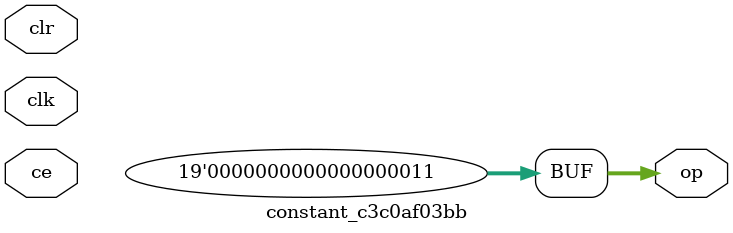
<source format=v>

`ifndef simulating
  `define simulating 1
`endif
// synopsys translate_on
`ifndef simulating
  `define simulating 0
`endif
`ifndef xlUnsigned
 `define xlUnsigned 1
`endif
`ifndef xlSigned
 `define xlSigned 2
`endif
`ifndef xlFloat
 `define xlFloat 3
`endif
`ifndef xlWrap
 `define xlWrap 1
`endif
`ifndef xlSaturate
 `define xlSaturate 2
`endif
`ifndef xlTruncate
 `define xlTruncate 1
`endif
`ifndef xlRound
 `define xlRound 2
`endif
`ifndef xlRoundBanker
 `define xlRoundBanker 3
`endif
`ifndef xlAddMode
 `define xlAddMode 1
`endif
`ifndef xlSubMode
 `define xlSubMode 2
`endif
`ifndef xlConvPkgIncluded
 `define xlConvPkgIncluded 1
`endif

//-----------------------------------------------------------------
// System Generator version 14.5 VERILOG source file.
//
// Copyright(C) 2013 by Xilinx, Inc.  All rights reserved.  This
// text/file contains proprietary, confidential information of Xilinx,
// Inc., is distributed under license from Xilinx, Inc., and may be used,
// copied and/or disclosed only pursuant to the terms of a valid license
// agreement with Xilinx, Inc.  Xilinx hereby grants you a license to use
// this text/file solely for design, simulation, implementation and
// creation of design files limited to Xilinx devices or technologies.
// Use with non-Xilinx devices or technologies is expressly prohibited
// and immediately terminates your license unless covered by a separate
// agreement.
//
// Xilinx is providing this design, code, or information "as is" solely
// for use in developing programs and solutions for Xilinx devices.  By
// providing this design, code, or information as one possible
// implementation of this feature, application or standard, Xilinx is
// making no representation that this implementation is free from any
// claims of infringement.  You are responsible for obtaining any rights
// you may require for your implementation.  Xilinx expressly disclaims
// any warranty whatsoever with respect to the adequacy of the
// implementation, including but not limited to warranties of
// merchantability or fitness for a particular purpose.
//
// Xilinx products are not intended for use in life support appliances,
// devices, or systems.  Use in such applications is expressly prohibited.
//
// Any modifications that are made to the source code are done at the user's
// sole risk and will be unsupported.
//
// This copyright and support notice must be retained as part of this
// text at all times.  (c) Copyright 1995-2013 Xilinx, Inc.  All rights
// reserved.
//-----------------------------------------------------------------
`timescale 1 ns / 10 ps
module srl17e (clk, ce, d, q);
    parameter width = 16;
    parameter latency = 8;
    input clk, ce;
    input [width-1:0] d;
    output [width-1:0] q;
    parameter signed [5:0] a = latency - 2;
    wire[width - 1:0] #0.2 d_delayed;
    wire[width - 1:0] srl16_out;
    genvar i;
    assign d_delayed = d ;
    generate
      for(i=0; i<width; i=i+1)
      begin:reg_array
            if (latency > 1)
                begin: has_2_latency
                 SRL16E u1 (.CLK(clk), .D(d_delayed[i]), .Q(srl16_out[i]), .CE(ce), .A0(a[0]), .A1(a[1]), .A2(a[2]), .A3(a[3]));
                end
            if (latency <= 1)
                begin: has_1_latency
                 assign srl16_out[i] = d_delayed[i];
                end
            if (latency != 0)
                begin: has_latency
                 FDE u2 (.C(clk), .D(srl16_out[i]), .Q(q[i]), .CE(ce));
                end
            if (latency == 0)
                begin:has_0_latency
                 assign q[i] = srl16_out[i];
                end
        end
    endgenerate
endmodule
module synth_reg (i, ce, clr, clk, o);
   parameter width  = 8;
   parameter latency  = 1;
   input[width - 1:0] i;
   input ce,clr,clk;
   output[width - 1:0] o;
   parameter complete_num_srl17es = latency/17;
   parameter remaining_latency = latency%17;
   parameter temp_num_srl17es = (latency/17) + ((latency%17)?1:0);
   parameter num_srl17es = temp_num_srl17es ? temp_num_srl17es : 1;
   wire [width - 1:0] z [0:num_srl17es-1];
   genvar t;
    generate
      if (latency <= 17)
          begin:has_only_1
              srl17e #(width, latency) srl17e_array0(.clk(clk), .ce(ce), .d(i), .q(o));
          end
     endgenerate
    generate
     if (latency > 17)
        begin:has_1
             assign o = z[num_srl17es-1];
             srl17e #(width, 17) srl17e_array0(.clk(clk), .ce(ce), .d(i), .q(z[0]));
        end
   endgenerate
   generate
      if (latency > 17)
          begin:more_than_1
              for (t=1; t < complete_num_srl17es; t=t+1)
                begin:left_complete_ones
                   srl17e #(width, 17) srl17e_array(.clk(clk), .ce(ce), .d(z[t-1]), .q(z[t]));
                end
          end
   endgenerate
   generate
     if ((remaining_latency > 0) && (latency>17))
          begin:remaining_ones
             srl17e #(width, (latency%17)) last_srl17e (.clk(clk), .ce(ce), .d(z[num_srl17es-2]), .q(z[num_srl17es-1]));
          end
   endgenerate
endmodule
module synth_reg_reg (i, ce, clr, clk, o);
   parameter width  = 8;
   parameter latency  = 1;
   input[width - 1:0] i;
   input ce, clr, clk;
   output[width - 1:0] o;
   wire[width - 1:0] o;
   genvar idx;
   reg[width - 1:0] reg_bank [latency:0];
   integer j;
   initial
     begin
        for (j=0; j < latency+1; j=j+1)
          begin
             reg_bank[j] = {width{1'b0}};
          end
     end

   generate
     if (latency == 0)
        begin:has_0_latency
         assign o = i;
       end
   endgenerate

   always @(i)
        begin
             reg_bank[0] = i;
         end
   generate
     if (latency > 0)
        begin:more_than_1
            assign o = reg_bank[latency];
         for (idx=0; idx < latency; idx=idx+1) begin:sync_loop
            always @(posedge clk)
                begin
                 if(clr)
                    begin
                      for (j=0; j < latency+1; j=j+1)
                        begin
                          reg_bank[j] = {width{1'b0}};
                       end
                    end
                 else if (ce)
                    begin
                        reg_bank[idx+1] <= reg_bank[idx] ;
                    end
               end
        end
      end
   endgenerate
endmodule

//-----------------------------------------------------------------
// System Generator version 14.5 VERILOG source file.
//
// Copyright(C) 2013 by Xilinx, Inc.  All rights reserved.  This
// text/file contains proprietary, confidential information of Xilinx,
// Inc., is distributed under license from Xilinx, Inc., and may be used,
// copied and/or disclosed only pursuant to the terms of a valid license
// agreement with Xilinx, Inc.  Xilinx hereby grants you a license to use
// this text/file solely for design, simulation, implementation and
// creation of design files limited to Xilinx devices or technologies.
// Use with non-Xilinx devices or technologies is expressly prohibited
// and immediately terminates your license unless covered by a separate
// agreement.
//
// Xilinx is providing this design, code, or information "as is" solely
// for use in developing programs and solutions for Xilinx devices.  By
// providing this design, code, or information as one possible
// implementation of this feature, application or standard, Xilinx is
// making no representation that this implementation is free from any
// claims of infringement.  You are responsible for obtaining any rights
// you may require for your implementation.  Xilinx expressly disclaims
// any warranty whatsoever with respect to the adequacy of the
// implementation, including but not limited to warranties of
// merchantability or fitness for a particular purpose.
//
// Xilinx products are not intended for use in life support appliances,
// devices, or systems.  Use in such applications is expressly prohibited.
//
// Any modifications that are made to the source code are done at the user's
// sole risk and will be unsupported.
//
// This copyright and support notice must be retained as part of this
// text at all times.  (c) Copyright 1995-2013 Xilinx, Inc.  All rights
// reserved.
//-----------------------------------------------------------------
`timescale 1 ns / 10 ps
module synth_reg_w_init (i, ce, clr, clk, o);
   parameter width  = 8;
   parameter init_index  = 0;
   parameter [width-1 : 0] init_value  = 'b0000;
   parameter latency  = 1;

   input[width - 1:0] i;
   input ce, clr, clk;
   output[width - 1:0] o;
   wire[(latency + 1) * width - 1:0] dly_i;
   wire #0.2 dly_clr;
   genvar index;

   generate
     if (latency == 0)
        begin:has_0_latency
         assign o = i;
        end
     else
        begin:has_latency
         assign dly_i[(latency + 1) * width - 1:latency * width] = i ;
         assign dly_clr = clr ;
         for (index=1; index<=latency; index=index+1)
           begin:fd_array
// synopsys translate_off
             defparam reg_comp_1.width = width;
             defparam reg_comp_1.init_index = init_index;
             defparam reg_comp_1.init_value = init_value;
// synopsys translate_on
             single_reg_w_init #(width, init_index, init_value)
               reg_comp_1(.clk(clk),
                          .i(dly_i[(index + 1)*width-1:index*width]),
                          .o(dly_i[index * width - 1:(index - 1) * width]),
                          .ce(ce),
                          .clr(dly_clr));
             end
        assign o = dly_i[width-1:0];
       end
   endgenerate
endmodule
module single_reg_w_init (i, ce, clr, clk, o);
   parameter width  = 8;
   parameter init_index  = 0;
   parameter [width-1 : 0] init_value  = 8'b00000000;
   input[width - 1:0] i;
   input ce;
   input clr;
   input clk;
   output[width - 1:0] o;
   parameter [0:0] init_index_val = (init_index ==  1) ? 1'b1 : 1'b0;
   parameter [width-1:0] result = (width > 1) ? { {(width-1){1'b0}}, init_index_val } : init_index_val;
   parameter [width-1:0] init_const = (init_index > 1) ? init_value : result;
   wire[width - 1:0] o;
   genvar index;

   generate
     for (index=0;index < width; index=index+1) begin:fd_prim_array
          if (init_const[index] == 0)
            begin:rst_comp
              FDRE fdre_comp(.C(clk),
                             .D(i[index]),
                             .Q(o[index]),
                             .CE(ce),
                             .R(clr));
            end
          else
            begin:set_comp
             FDSE fdse_comp(.C(clk),
                            .D(i[index]),
                            .Q(o[index]),
                            .CE(ce),
                            .S(clr));
            end
    end
   endgenerate
endmodule

//-----------------------------------------------------------------
// System Generator version 14.5 VERILOG source file.
//
// Copyright(C) 2013 by Xilinx, Inc.  All rights reserved.  This
// text/file contains proprietary, confidential information of Xilinx,
// Inc., is distributed under license from Xilinx, Inc., and may be used,
// copied and/or disclosed only pursuant to the terms of a valid license
// agreement with Xilinx, Inc.  Xilinx hereby grants you a license to use
// this text/file solely for design, simulation, implementation and
// creation of design files limited to Xilinx devices or technologies.
// Use with non-Xilinx devices or technologies is expressly prohibited
// and immediately terminates your license unless covered by a separate
// agreement.
//
// Xilinx is providing this design, code, or information "as is" solely
// for use in developing programs and solutions for Xilinx devices.  By
// providing this design, code, or information as one possible
// implementation of this feature, application or standard, Xilinx is
// making no representation that this implementation is free from any
// claims of infringement.  You are responsible for obtaining any rights
// you may require for your implementation.  Xilinx expressly disclaims
// any warranty whatsoever with respect to the adequacy of the
// implementation, including but not limited to warranties of
// merchantability or fitness for a particular purpose.
//
// Xilinx products are not intended for use in life support appliances,
// devices, or systems.  Use in such applications is expressly prohibited.
//
// Any modifications that are made to the source code are done at the user's
// sole risk and will be unsupported.
//
// This copyright and support notice must be retained as part of this
// text at all times.  (c) Copyright 1995-2013 Xilinx, Inc.  All rights
// reserved.
//-----------------------------------------------------------------
`ifndef xlConvPkgIncluded
`include "conv_pkg.v"
`endif
`ifndef xlConvertType
 `define xlConvertType
 `timescale 1 ns / 10 ps
module cast (inp, res);
    parameter signed [31:0] old_width = 4;
    parameter signed [31:0] old_bin_pt = 1;
    parameter signed [31:0] new_width = 4;
    parameter signed [31:0] new_bin_pt = 1;
    parameter signed [31:0] new_arith = `xlSigned;
    input [old_width - 1 : 0] inp;
    output [new_width - 1 : 0] res;

   parameter signed [31:0] right_of_dp = new_bin_pt - old_bin_pt;
    wire [new_width-1:0] result;
   genvar i;
   assign res = result;
   generate
      for (i = 0; i<new_width;  i = i+1)
        begin:cast_loop
           if ((i-right_of_dp) > old_width - 1)
             begin:u0
                if (new_arith == `xlUnsigned)
                  begin:u1
                     assign result[i] = 1'b0;
                  end
                if (new_arith == `xlSigned)
                  begin:u2
                     assign result[i] = inp[old_width-1];
                  end
             end
           else if ((i-right_of_dp) >= 0)
             begin:u3
                assign result[i] = inp[i-right_of_dp];
             end
           else
             begin:u4
                assign result[i] = 1'b0;
             end
        end
      endgenerate

endmodule
module shift_division_result (quotient, fraction, res);
    parameter signed [31:0] q_width = 16;
    parameter signed [31:0] f_width = 16;
    parameter signed [31:0] fraction_width = 8;
    parameter signed [31:0] shift_value = 8;
    parameter signed [31:0] shift_dir = 0;
    parameter signed [31:0] vec_MSB = q_width + f_width - 1;
    parameter signed [31:0] result_MSB = q_width + fraction_width - 1;
    parameter signed [31:0] result_LSB = vec_MSB - result_MSB;
    input [q_width - 1 : 0] quotient;
    input [f_width - 1 : 0] fraction;
    output [result_MSB : 0] res;

    wire [vec_MSB:0] vec;
    wire [vec_MSB:0] temp;
   genvar i;
   assign res = vec[vec_MSB:result_LSB];
   assign temp = { quotient, fraction };
   generate
      if (shift_dir == 1)
      begin:left_shift_loop
         for (i = vec_MSB; i>=0;  i = i-1)
         begin:u0
            if (i < shift_value)
            begin:u1
               assign vec[i] = 1'b0;
            end
            else
            begin:u2
               assign vec[i] = temp[i-shift_value];
             end
         end
      end
      else
      begin:right_shift_loop
         for (i = 0; i <= vec_MSB; i = i+1)
         begin:u3
            if (i > vec_MSB - shift_value)
            begin:u4
               assign vec[i] = temp[vec_MSB];
            end
            else
            begin:u5
               assign vec[i] = temp[i+shift_value];
            end
         end
      end
   endgenerate

endmodule
module shift_op (inp, res);
    parameter signed [31:0] inp_width = 16;
    parameter signed [31:0] result_width = 16;
    parameter signed [31:0] shift_value = 8;
    parameter signed [31:0] shift_dir = 0;
    parameter signed [31:0] vec_MSB = inp_width - 1;
    parameter signed [31:0] result_MSB = result_width - 1;
    parameter signed [31:0] result_LSB = vec_MSB - result_MSB;
    input [vec_MSB : 0] inp;
    output [result_MSB : 0] res;

    wire [vec_MSB:0] vec;
   genvar i;
   assign res = vec[vec_MSB:result_LSB];
   generate
      if (shift_dir == 1)
      begin:left_shift_loop
         for (i = vec_MSB; i>=0;  i = i-1)
         begin:u0
            if (i < shift_value)
            begin:u1
               assign vec[i] = 1'b0;
            end
            else
            begin:u2
               assign vec[i] = inp[i-shift_value];
             end
         end
      end
      else
      begin:right_shift_loop
         for (i = 0; i <= vec_MSB; i = i+1)
         begin:u3
            if (i > vec_MSB - shift_value)
            begin:u4
               assign vec[i] = inp[vec_MSB];
            end
            else
            begin:u5
               assign vec[i] = inp[i+shift_value];
            end
         end
      end
   endgenerate

endmodule
module pad_lsb (inp, res);
   parameter signed [31:0] orig_width = 4;
   parameter signed [31:0] new_width = 2;
   input [orig_width - 1 : 0] inp;
   output [new_width - 1 : 0] res;
   parameter signed [31:0] pad_pos = new_width - orig_width -1;
   wire [new_width-1:0] result;
   genvar i;
   assign  res = result;
   generate
      if (new_width >= orig_width)
        begin:u0
           assign result[new_width-1:new_width-orig_width] = inp[orig_width-1:0];
        end
   endgenerate

   generate
      if (pad_pos >= 0)
        begin:u1
           assign result[pad_pos:0] = {pad_pos{1'b0}};
        end
   endgenerate
endmodule
module zero_ext (inp, res);
   parameter signed [31:0]  old_width = 4;
   parameter signed [31:0]  new_width = 2;
   input [old_width - 1 : 0] inp;
   output [new_width - 1 : 0] res;
   wire [new_width-1:0] result;
   genvar i;
   assign res = result;
   generate
     if (new_width > old_width)
       begin:u0
          assign result = { {(new_width-old_width){1'b0}}, inp};
       end
     else
       begin:u1
          assign result[new_width-1:0] = inp[new_width-1:0];
       end
    endgenerate
endmodule
module sign_ext (inp, res);
   parameter signed [31:0]  old_width = 4;
   parameter signed [31:0]  new_width = 2;
   input [old_width - 1 : 0] inp;
   output [new_width - 1 : 0] res;
   wire [new_width-1:0] result;
   assign res = result;
   generate
     if (new_width > old_width)
       begin:u0
          assign result = { {(new_width-old_width){inp[old_width-1]}}, inp};
       end
     else
       begin:u1
          assign result[new_width-1:0] = inp[new_width-1:0];
       end
   endgenerate

endmodule
module extend_msb (inp, res);
    parameter signed [31:0]  old_width = 4;
    parameter signed [31:0]  new_width = 4;
    parameter signed [31:0]  new_arith = `xlSigned;
    input [old_width - 1 : 0] inp;
    output [new_width - 1 : 0] res;
    wire [new_width-1:0] result;
   assign res = result;
   generate
      if (new_arith ==`xlUnsigned)
        begin:u0
           zero_ext # (old_width, new_width)
             em_zero_ext (.inp(inp), .res(result));
        end
      else
        begin:u1
           sign_ext # (old_width, new_width)
             em_sign_ext (.inp(inp), .res(result));
        end
    endgenerate
endmodule
module align_input (inp, res);
    parameter signed [31:0]  old_width = 4;
    parameter signed [31:0]  delta = 1;
    parameter signed [31:0]  new_arith = `xlSigned;
    parameter signed [31:0]  new_width = 4;
    input [old_width - 1 : 0] inp;
    output [new_width - 1 : 0] res;
    parameter signed [31:0]  abs_delta = (delta >= 0) ? (delta) : (-delta);
    wire [new_width-1:0] result;
    wire [(old_width+abs_delta)-1:0] padded_inp;
   assign res = result;
   generate
      if (delta > 0)
        begin:u0
           pad_lsb # (old_width, old_width+delta)
             ai_pad_lsb (.inp(inp), .res(padded_inp));
           extend_msb # (old_width+delta, new_width, new_arith)
             ai_extend_msb (.inp(padded_inp), .res(result));
        end
      else
        begin:u1
           extend_msb # (old_width, new_width, new_arith)
             ai_extend_msb (.inp(inp), .res(result));
        end
   endgenerate
endmodule
module round_towards_inf (inp, res);
    parameter signed [31:0]  old_width = 4;
    parameter signed [31:0]  old_bin_pt = 2;
    parameter signed [31:0]  old_arith = `xlSigned;
    parameter signed [31:0]  new_width = 4;
    parameter signed [31:0]  new_bin_pt = 1;
    parameter signed [31:0]  new_arith = `xlSigned;
    input [old_width - 1 : 0] inp;
    output [new_width - 1 : 0] res;

   parameter signed [31:0]  right_of_dp = old_bin_pt - new_bin_pt;
   parameter signed [31:0]  abs_right_of_dp = (new_bin_pt > old_bin_pt) ? (new_bin_pt-old_bin_pt) : (old_bin_pt - new_bin_pt);
   parameter signed [31:0]  right_of_dp_2 = (right_of_dp >=2) ? right_of_dp-2 : 0;
   parameter signed [31:0]  right_of_dp_1 = (right_of_dp >=1) ? right_of_dp-1 : 0;
   reg [new_width-1:0] one_or_zero;
   wire [new_width-1:0] truncated_val;
   wire signed [new_width-1:0] result_signed;
   wire [abs_right_of_dp+old_width-1 : 0] padded_val;
   initial
     begin
        one_or_zero = {new_width{1'b0}};
     end
   generate
      if (right_of_dp >= 0)
        begin:u0
           if (new_arith ==`xlUnsigned)
             begin:u1
                zero_ext # (old_width-right_of_dp, new_width)
                  rti_zero_ext (.inp(inp[old_width-1:right_of_dp]), .res(truncated_val));
             end
           else
             begin:u2
                sign_ext # (old_width-right_of_dp, new_width)
                  rti_sign_ext (.inp(inp[old_width-1:right_of_dp]), .res(truncated_val));
             end
        end
      else
        begin:u3
           pad_lsb # (old_width, abs_right_of_dp+old_width)
             rti_pad_lsb (.inp(inp), .res(padded_val));
           if (new_arith ==`xlUnsigned)
             begin:u4
                zero_ext # (abs_right_of_dp+old_width, new_width)
                  rti_zero_ext1 (.inp(padded_val), .res(truncated_val));
             end
           else
             begin:u5
                sign_ext # (abs_right_of_dp+old_width, new_width)
                  rti_sign_ext1 (.inp(padded_val), .res(truncated_val));
             end
        end
   endgenerate
   generate
      if (new_arith == `xlSigned)
        begin:u6
           always @(inp)
             begin
                one_or_zero = {new_width{1'b0}};
               if (inp[old_width-1] == 1'b0)
                 begin
                    one_or_zero[0] = 1'b1;
                 end
               if ((right_of_dp >=2) && (right_of_dp <= old_width))
                 begin
                    if(|inp[right_of_dp_2:0] == 1'b1)
                       begin
                          one_or_zero[0] = 1'b1;
                       end
                 end
               if ((right_of_dp >=1) && (right_of_dp <= old_width))
                 begin
                    if(inp[right_of_dp_1] == 1'b0)
                      begin
                         one_or_zero[0] = 1'b0;
                      end
                 end
               else
                 begin
                    one_or_zero[0] = 1'b0;
                 end
             end
             assign result_signed = truncated_val + one_or_zero;
             assign res = result_signed;
        end

      else
        begin:u7
           always @(inp)
             begin
                one_or_zero = {new_width{1'b0}};
               if ((right_of_dp >=1) && (right_of_dp <= old_width))
                 begin
                    one_or_zero[0] = inp[right_of_dp_1];
                 end
             end
             assign res = truncated_val + one_or_zero;
        end
   endgenerate

endmodule
module round_towards_even (inp, res);
    parameter signed [31:0]  old_width = 4;
    parameter signed [31:0]  old_bin_pt = 2;
    parameter signed [31:0]  old_arith = `xlSigned;
    parameter signed [31:0]  new_width = 4;
    parameter signed [31:0]  new_bin_pt = 1;
    parameter signed [31:0]  new_arith = `xlSigned;
    input [old_width - 1 : 0] inp;
    output [new_width - 1 : 0] res;
   parameter signed [31:0]  right_of_dp = old_bin_pt - new_bin_pt;
   parameter signed [31:0]  abs_right_of_dp = (new_bin_pt > old_bin_pt) ? (new_bin_pt-old_bin_pt) : (old_bin_pt - new_bin_pt);
   parameter signed [31:0]  expected_new_width = old_width - right_of_dp + 1;
   reg [new_width-1:0] one_or_zero;
   wire signed [new_width-1:0] result_signed;
   wire [new_width-1:0] truncated_val;
   wire [abs_right_of_dp+old_width-1 : 0] padded_val;
   initial
     begin
      one_or_zero = { new_width{1'b0}};
     end

   generate
      if (right_of_dp >= 0)
        begin:u0
           if (new_arith == `xlUnsigned)
             begin:u1
                zero_ext # (old_width-right_of_dp, new_width)
                            rte_zero_ext (.inp(inp[old_width-1:right_of_dp]), .res(truncated_val));
             end
           else
             begin:u2
                sign_ext # (old_width-right_of_dp, new_width)
                            rte_sign_ext (.inp(inp[old_width-1:right_of_dp]), .res(truncated_val));
             end
        end

      else
        begin:u3
           pad_lsb # (old_width, abs_right_of_dp+old_width)
                            rte_pad_lsb (.inp(inp), .res(padded_val));
           if (new_arith == `xlUnsigned)
             begin:u4
                zero_ext # (abs_right_of_dp+old_width, new_width)
                            rte_zero_ext1 (.inp(padded_val), .res(truncated_val));
             end
           else
             begin:u5
                sign_ext # (abs_right_of_dp+old_width, new_width)
                            rte_sign_ext1 (.inp(padded_val), .res(truncated_val));
             end
        end
   endgenerate

   generate
      if ((right_of_dp ==1) && (right_of_dp <= old_width))
        begin:u6a
           always @(inp)
             begin
                one_or_zero = { new_width{1'b0}};
                if(inp[right_of_dp-1] == 1'b1)
                  begin
                     one_or_zero[0] = inp[right_of_dp];
                  end
                else
                  begin
                     one_or_zero[0] = inp[right_of_dp-1];
                  end
             end
       end
      else if ((right_of_dp >=2) && (right_of_dp <= old_width))
        begin:u6b
           always @(inp)
             begin
                one_or_zero = { new_width{1'b0}};
                if( (inp[right_of_dp-1] == 'b1) && !(|inp[right_of_dp-2:0]) )
                  begin
                     one_or_zero[0] = inp[right_of_dp];
                  end
                else
                  begin
                     one_or_zero[0] = inp[right_of_dp-1];
                  end
             end
       end
      else
        begin:u7
            always @(inp)
             begin
                one_or_zero = { new_width{1'b0}};
             end
        end
   endgenerate

   generate
      if (new_arith == `xlSigned)
        begin:u8
           assign result_signed = truncated_val + one_or_zero;
           assign res = result_signed;
        end
      else
        begin:u9
           assign res = truncated_val + one_or_zero;
        end
   endgenerate

endmodule
module trunc (inp, res);
    parameter signed [31:0]  old_width = 4;
    parameter signed [31:0]  old_bin_pt = 2;
    parameter signed [31:0]  old_arith = `xlSigned;
    parameter signed [31:0]  new_width = 4;
    parameter signed [31:0]  new_bin_pt = 1;
    parameter signed [31:0]  new_arith = `xlSigned;
    input [old_width - 1 : 0] inp;
    output [new_width - 1 : 0] res;

   parameter signed [31:0]  right_of_dp = old_bin_pt - new_bin_pt;
   parameter signed [31:0]  abs_right_of_dp = (new_bin_pt > old_bin_pt) ? (new_bin_pt-old_bin_pt) : (old_bin_pt - new_bin_pt);
   wire [new_width-1:0] result;
   wire [abs_right_of_dp+old_width-1 : 0] padded_val;
   assign res = result;
   generate
      if (new_bin_pt > old_bin_pt)
        begin:tr_u2
           pad_lsb # (old_width, abs_right_of_dp+old_width)
             tr_pad_lsb (.inp(inp), .res(padded_val));
           extend_msb # (old_width+abs_right_of_dp, new_width, new_arith)
             tr_extend_msb (.inp(padded_val), .res(result));
        end
      else
        begin:tr_u1
           extend_msb # (old_width-right_of_dp, new_width, new_arith)
             tr_extend_msb (.inp(inp[old_width-1:right_of_dp]), .res(result));
        end
   endgenerate

endmodule
module saturation_arith (inp, res);
    parameter signed [31:0]  old_width = 4;
    parameter signed [31:0]  old_bin_pt = 2;
    parameter signed [31:0]  old_arith = `xlSigned;
    parameter signed [31:0]  new_width = 4;
    parameter signed [31:0]  new_bin_pt = 1;
    parameter signed [31:0]  new_arith = `xlSigned;
    input [old_width - 1 : 0] inp;
    output [new_width - 1 : 0] res;
   parameter signed [31:0]  abs_right_of_dp = (new_bin_pt > old_bin_pt) ? (new_bin_pt-old_bin_pt) : (old_bin_pt - new_bin_pt);
   parameter signed [31:0]  abs_width = (new_width > old_width) ? (new_width-old_width) : 1;
   parameter signed [31:0]  abs_new_width = (old_width > new_width) ? new_width : 1;
   reg overflow;
   reg [old_width-1:0] vec;
   reg [new_width-1:0] result;
   assign res = result;
   generate
      if (old_width > new_width)
        begin:sa_u0
           always @ (inp)
             begin
                vec = inp;
                overflow = 1;
                if ( (old_arith == `xlSigned) && (new_arith == `xlSigned) )
                  begin
                    if (~|inp[old_width-1:abs_new_width-1] || &inp[old_width-1:abs_new_width-1])
                     begin
                       overflow = 0;
                     end
                 end

                if ( (old_arith == `xlSigned) && (new_arith == `xlUnsigned))
                   begin
                    if (~|inp[old_width-1 : abs_new_width])
                    begin
                       overflow = 0;
                    end
                end

                if ((old_arith == `xlUnsigned) &&  (new_arith == `xlUnsigned))
                  begin
                    if (~|inp[old_width-1 : abs_new_width])
                     begin
                       overflow = 0;
                     end
                  end

               if ( (old_arith == `xlUnsigned) && (new_arith == `xlSigned))
                 begin
                  if (~|inp[old_width-1:abs_new_width-1] || &inp[old_width-1:abs_new_width-1])
                    begin
                      overflow = 0;
                    end
                 end
               if (overflow == 1)
                 begin
                   if (new_arith == `xlSigned)
                     begin
                       if (inp[old_width-1] == 'b0)
                         begin
                           result = (new_width ==1) ? 1'b0 : {1'b0, {(new_width-1){1'b1}} };
                         end
                      else
                        begin
                          result = (new_width ==1) ? 1'b1 : {1'b1, {(new_width-1){1'b0}} };
                       end
                     end
                   else
                     begin
                       if ((old_arith == `xlSigned) && (inp[old_width-1] == 'b1))
                         begin
                           result = {new_width{1'b0}};
                         end
                       else
                         begin
                           result = {new_width{1'b1}};
                         end
                     end
                 end
               else
                 begin
                    if ( (old_arith == `xlSigned) && (new_arith == `xlUnsigned) && (inp[old_width-1] == 'b1) )
                    begin
                      vec = {old_width{1'b0}};
                    end
                    result = vec[new_width-1:0];
                 end
             end
        end
   endgenerate
   generate
      if (new_width > old_width)
        begin:sa_u1
         always @ (inp)
           begin
            vec = inp;
            if ( (old_arith == `xlSigned) && (new_arith == `xlUnsigned) && (inp[old_width-1] == 1'b1) )
              begin
                vec = {old_width{1'b0}};
              end
              if (new_arith == `xlUnsigned)
                begin
                  result = { {abs_width{1'b0}}, vec};
                end
              else
                begin
                  result = { {abs_width{inp[old_width-1]}}, vec};
                end
           end
       end
   endgenerate

   generate
      if (new_width == old_width)
        begin:sa_u2
         always @ (inp)
           begin
             if ( (old_arith == `xlSigned) && (new_arith == `xlUnsigned) && (inp[old_width-1] == 'b1) )
               begin
                 result = {old_width{1'b0}};
               end
             else
               begin
                 result = inp;
               end
           end
        end
   endgenerate

endmodule
module wrap_arith (inp, res);
    parameter signed [31:0]  old_width = 4;
    parameter signed [31:0]  old_bin_pt = 2;
    parameter signed [31:0]  old_arith = `xlSigned;
    parameter signed [31:0]  new_width = 4;
    parameter signed [31:0]  new_bin_pt = 1;
    parameter signed [31:0]  new_arith = `xlSigned;
    parameter signed [31:0]  result_arith = ((old_arith==`xlSigned)&&(new_arith==`xlUnsigned))? `xlSigned : new_arith;
    input [old_width - 1 : 0] inp;
    output [new_width - 1 : 0] res;
   wire [new_width-1:0] result;
   cast # (old_width, old_bin_pt, new_width, new_bin_pt, result_arith)
     wrap_cast (.inp(inp), .res(result));
   assign res = result;

endmodule
module convert_type (inp, res);
    parameter signed [31:0]  old_width = 4;
    parameter signed [31:0]  old_bin_pt = 2;
    parameter signed [31:0]  old_arith = `xlSigned;
    parameter signed [31:0]  new_width = 4;
    parameter signed [31:0]  new_bin_pt = 1;
    parameter signed [31:0]  new_arith = `xlSigned;
    parameter signed [31:0]  quantization = `xlTruncate;
    parameter signed [31:0]  overflow = `xlWrap;
    input [old_width - 1 : 0] inp;
    output [new_width - 1 : 0] res;

   parameter signed [31:0]  fp_width = old_width + 2;
   parameter signed [31:0]  fp_bin_pt = old_bin_pt;
   parameter signed [31:0]  fp_arith = old_arith;
   parameter signed [31:0]  q_width = fp_width + new_bin_pt - old_bin_pt;
   parameter signed [31:0]  q_bin_pt = new_bin_pt;
   parameter signed [31:0]  q_arith = old_arith;
   wire [fp_width-1:0] full_precision_result;
   wire [new_width-1:0] result;
   wire [q_width-1:0] quantized_result;
   assign res = result;
   cast # (old_width, old_bin_pt, fp_width, fp_bin_pt, fp_arith)
     fp_cast (.inp(inp), .res(full_precision_result));
   generate
      if (quantization == `xlRound)
        begin:ct_u0
           round_towards_inf # (fp_width, fp_bin_pt, fp_arith, q_width, q_bin_pt, q_arith)
             quant_rtf (.inp(full_precision_result), .res(quantized_result));
        end
   endgenerate

   generate
      if (quantization == `xlRoundBanker)
        begin:ct_u1
           round_towards_even # (fp_width, fp_bin_pt, fp_arith, q_width, q_bin_pt, q_arith)
             quant_rte (.inp(full_precision_result), .res(quantized_result));
        end
   endgenerate

   generate
      if (quantization == `xlTruncate)
        begin:ct_u2
           trunc # (fp_width, fp_bin_pt, fp_arith, q_width, q_bin_pt, q_arith)
             quant_tr (.inp(full_precision_result), .res(quantized_result));
        end
   endgenerate

   generate
      if (overflow == `xlSaturate)
        begin:ct_u3
           saturation_arith # (q_width, q_bin_pt, q_arith, new_width, new_bin_pt, new_arith)
            ovflo_sat (.inp(quantized_result), .res(result));
        end
   endgenerate

   generate
      if ((overflow == `xlWrap) || (overflow == 3))
        begin:ct_u4
           wrap_arith # (q_width, q_bin_pt, q_arith, new_width, new_bin_pt, new_arith)
             ovflo_wrap (.inp(quantized_result), .res(result));
        end
   endgenerate

endmodule
`endif

//-----------------------------------------------------------------
// System Generator version 14.5 VERILOG source file.
//
// Copyright(C) 2013 by Xilinx, Inc.  All rights reserved.  This
// text/file contains proprietary, confidential information of Xilinx,
// Inc., is distributed under license from Xilinx, Inc., and may be used,
// copied and/or disclosed only pursuant to the terms of a valid license
// agreement with Xilinx, Inc.  Xilinx hereby grants you a license to use
// this text/file solely for design, simulation, implementation and
// creation of design files limited to Xilinx devices or technologies.
// Use with non-Xilinx devices or technologies is expressly prohibited
// and immediately terminates your license unless covered by a separate
// agreement.
//
// Xilinx is providing this design, code, or information "as is" solely
// for use in developing programs and solutions for Xilinx devices.  By
// providing this design, code, or information as one possible
// implementation of this feature, application or standard, Xilinx is
// making no representation that this implementation is free from any
// claims of infringement.  You are responsible for obtaining any rights
// you may require for your implementation.  Xilinx expressly disclaims
// any warranty whatsoever with respect to the adequacy of the
// implementation, including but not limited to warranties of
// merchantability or fitness for a particular purpose.
//
// Xilinx products are not intended for use in life support appliances,
// devices, or systems.  Use in such applications is expressly prohibited.
//
// Any modifications that are made to the source code are done at the user's
// sole risk and will be unsupported.
//
// This copyright and support notice must be retained as part of this
// text at all times.  (c) Copyright 1995-2013 Xilinx, Inc.  All rights
// reserved.
//-----------------------------------------------------------------
 module xladdsub_duc_16ch_341 (a, b, c_in, ce, clr, clk, rst, en, c_out, s);
parameter core_name0= "";
parameter a_width= 16;
parameter signed a_bin_pt= 4;
parameter a_arith= `xlUnsigned;
parameter c_in_width= 16;
parameter c_in_bin_pt= 4;
parameter c_in_arith= `xlUnsigned;
parameter c_out_width= 16;
parameter c_out_bin_pt= 4;
parameter c_out_arith= `xlUnsigned;
parameter b_width= 8;
parameter signed b_bin_pt= 2;
parameter b_arith= `xlUnsigned;
parameter s_width= 17;
parameter s_bin_pt= 4;
parameter s_arith= `xlUnsigned;
parameter rst_width= 1;
parameter rst_bin_pt= 0;
parameter rst_arith= `xlUnsigned;
parameter en_width= 1;
parameter en_bin_pt= 0;
parameter en_arith= `xlUnsigned;
parameter full_s_width= 17;
parameter full_s_arith= `xlUnsigned;
parameter mode= `xlAddMode;
parameter extra_registers= 0;
parameter latency= 0;
parameter quantization= `xlTruncate;
parameter overflow= `xlWrap;
parameter c_a_width= 16;
parameter c_b_width= 8;
parameter c_a_type= 1;
parameter c_b_type= 1;
parameter c_has_sclr= 0;
parameter c_has_ce= 0;
parameter c_latency= 0;
parameter c_output_width= 17;
parameter c_enable_rlocs= 1;
parameter c_has_c_in= 0;
parameter c_has_c_out= 0;
input [a_width-1:0] a;
input [b_width-1:0] b;
input c_in, ce, clr, clk, rst, en;
output c_out;
output [s_width-1:0] s;
parameter full_a_width = full_s_width;
parameter full_b_width = full_s_width;
parameter full_s_bin_pt = (a_bin_pt > b_bin_pt) ? a_bin_pt : b_bin_pt;
wire [full_a_width-1:0] full_a;
wire [full_b_width-1:0] full_b;
wire [full_s_width-1:0] full_s;
wire [full_s_width-1:0] core_s;
wire [s_width-1:0] conv_s;
wire  temp_cout;
wire  real_a,real_b,real_s;
wire  internal_clr;
wire  internal_ce;
wire  extra_reg_ce;
wire  override;
wire  logic1;
wire  temp_cin;
assign internal_clr = (clr | rst) & ce;
assign internal_ce = ce & en;
assign logic1 = 1'b1;
assign temp_cin = (c_has_c_in) ? c_in : 1'b0;
align_input # (a_width, b_bin_pt - a_bin_pt, a_arith, full_a_width)
align_inp_a(.inp(a),.res(full_a));
align_input # (b_width, a_bin_pt - b_bin_pt, b_arith, full_b_width)
align_inp_b(.inp(b),.res(full_b));
convert_type # (full_s_width, full_s_bin_pt, full_s_arith, s_width,
                s_bin_pt, s_arith, quantization, overflow)
conv_typ_s(.inp(core_s),.res(conv_s));
generate
  if (core_name0 == "addsb_11_0_cfbd5258ba626a7a")
    begin:comp0
    addsb_11_0_cfbd5258ba626a7a core_instance0 (
         .a(full_a),
         .clk(clk),
         .ce(internal_ce),
         .s(core_s),
         .b(full_b)
      );
  end

  if (core_name0 == "addsb_11_0_315e1457f99dae5e")
    begin:comp1
    addsb_11_0_315e1457f99dae5e core_instance1 (
         .a(full_a),
         .clk(clk),
         .ce(internal_ce),
         .s(core_s),
         .b(full_b)
      );
  end

  if (core_name0 == "addsb_11_0_ccf4ef11a52a233f")
    begin:comp2
    addsb_11_0_ccf4ef11a52a233f core_instance2 (
         .a(full_a),
         .clk(clk),
         .ce(internal_ce),
         .s(core_s),
         .b(full_b)
      );
  end

  if (core_name0 == "addsb_11_0_f1b619e12671c199")
    begin:comp3
    addsb_11_0_f1b619e12671c199 core_instance3 (
         .a(full_a),
         .clk(clk),
         .ce(internal_ce),
         .s(core_s),
         .b(full_b)
      );
  end

  if (core_name0 == "addsb_11_0_c70c61eff7bb7aeb")
    begin:comp4
    addsb_11_0_c70c61eff7bb7aeb core_instance4 (
         .a(full_a),
         .clk(clk),
         .ce(internal_ce),
         .s(core_s),
         .b(full_b)
      );
  end

  if (core_name0 == "addsb_11_0_750c6c8a22bc78ba")
    begin:comp5
    addsb_11_0_750c6c8a22bc78ba core_instance5 (
         .a(full_a),
         .clk(clk),
         .ce(internal_ce),
         .s(core_s),
         .b(full_b)
      );
  end

  if (core_name0 == "addsb_11_0_45f8b994267d2451")
    begin:comp6
    addsb_11_0_45f8b994267d2451 core_instance6 (
         .a(full_a),
         .clk(clk),
         .ce(internal_ce),
         .s(core_s),
         .b(full_b)
      );
  end

  if (core_name0 == "addsb_11_0_d0318fcf26b3c272")
    begin:comp7
    addsb_11_0_d0318fcf26b3c272 core_instance7 (
         .a(full_a),
         .clk(clk),
         .ce(internal_ce),
         .s(core_s),
         .b(full_b)
      );
  end

  if (core_name0 == "addsb_11_0_82f1c5fd59d21ea0")
    begin:comp8
    addsb_11_0_82f1c5fd59d21ea0 core_instance8 (
         .a(full_a),
         .clk(clk),
         .ce(internal_ce),
         .s(core_s),
         .b(full_b)
      );
  end

  if (core_name0 == "addsb_11_0_27308e86a0ce55d1")
    begin:comp9
    addsb_11_0_27308e86a0ce55d1 core_instance9 (
         .a(full_a),
         .clk(clk),
         .ce(internal_ce),
         .s(core_s),
         .b(full_b)
      );
  end

  if (core_name0 == "addsb_11_0_3cbd55626510ca57")
    begin:comp10
    addsb_11_0_3cbd55626510ca57 core_instance10 (
         .a(full_a),
         .clk(clk),
         .ce(internal_ce),
         .s(core_s),
         .b(full_b)
      );
  end

  if (core_name0 == "addsb_11_0_fc66294023431638")
    begin:comp12
    addsb_11_0_fc66294023431638 core_instance12 (
         .a(full_a),
         .clk(clk),
         .ce(internal_ce),
         .s(core_s),
         .b(full_b)
      );
  end

  if (core_name0 == "addsb_11_0_3b5cfe2278dc7df8")
    begin:comp13
    addsb_11_0_3b5cfe2278dc7df8 core_instance13 (
         .a(full_a),
         .clk(clk),
         .ce(internal_ce),
         .s(core_s),
         .b(full_b)
      );
  end

  if (core_name0 == "addsb_11_0_1ae7fcb63c340449")
    begin:comp14
    addsb_11_0_1ae7fcb63c340449 core_instance14 (
         .a(full_a),
         .clk(clk),
         .ce(internal_ce),
         .s(core_s),
         .b(full_b)
      );
  end

  if (core_name0 == "addsb_11_0_49467494b87e75c7")
    begin:comp17
    addsb_11_0_49467494b87e75c7 core_instance17 (
         .a(full_a),
         .clk(clk),
         .ce(internal_ce),
         .s(core_s),
         .b(full_b)
      );
  end

  if (core_name0 == "addsb_11_0_0e0e0a285ef7a16d")
    begin:comp20
    addsb_11_0_0e0e0a285ef7a16d core_instance20 (
         .a(full_a),
         .clk(clk),
         .ce(internal_ce),
         .s(core_s),
         .b(full_b)
      );
  end

  if (core_name0 == "addsb_11_0_490e4beeb7992ef4")
    begin:comp21
    addsb_11_0_490e4beeb7992ef4 core_instance21 (
         .a(full_a),
         .clk(clk),
         .ce(internal_ce),
         .s(core_s),
         .b(full_b)
      );
  end

  if (core_name0 == "addsb_11_0_6623adedd12a938a")
    begin:comp23
    addsb_11_0_6623adedd12a938a core_instance23 (
         .a(full_a),
         .clk(clk),
         .ce(internal_ce),
         .s(core_s),
         .b(full_b)
      );
  end

  if (core_name0 == "addsb_11_0_8747e77bb511337e")
    begin:comp24
    addsb_11_0_8747e77bb511337e core_instance24 (
         .a(full_a),
         .clk(clk),
         .ce(internal_ce),
         .s(core_s),
         .b(full_b)
      );
  end

  if (core_name0 == "addsb_11_0_3abe85fcf1017fed")
    begin:comp25
    addsb_11_0_3abe85fcf1017fed core_instance25 (
         .a(full_a),
         .clk(clk),
         .ce(internal_ce),
         .s(core_s),
         .b(full_b)
      );
  end

  if (core_name0 == "addsb_11_0_f392a1f2f071bf23")
    begin:comp26
    addsb_11_0_f392a1f2f071bf23 core_instance26 (
         .a(full_a),
         .clk(clk),
         .ce(internal_ce),
         .s(core_s),
         .b(full_b)
      );
  end

  if (core_name0 == "addsb_11_0_a5337ca1a964fead")
    begin:comp28
    addsb_11_0_a5337ca1a964fead core_instance28 (
         .a(full_a),
         .clk(clk),
         .ce(internal_ce),
         .s(core_s),
         .b(full_b)
      );
  end

endgenerate
generate
  if (extra_registers > 0)
  begin:latency_test

    if (c_latency > 1)
    begin:override_test
      synth_reg # (1, c_latency)
        override_pipe (
          .i(logic1),
          .ce(internal_ce),
          .clr(internal_clr),
          .clk(clk),
          .o(override));
      assign extra_reg_ce = ce & en & override;
    end
    if ((c_latency == 0) || (c_latency == 1))
    begin:no_override
      assign extra_reg_ce = ce & en;
    end
    synth_reg # (s_width, extra_registers)
      extra_reg (
        .i(conv_s),
        .ce(extra_reg_ce),
        .clr(internal_clr),
        .clk(clk),
        .o(s));
    if (c_has_c_out == 1)
    begin:cout_test
      synth_reg # (1, extra_registers)
        c_out_extra_reg (
          .i(temp_cout),
          .ce(extra_reg_ce),
          .clr(internal_clr),
          .clk(clk),
          .o(c_out));
    end

  end
endgenerate
generate
  if ((latency == 0) || (extra_registers == 0))
  begin:latency_s
    assign s = conv_s;
  end
endgenerate
generate
  if (((latency == 0) || (extra_registers == 0)) &&
      (c_has_c_out == 1))
  begin:latency0
    assign c_out = temp_cout;
  end
endgenerate
generate
  if (c_has_c_out == 0)
  begin:tie_dangling_cout
    assign c_out = 0;
  end
endgenerate
endmodule

//-----------------------------------------------------------------
// System Generator version 14.5 VERILOG source file.
//
// Copyright(C) 2013 by Xilinx, Inc.  All rights reserved.  This
// text/file contains proprietary, confidential information of Xilinx,
// Inc., is distributed under license from Xilinx, Inc., and may be used,
// copied and/or disclosed only pursuant to the terms of a valid license
// agreement with Xilinx, Inc.  Xilinx hereby grants you a license to use
// this text/file solely for design, simulation, implementation and
// creation of design files limited to Xilinx devices or technologies.
// Use with non-Xilinx devices or technologies is expressly prohibited
// and immediately terminates your license unless covered by a separate
// agreement.
//
// Xilinx is providing this design, code, or information "as is" solely
// for use in developing programs and solutions for Xilinx devices.  By
// providing this design, code, or information as one possible
// implementation of this feature, application or standard, Xilinx is
// making no representation that this implementation is free from any
// claims of infringement.  You are responsible for obtaining any rights
// you may require for your implementation.  Xilinx expressly disclaims
// any warranty whatsoever with respect to the adequacy of the
// implementation, including but not limited to warranties of
// merchantability or fitness for a particular purpose.
//
// Xilinx products are not intended for use in life support appliances,
// devices, or systems.  Use in such applications is expressly prohibited.
//
// Any modifications that are made to the source code are done at the user's
// sole risk and will be unsupported.
//
// This copyright and support notice must be retained as part of this
// text at all times.  (c) Copyright 1995-2013 Xilinx, Inc.  All rights
// reserved.
//-----------------------------------------------------------------
module xlconvert(din, clk, ce, clr, en, dout);
   parameter din_width= 16;
   parameter din_bin_pt= 4;
   parameter din_arith= `xlUnsigned;
   parameter dout_width= 8;
   parameter dout_bin_pt= 2;
   parameter dout_arith= `xlUnsigned;
   parameter en_width = 1;
   parameter en_bin_pt = 0;
   parameter en_arith = `xlUnsigned;
   parameter bool_conversion = 0;
   parameter latency = 0;
   parameter quantization= `xlTruncate;
   parameter overflow= `xlWrap;
   input [din_width-1:0] din;
   input clk, ce, clr;
   input [en_width-1:0] en;
   output [dout_width-1:0] dout;
   wire [dout_width-1:0]   result;
   wire internal_ce;
   assign internal_ce = ce & en[0];

generate
 if (bool_conversion == 1)
    begin:bool_converion_generate
       assign result = din;
    end
 else
    begin:std_conversion
       convert_type #(din_width,
                      din_bin_pt,
                      din_arith,
                              dout_width,
                      dout_bin_pt,
                      dout_arith,
                      quantization,
                      overflow)
        conv_udp (.inp(din), .res(result));
    end
endgenerate
generate
if (latency > 0)
     begin:latency_test
        synth_reg # (dout_width, latency)
          reg1 (
               .i(result),
               .ce(internal_ce),
               .clr(clr),
               .clk(clk),
               .o(dout));
     end
else
     begin:latency0
        assign dout = result;
     end
endgenerate
endmodule

//-----------------------------------------------------------------
// System Generator version 14.5 VERILOG source file.
//
// Copyright(C) 2013 by Xilinx, Inc.  All rights reserved.  This
// text/file contains proprietary, confidential information of Xilinx,
// Inc., is distributed under license from Xilinx, Inc., and may be used,
// copied and/or disclosed only pursuant to the terms of a valid license
// agreement with Xilinx, Inc.  Xilinx hereby grants you a license to use
// this text/file solely for design, simulation, implementation and
// creation of design files limited to Xilinx devices or technologies.
// Use with non-Xilinx devices or technologies is expressly prohibited
// and immediately terminates your license unless covered by a separate
// agreement.
//
// Xilinx is providing this design, code, or information "as is" solely
// for use in developing programs and solutions for Xilinx devices.  By
// providing this design, code, or information as one possible
// implementation of this feature, application or standard, Xilinx is
// making no representation that this implementation is free from any
// claims of infringement.  You are responsible for obtaining any rights
// you may require for your implementation.  Xilinx expressly disclaims
// any warranty whatsoever with respect to the adequacy of the
// implementation, including but not limited to warranties of
// merchantability or fitness for a particular purpose.
//
// Xilinx products are not intended for use in life support appliances,
// devices, or systems.  Use in such applications is expressly prohibited.
//
// Any modifications that are made to the source code are done at the user's
// sole risk and will be unsupported.
//
// This copyright and support notice must be retained as part of this
// text at all times.  (c) Copyright 1995-2013 Xilinx, Inc.  All rights
// reserved.
//-----------------------------------------------------------------
module xldelay #(parameter width = -1, latency = -1, reg_retiming = 0, reset = 0)
  (input [width-1:0] d,
   input ce, clk, en, rst,
   output [width-1:0] q);
generate
  if ((latency == 0) || ((reg_retiming == 0) && (reset == 0)))
  begin:srl_delay
    synth_reg # (width, latency)
      reg1 (
        .i(d),
        .ce(ce & en),
        .clr(1'b0),
        .clk(clk),
        .o(q));
  end

  if ((latency>=1) && ((reg_retiming) || (reset)))
  begin:reg_delay
    synth_reg_reg # (width, latency)
      reg2 (
        .i(d),
        .ce(ce & en),
        .clr(rst),
        .clk(clk),
        .o(q));
  end
endgenerate
endmodule


module shift_3fa2663220 (
  input [(19 - 1):0] ip,
  output [(19 - 1):0] op,
  input clk,
  input ce,
  input clr);
  wire signed [(19 - 1):0] ip_1_23;
  localparam signed [(19 - 1):0] const_value = 19'sb0000000000000000000;
  reg signed [(19 - 1):0] op_mem_46_20[0:(1 - 1)];
  initial
    begin
      op_mem_46_20[0] = 19'b0000000000000000000;
    end
  wire signed [(19 - 1):0] op_mem_46_20_front_din;
  wire signed [(19 - 1):0] op_mem_46_20_back;
  wire op_mem_46_20_push_front_pop_back_en;
  localparam [(1 - 1):0] const_value_x_000000 = 1'b1;
  wire signed [(19 - 1):0] cast_internal_ip_36_3_convert;
  assign ip_1_23 = ip;
  assign op_mem_46_20_back = op_mem_46_20[0];
  always @(posedge clk)
    begin:proc_op_mem_46_20
      integer i;
      if (((ce == 1'b1) && (op_mem_46_20_push_front_pop_back_en == 1'b1)))
        begin
          op_mem_46_20[0] <= op_mem_46_20_front_din;
        end
    end
  assign cast_internal_ip_36_3_convert = {{2{ip_1_23[18]}}, ip_1_23[18:2]};
  assign op_mem_46_20_push_front_pop_back_en = 1'b0;
  assign op = cast_internal_ip_36_3_convert;
endmodule
 



module shift_d13a4b790a (
  input [(32 - 1):0] ip,
  output [(32 - 1):0] op,
  input clk,
  input ce,
  input clr);
  wire signed [(32 - 1):0] ip_1_23;
  localparam signed [(32 - 1):0] const_value = 32'sb00000000000000000000000000000000;
  reg signed [(32 - 1):0] op_mem_46_20[0:(1 - 1)];
  initial
    begin
      op_mem_46_20[0] = 32'b00000000000000000000000000000000;
    end
  wire signed [(32 - 1):0] op_mem_46_20_front_din;
  wire signed [(32 - 1):0] op_mem_46_20_back;
  wire op_mem_46_20_push_front_pop_back_en;
  localparam [(1 - 1):0] const_value_x_000000 = 1'b1;
  wire signed [(32 - 1):0] cast_internal_ip_36_3_convert;
  assign ip_1_23 = ip;
  assign op_mem_46_20_back = op_mem_46_20[0];
  always @(posedge clk)
    begin:proc_op_mem_46_20
      integer i;
      if (((ce == 1'b1) && (op_mem_46_20_push_front_pop_back_en == 1'b1)))
        begin
          op_mem_46_20[0] <= op_mem_46_20_front_din;
        end
    end
  assign cast_internal_ip_36_3_convert = {{2{ip_1_23[31]}}, ip_1_23[31:2]};
  assign op_mem_46_20_push_front_pop_back_en = 1'b0;
  assign op = cast_internal_ip_36_3_convert;
endmodule
 



module shift_091db5281e (
  input [(19 - 1):0] ip,
  output [(19 - 1):0] op,
  input clk,
  input ce,
  input clr);
  wire signed [(19 - 1):0] ip_1_23;
  localparam signed [(19 - 1):0] const_value = 19'sb0000000000000000000;
  reg signed [(19 - 1):0] op_mem_46_20[0:(1 - 1)];
  initial
    begin
      op_mem_46_20[0] = 19'b0000000000000000000;
    end
  wire signed [(19 - 1):0] op_mem_46_20_front_din;
  wire signed [(19 - 1):0] op_mem_46_20_back;
  wire op_mem_46_20_push_front_pop_back_en;
  localparam [(1 - 1):0] const_value_x_000000 = 1'b1;
  wire signed [(19 - 1):0] cast_internal_ip_36_3_convert;
  assign ip_1_23 = ip;
  assign op_mem_46_20_back = op_mem_46_20[0];
  always @(posedge clk)
    begin:proc_op_mem_46_20
      integer i;
      if (((ce == 1'b1) && (op_mem_46_20_push_front_pop_back_en == 1'b1)))
        begin
          op_mem_46_20[0] <= op_mem_46_20_front_din;
        end
    end
  assign cast_internal_ip_36_3_convert = {{1{ip_1_23[18]}}, ip_1_23[18:1]};
  assign op_mem_46_20_push_front_pop_back_en = 1'b0;
  assign op = cast_internal_ip_36_3_convert;
endmodule
 



module shift_6a42af8a02 (
  input [(22 - 1):0] ip,
  output [(22 - 1):0] op,
  input clk,
  input ce,
  input clr);
  wire signed [(22 - 1):0] ip_1_23;
  localparam signed [(22 - 1):0] const_value = 22'sb0000000000000000000000;
  reg signed [(22 - 1):0] op_mem_46_20[0:(1 - 1)];
  initial
    begin
      op_mem_46_20[0] = 22'b0000000000000000000000;
    end
  wire signed [(22 - 1):0] op_mem_46_20_front_din;
  wire signed [(22 - 1):0] op_mem_46_20_back;
  wire op_mem_46_20_push_front_pop_back_en;
  localparam [(1 - 1):0] const_value_x_000000 = 1'b1;
  wire signed [(25 - 1):0] cast_internal_ip_27_3_rsh;
  wire signed [(22 - 1):0] cast_internal_ip_36_3_convert;
  assign ip_1_23 = ip;
  assign op_mem_46_20_back = op_mem_46_20[0];
  always @(posedge clk)
    begin:proc_op_mem_46_20
      integer i;
      if (((ce == 1'b1) && (op_mem_46_20_push_front_pop_back_en == 1'b1)))
        begin
          op_mem_46_20[0] <= op_mem_46_20_front_din;
        end
    end
  assign cast_internal_ip_27_3_rsh = {{3{ip_1_23[21]}}, ip_1_23[21:0]};
  assign cast_internal_ip_36_3_convert = {{2{cast_internal_ip_27_3_rsh[24]}}, cast_internal_ip_27_3_rsh[24:5]};
  assign op_mem_46_20_push_front_pop_back_en = 1'b0;
  assign op = cast_internal_ip_36_3_convert;
endmodule
 



module shift_860703fe20 (
  input [(26 - 1):0] ip,
  output [(26 - 1):0] op,
  input clk,
  input ce,
  input clr);
  wire signed [(26 - 1):0] ip_1_23;
  localparam signed [(26 - 1):0] const_value = 26'sb00000000000000000000000000;
  reg signed [(26 - 1):0] op_mem_46_20[0:(1 - 1)];
  initial
    begin
      op_mem_46_20[0] = 26'b00000000000000000000000000;
    end
  wire signed [(26 - 1):0] op_mem_46_20_front_din;
  wire signed [(26 - 1):0] op_mem_46_20_back;
  wire op_mem_46_20_push_front_pop_back_en;
  localparam [(1 - 1):0] const_value_x_000000 = 1'b1;
  wire signed [(28 - 1):0] cast_internal_ip_27_3_rsh;
  wire signed [(26 - 1):0] cast_internal_ip_36_3_convert;
  assign ip_1_23 = ip;
  assign op_mem_46_20_back = op_mem_46_20[0];
  always @(posedge clk)
    begin:proc_op_mem_46_20
      integer i;
      if (((ce == 1'b1) && (op_mem_46_20_push_front_pop_back_en == 1'b1)))
        begin
          op_mem_46_20[0] <= op_mem_46_20_front_din;
        end
    end
  assign cast_internal_ip_27_3_rsh = {{2{ip_1_23[25]}}, ip_1_23[25:0]};
  assign cast_internal_ip_36_3_convert = {{2{cast_internal_ip_27_3_rsh[27]}}, cast_internal_ip_27_3_rsh[27:4]};
  assign op_mem_46_20_push_front_pop_back_en = 1'b0;
  assign op = cast_internal_ip_36_3_convert;
endmodule
 



module shift_773079a115 (
  input [(22 - 1):0] ip,
  output [(22 - 1):0] op,
  input clk,
  input ce,
  input clr);
  wire signed [(22 - 1):0] ip_1_23;
  localparam signed [(22 - 1):0] const_value = 22'sb0000000000000000000000;
  reg signed [(22 - 1):0] op_mem_46_20[0:(1 - 1)];
  initial
    begin
      op_mem_46_20[0] = 22'b0000000000000000000000;
    end
  wire signed [(22 - 1):0] op_mem_46_20_front_din;
  wire signed [(22 - 1):0] op_mem_46_20_back;
  wire op_mem_46_20_push_front_pop_back_en;
  localparam [(1 - 1):0] const_value_x_000000 = 1'b1;
  wire signed [(22 - 1):0] cast_internal_ip_36_3_convert;
  assign ip_1_23 = ip;
  assign op_mem_46_20_back = op_mem_46_20[0];
  always @(posedge clk)
    begin:proc_op_mem_46_20
      integer i;
      if (((ce == 1'b1) && (op_mem_46_20_push_front_pop_back_en == 1'b1)))
        begin
          op_mem_46_20[0] <= op_mem_46_20_front_din;
        end
    end
  assign cast_internal_ip_36_3_convert = {{1{ip_1_23[21]}}, ip_1_23[21:1]};
  assign op_mem_46_20_push_front_pop_back_en = 1'b0;
  assign op = cast_internal_ip_36_3_convert;
endmodule
 



module shift_2b728df15b (
  input [(30 - 1):0] ip,
  output [(30 - 1):0] op,
  input clk,
  input ce,
  input clr);
  wire signed [(30 - 1):0] ip_1_23;
  localparam signed [(30 - 1):0] const_value = 30'sb000000000000000000000000000000;
  reg signed [(30 - 1):0] op_mem_46_20[0:(1 - 1)];
  initial
    begin
      op_mem_46_20[0] = 30'b000000000000000000000000000000;
    end
  wire signed [(30 - 1):0] op_mem_46_20_front_din;
  wire signed [(30 - 1):0] op_mem_46_20_back;
  wire op_mem_46_20_push_front_pop_back_en;
  localparam [(1 - 1):0] const_value_x_000000 = 1'b1;
  wire signed [(32 - 1):0] cast_internal_ip_27_3_rsh;
  wire signed [(30 - 1):0] cast_internal_ip_36_3_convert;
  assign ip_1_23 = ip;
  assign op_mem_46_20_back = op_mem_46_20[0];
  always @(posedge clk)
    begin:proc_op_mem_46_20
      integer i;
      if (((ce == 1'b1) && (op_mem_46_20_push_front_pop_back_en == 1'b1)))
        begin
          op_mem_46_20[0] <= op_mem_46_20_front_din;
        end
    end
  assign cast_internal_ip_27_3_rsh = {{2{ip_1_23[29]}}, ip_1_23[29:0]};
  assign cast_internal_ip_36_3_convert = {{2{cast_internal_ip_27_3_rsh[31]}}, cast_internal_ip_27_3_rsh[31:4]};
  assign op_mem_46_20_push_front_pop_back_en = 1'b0;
  assign op = cast_internal_ip_36_3_convert;
endmodule
 



module mux_1f6c522247 (
  input [(1 - 1):0] sel,
  input [(16 - 1):0] d0,
  input [(16 - 1):0] d1,
  output [(16 - 1):0] y,
  input clk,
  input ce,
  input clr);
  wire [(1 - 1):0] sel_1_20;
  wire [(16 - 1):0] d0_1_24;
  wire [(16 - 1):0] d1_1_27;
  localparam [(16 - 1):0] const_value = 16'b0000000000000000;
  reg [(16 - 1):0] pipe_16_22[0:(1 - 1)];
  initial
    begin
      pipe_16_22[0] = 16'b0000000000000000;
    end
  wire [(16 - 1):0] pipe_16_22_front_din;
  wire [(16 - 1):0] pipe_16_22_back;
  wire pipe_16_22_push_front_pop_back_en;
  reg [(16 - 1):0] unregy_join_6_1;
  assign sel_1_20 = sel;
  assign d0_1_24 = d0;
  assign d1_1_27 = d1;
  assign pipe_16_22_back = pipe_16_22[0];
  always @(posedge clk)
    begin:proc_pipe_16_22
      integer i;
      if (((ce == 1'b1) && (pipe_16_22_push_front_pop_back_en == 1'b1)))
        begin
          pipe_16_22[0] <= pipe_16_22_front_din;
        end
    end
  always @(d0_1_24 or d1_1_27 or sel_1_20)
    begin:proc_switch_6_1
      case (sel_1_20)
        1'b0 :
          begin
            unregy_join_6_1 = d0_1_24;
          end
        default:
          begin
            unregy_join_6_1 = d1_1_27;
          end
      endcase
    end
  assign pipe_16_22_front_din = unregy_join_6_1;
  assign pipe_16_22_push_front_pop_back_en = 1'b1;
  assign y = pipe_16_22_back;
endmodule
 



module constant_93b414a047 (
  output [(18 - 1):0] op,
  input clk,
  input ce,
  input clr);
  assign op = 18'b111111110101000001;
endmodule
 



module constant_d1c6dff675 (
  output [(48 - 1):0] op,
  input clk,
  input ce,
  input clr);
  assign op = 48'b000000000000000000000000000000000000111111111111;
endmodule
 


//-----------------------------------------------------------------
// System Generator version 14.5 VERILOG source file.
//
// Copyright(C) 2013 by Xilinx, Inc.  All rights reserved.  This
// text/file contains proprietary, confidential information of Xilinx,
// Inc., is distributed under license from Xilinx, Inc., and may be used,
// copied and/or disclosed only pursuant to the terms of a valid license
// agreement with Xilinx, Inc.  Xilinx hereby grants you a license to use
// this text/file solely for design, simulation, implementation and
// creation of design files limited to Xilinx devices or technologies.
// Use with non-Xilinx devices or technologies is expressly prohibited
// and immediately terminates your license unless covered by a separate
// agreement.
//
// Xilinx is providing this design, code, or information "as is" solely
// for use in developing programs and solutions for Xilinx devices.  By
// providing this design, code, or information as one possible
// implementation of this feature, application or standard, Xilinx is
// making no representation that this implementation is free from any
// claims of infringement.  You are responsible for obtaining any rights
// you may require for your implementation.  Xilinx expressly disclaims
// any warranty whatsoever with respect to the adequacy of the
// implementation, including but not limited to warranties of
// merchantability or fitness for a particular purpose.
//
// Xilinx products are not intended for use in life support appliances,
// devices, or systems.  Use in such applications is expressly prohibited.
//
// Any modifications that are made to the source code are done at the user's
// sole risk and will be unsupported.
//
// This copyright and support notice must be retained as part of this
// text at all times.  (c) Copyright 1995-2013 Xilinx, Inc.  All rights
// reserved.
//-----------------------------------------------------------------
module  xldsp48e1  (acout, bcout, carrycascout, carryout, multsignout, overflow, underflow, patterndetect, patternbdetect, p, pcout, a, acin, alumode, b, bcin, c, carrycascin, carryin, carryinsel, cea1, cea2, cead, cealumode, ceb1, ceb2, cec, cecarryin, cectrl, ced, ceinmode, cem, cemultcarryin, cep, multsignin, op, opmode, pcin, rsta, rstcarryin, rstalumode, rstb, rstc, rstctrl, rstd, rstinmode, rstm, rstp, clk, d, inmode, en, rst, ce);
parameter integer areg= 1;
parameter a_input = "DIRECT";
parameter legacy_mode = "NONE";
parameter integer carryout_width = 4;
parameter integer breg = 1;
parameter integer acascreg = 1;
parameter integer adreg = 1;
parameter integer bcascreg = 1;
parameter integer carryinreg = 1;
parameter integer carryinselreg = 1;
parameter integer creg = 1;
parameter integer dreg = 1;
parameter integer inmodereg = 1;
parameter integer mreg = 1;
parameter integer opmodereg= 1;
parameter integer preg = 1;
parameter use_op = 0;
parameter use_c_port = 1;
parameter c_use_cea1 = 0;
parameter c_use_cea2 = 0;
parameter c_use_cead = 0;
parameter c_use_ced  = 0;
parameter c_use_ceinmode = 0;
parameter c_use_rstd = 0;
parameter c_use_rstinmode = 0;
parameter c_use_ceb1 = 0;
parameter c_use_ceb2 = 0;
parameter c_use_cemultcarryin = 0;
parameter c_use_cem = 0;
parameter c_use_cep = 0;
parameter c_use_cec = 0;
parameter c_use_cecarryin = 0;
parameter c_use_cectrl = 0;
parameter c_use_bcin = 0;
parameter c_use_a = 1;
parameter c_use_acin = 0;
parameter c_use_en = 0;
parameter c_use_rst = 0;
parameter c_use_rsta = 0;
parameter c_use_rstb = 0;
parameter c_use_rstp = 0;
parameter c_use_rstc = 0;
parameter c_use_rstcarryin = 0;
parameter c_use_rstalumode = 0;
parameter c_use_rstctrl = 0;
parameter c_use_rstm = 0;
parameter c_use_pcin = 0;
parameter c_use_b = 0;
parameter c_use_c = 0;
parameter c_use_cealumode = 0;
parameter alumodereg = 1;
parameter autoreset_pattern_detect = "NO_RESET";
parameter b_input = "DIRECT";
parameter mask = 48'h3FFFFFFFFFFF;
parameter pattern = 48'h000000000000;
parameter sel_mask = "MASK";
parameter sel_pattern = "PATTERN";
parameter use_dport = "FALSE";
parameter use_mult = "MULTIPLY";
parameter use_pattern_detect = "NO_PATDET";
parameter use_simd = "ONE48";
output [29:0] acout;
output [17:0] bcout;
output carrycascout;
output [3:0]carryout;
output multsignout;
output [47:0] p;
output patternbdetect;
output patterndetect;
output [47:0] pcout;
output underflow;
output overflow;
input [29:0] a;
input [29:0] acin;
input [3:0] alumode;
input [17:0] b;
input [17:0] bcin;
input [47:0] c;
input carrycascin;
input carryin;
input [2:0] carryinsel;
input cea1;
input cea2;
input cead;
input ceb1;
input ceb2;
input cealumode;
input cec;
input cecarryin;
input cectrl;
input ced;
input ceinmode;
input cem;
input cemultcarryin;
input cep;
input multsignin;
input [19:0] op;
input [6:0] opmode;
input [47:0] pcin;
input rsta;
input rstcarryin;
input rstalumode;
input rstb;
input rstc;
input rstctrl;
input rstd;
input rstinmode;
input rstm;
input rstp;
input clk;
input [24:0] d;
input [4:0] inmode;
input en;
input rst;
input ce;
wire internal_cea1;
wire internal_cea2;
wire internal_cead;
wire internal_ceb1;
wire internal_ceb2;
wire internal_cec;
wire internal_cep;
wire internal_cem;
wire internal_cemultcarryin;
wire internal_cecarryin;
wire internal_cectrl;
wire internal_ced;
wire internal_ceinmode;
wire internal_cealumode;
wire internal_en;
wire internal_rst;
wire internal_rsta;
wire internal_rstb;
wire internal_rstc;
wire internal_rstd;
wire internal_rstinmode;
wire internal_rstalumode;
wire internal_rstcarryin;
wire internal_rstctrl;
wire internal_rstm;
wire [47:0] internal_pcin;
wire internal_rstp;
wire [6:0] internal_opmode;
wire internal_sub;
wire internal_carryin;
wire [2:0] internal_carryin_sel;
wire [3:0] internal_alumode;
wire [29:0] internal_a;
wire [29:0] internal_acin;
wire [17:0] internal_b;
wire [17:0] internal_bcin;
wire [47:0] internal_c;
wire [3:0] internal_carryout;
wire [24:0] internal_d;
wire [4:0]  internal_inmode;
  assign internal_en = (c_use_en ? en : 1'b1);
  assign internal_cem = (ce & internal_en) & (c_use_cem ? cem : 1'b1);
  assign internal_cemultcarryin = (ce & internal_en) & (c_use_cemultcarryin ? cemultcarryin : 1'b1);
  assign internal_cep = (ce & internal_en) & (c_use_cep ? cep : 1'b1);
  assign internal_cecarryin = (ce & internal_en) & (c_use_cecarryin ? cecarryin : 1'b1);
  assign internal_cectrl = (ce & internal_en) & (c_use_cectrl ? cectrl : 1'b1);
  assign internal_ced = (ce & internal_en) & (dreg ? ced : 1'b1);
  assign internal_ceinmode = (ce & internal_en) & (c_use_ceinmode ? ceinmode :  1'b1);
  assign internal_cealumode = (ce & internal_en) & (c_use_cealumode ? cealumode : 1'b1);
  assign internal_rst = (c_use_rst ? rst : 1'b0);
  assign internal_rsta = (c_use_rsta ? rsta : 1'b0) | internal_rst;
  assign internal_rstb = (c_use_rstb ? rstb : 1'b0) | internal_rst;
  assign internal_rstcarryin = (c_use_rstcarryin ? rstcarryin : 1'b0) | internal_rst;
  assign internal_rstctrl = (c_use_rstctrl ? rstctrl : 1'b0) | internal_rst;
  assign internal_rstd = (use_dport ? rstd : 1'b0) | internal_rst;
  assign internal_rstinmode = (use_dport ? rstinmode : 1'b0) | internal_rst;
  assign internal_rstm = (c_use_rstm ? rstm : 1'b0) | internal_rst;
  assign internal_rstp = (c_use_rstp ? rstp : 1'b0) | internal_rst;
  assign internal_rstalumode = (c_use_rstalumode ? rstalumode : 1'b0) | internal_rst;
  assign internal_acin = (c_use_acin ? acin : 30'b00000000000000000000000000000);
  assign internal_bcin = (c_use_bcin ? bcin : 18'b000000000000000000);
  assign internal_a = (c_use_a ? a : 30'd0);
  assign internal_b = (c_use_b ? b : 18'd0);
  assign internal_c = (c_use_c ? c : 48'd0);
  assign internal_pcin = (c_use_pcin ? pcin : 48'd0);
  assign internal_d = (use_dport ? d : 24'd0);

generate
  if(areg == 0)
  begin: cea_0
        assign internal_cea1 = 1'b1;
        assign internal_cea2 = 1'b1;
  end
  if(areg == 1)
  begin: cea_1
        assign internal_cea1 = 1'b1;
        assign internal_cea2 = (ce & internal_en) & (c_use_cea1 ? cea1 : 1'b1);
  end

  if(areg == 2)
  begin: cea_2
       assign internal_cea1 = (ce & internal_en) & (c_use_cea1 ? cea1 : 1'b1);
       assign internal_cea2 = (ce & internal_en) & (c_use_cea2 ? cea2 : 1'b1);
  end
  if(adreg == 1)
  begin: cead_1
        assign internal_cead = (ce & internal_en) & cead;
  end
  if(adreg == 0)
  begin: cead_0
        assign internal_cead = 0;
  end
  if(breg == 0)
  begin: ceb_0
        assign internal_ceb1 = 1'b1;
        assign internal_ceb2 = 1'b1;
  end
  if(breg == 1)
  begin: ceb_1
        assign internal_ceb1 = 1'b1;
        assign internal_ceb2 = (ce & internal_en) & (c_use_ceb1 ? ceb1 : 1'b1);
  end

  if(breg == 2)
  begin: ceb_2
       assign internal_ceb1 = (ce & internal_en) & (c_use_ceb1 ? ceb1 : 1'b1);
       assign internal_ceb2 = (ce & internal_en) & (c_use_ceb2 ? ceb2 : 1'b1);
  end

  if (use_op == 0)
  begin:opmode_0
          assign internal_opmode = opmode;
          assign internal_alumode = alumode;
          assign internal_carryin = carryin;
          assign internal_carryin_sel = carryinsel;
          if(use_dport == "FALSE")
          begin:dport_0
                assign internal_inmode = 0;
          end
          if(use_dport == "TRUE")
          begin:dport_1
                assign internal_inmode = inmode;
          end
  end

  if(use_op == 1)
  begin:opmode_1
        assign internal_opmode = op [6:0];
        assign internal_alumode = op[10:7];
        assign internal_carryin = op[11];
        assign internal_carryin_sel = op[14:12];
        assign internal_inmode = op[19:15];
  end
  if (use_c_port == 1)
  begin:using_cport
    assign internal_cec = (ce & internal_en) & (c_use_cec ? cec : 1'b1);
    assign internal_rstc = (c_use_rstc ? rstc : 1'b0) | internal_rst;
  end

  if (use_c_port == 0)
  begin:not_using_cport
     assign internal_cec = 1'b1;
     assign internal_rstc = 1'b1;
  end
  if (carryout_width == 1)
  begin: carryoutwidth1
     assign carryout = internal_carryout[3];
  end
  if (carryout_width == 2)
  begin: carryoutwidth2
     assign carryout[1] = internal_carryout[3];
     assign carryout[0] = internal_carryout[1];
  end
  if (carryout_width == 4)
  begin: carryoutwidth4
     assign carryout = internal_carryout;
  end
endgenerate
   DSP48E1 dsp48_inst(.ACOUT(acout),
                    .BCOUT(bcout),
                    .CARRYCASCOUT(carrycascout),
                    .CARRYOUT(internal_carryout),
                    .MULTSIGNOUT(multsignout),
                    .OVERFLOW(overflow),
                    .P(p),
                    .PATTERNBDETECT(patternbdetect),
                    .PATTERNDETECT(patterndetect),
                    .PCOUT(pcout),
                    .UNDERFLOW(underflow),
                    .A(internal_a),
                    .ACIN(internal_acin),
                    .ALUMODE(internal_alumode),
                    .B(internal_b),
                    .BCIN(internal_bcin),
                    .C(internal_c),
                    .CARRYCASCIN(carrycascin),
                    .CARRYIN(internal_carryin),
                    .CARRYINSEL(internal_carryin_sel),
                    .CEA1(internal_cea1),
                    .CEA2(internal_cea2),
                        .CEAD(internal_cead),
                    .CEALUMODE(internal_cealumode),
                    .CEB1(internal_ceb1),
                    .CEB2(internal_ceb2),
                    .CEC(internal_cec),
                    .CECARRYIN(internal_cecarryin),
                    .CECTRL(internal_cectrl),
                        .CED(internal_ced),
                        .CEINMODE(internal_ceinmode),
                    .CEM(internal_cem),
                    .CEP(internal_cep),
                    .CLK(clk),
                        .D(internal_d),
                        .INMODE(internal_inmode),
                    .MULTSIGNIN(internal_multsignin),
                    .OPMODE(internal_opmode),
                    .PCIN(internal_pcin),
                    .RSTA(internal_rsta),
                    .RSTALLCARRYIN(internal_rstcarryin),
                    .RSTALUMODE(internal_rstalumode),
                    .RSTB(internal_rstb),
                    .RSTC(internal_rstc),
                    .RSTCTRL(internal_rstctrl),
                        .RSTD(internal_rstd),
                        .RSTINMODE(internal_rstinmode),
                    .RSTM(internal_rstm),
                    .RSTP(internal_rstp)
                        );
defparam
dsp48_inst.ACASCREG = acascreg,
dsp48_inst.ALUMODEREG = alumodereg,
dsp48_inst.AREG = areg,
dsp48_inst.ADREG = adreg,
dsp48_inst.AUTORESET_PATDET = autoreset_pattern_detect,
dsp48_inst.B_INPUT = b_input,
dsp48_inst.BREG = breg,
dsp48_inst.CARRYINREG = carryinreg,
dsp48_inst.CARRYINSELREG = carryinselreg,
dsp48_inst.CREG = creg,
dsp48_inst.DREG = dreg,
dsp48_inst.INMODEREG = inmodereg,
dsp48_inst.MREG = mreg,
dsp48_inst.OPMODEREG = opmodereg,
dsp48_inst.PREG = preg,
dsp48_inst.A_INPUT = a_input,
dsp48_inst.BCASCREG = bcascreg,
dsp48_inst.B_INPUT = b_input,
dsp48_inst.MASK = mask,
dsp48_inst.PATTERN = pattern,
dsp48_inst.SEL_MASK = sel_mask,
dsp48_inst.SEL_PATTERN = sel_pattern,
dsp48_inst.USE_DPORT = use_dport,
dsp48_inst.USE_MULT= use_mult,
dsp48_inst.USE_PATTERN_DETECT = use_pattern_detect,
dsp48_inst.USE_SIMD = use_simd;
endmodule


module opmode_6481474c6d (
  output [(20 - 1):0] op,
  input clk,
  input ce,
  input clr);
  localparam [(1 - 1):0] const_value = 1'b0;
  localparam [(20 - 1):0] const_value_x_000000 = 20'b00101000000000110101;
  localparam [(5 - 1):0] const_value_x_000001 = 5'b00101;
  localparam [(3 - 1):0] const_value_x_000002 = 3'b000;
  localparam [(11 - 1):0] const_value_x_000003 = 11'b00000110101;
  localparam [(20 - 1):0] const_value_x_000004 = 20'b00101000000000110101;
  assign op = 20'b00101000000000110101;
endmodule
 



module reinterpret_81b71e1f8b (
  input [(16 - 1):0] input_port,
  output [(16 - 1):0] output_port,
  input clk,
  input ce,
  input clr);
  wire signed [(16 - 1):0] input_port_1_40;
  assign input_port_1_40 = input_port;
  assign output_port = input_port_1_40;
endmodule
 



module reinterpret_0e0c011a4e (
  input [(18 - 1):0] input_port,
  output [(18 - 1):0] output_port,
  input clk,
  input ce,
  input clr);
  wire signed [(18 - 1):0] input_port_1_40;
  assign input_port_1_40 = input_port;
  assign output_port = input_port_1_40;
endmodule
 



module reinterpret_5668f8e576 (
  input [(48 - 1):0] input_port,
  output [(48 - 1):0] output_port,
  input clk,
  input ce,
  input clr);
  wire signed [(48 - 1):0] input_port_1_40;
  assign input_port_1_40 = input_port;
  assign output_port = input_port_1_40;
endmodule
 



module constant_4d353c6047 (
  output [(18 - 1):0] op,
  input clk,
  input ce,
  input clr);
  assign op = 18'b000001001000001111;
endmodule
 



module constant_b293d8004e (
  output [(18 - 1):0] op,
  input clk,
  input ce,
  input clr);
  assign op = 18'b010011011011100111;
endmodule
 



module concat_7e18b92ffa (
  input [(16 - 1):0] in0,
  input [(16 - 1):0] in1,
  output [(32 - 1):0] y,
  input clk,
  input ce,
  input clr);
  wire [(16 - 1):0] in0_1_23;
  wire [(16 - 1):0] in1_1_27;
  wire [(32 - 1):0] y_2_1_concat;
  assign in0_1_23 = in0;
  assign in1_1_27 = in1;
  assign y_2_1_concat = {in0_1_23, in1_1_27};
  assign y = y_2_1_concat;
endmodule
 



module constant_5e90e4a8ec (
  output [(1 - 1):0] op,
  input clk,
  input ce,
  input clr);
  assign op = 1'b1;
endmodule
 


//-----------------------------------------------------------------
// System Generator version 14.5 VERILOG source file.
//
// Copyright(C) 2013 by Xilinx, Inc.  All rights reserved.  This
// text/file contains proprietary, confidential information of Xilinx,
// Inc., is distributed under license from Xilinx, Inc., and may be used,
// copied and/or disclosed only pursuant to the terms of a valid license
// agreement with Xilinx, Inc.  Xilinx hereby grants you a license to use
// this text/file solely for design, simulation, implementation and
// creation of design files limited to Xilinx devices or technologies.
// Use with non-Xilinx devices or technologies is expressly prohibited
// and immediately terminates your license unless covered by a separate
// agreement.
//
// Xilinx is providing this design, code, or information "as is" solely
// for use in developing programs and solutions for Xilinx devices.  By
// providing this design, code, or information as one possible
// implementation of this feature, application or standard, Xilinx is
// making no representation that this implementation is free from any
// claims of infringement.  You are responsible for obtaining any rights
// you may require for your implementation.  Xilinx expressly disclaims
// any warranty whatsoever with respect to the adequacy of the
// implementation, including but not limited to warranties of
// merchantability or fitness for a particular purpose.
//
// Xilinx products are not intended for use in life support appliances,
// devices, or systems.  Use in such applications is expressly prohibited.
//
// Any modifications that are made to the source code are done at the user's
// sole risk and will be unsupported.
//
// This copyright and support notice must be retained as part of this
// text at all times.  (c) Copyright 1995-2013 Xilinx, Inc.  All rights
// reserved.
//-----------------------------------------------------------------
module xldpram_dist_duc_16ch_341 (dina, addra, wea, ena, a_ce, a_clk, douta, addrb, enb, b_ce, b_clk, doutb);
parameter core_name0= "";
parameter addr_width = 12;
parameter c_width= 12;
parameter c_address_width= 4;
parameter latency= 1;
input [c_width-1:0] dina;
input [addr_width-1:0] addra;
input wea, ena, a_ce, a_clk;
output [c_width-1:0] douta;
input [addr_width-1:0] addrb;
input enb, b_ce, b_clk;
output [c_width-1:0] doutb;
wire [c_address_width-1:0] core_addra,core_addrb;
wire [c_width-1:0] core_douta,core_doutb;
wire [c_width-1:0] reg_douta,reg_doutb;
wire core_we, core_cea, core_ceb;

   assign core_addra = addra;
   assign core_addrb = addrb;
   assign douta = reg_douta;
   assign doutb = reg_doutb;
   assign core_cea = a_ce & ena;
   assign core_ceb = b_ce & enb;
   assign core_we = wea & core_cea;

generate
  if (core_name0 == "dmg_72_903d17a1900ee539")
    begin:comp0
    dmg_72_903d17a1900ee539 core_instance0 (
      .a(core_addra),
      .clk(a_clk),
      .d(dina),
      .we(core_we),
      .dpra(core_addrb),
      .spo(core_douta),
      .dpo(core_doutb)

    );
  end
  if (core_name0 == "dmg_72_1c9994abe91d1da0")
    begin:comp1
    dmg_72_1c9994abe91d1da0 core_instance1 (
      .a(core_addra),
      .clk(a_clk),
      .d(dina),
      .we(core_we),
      .dpra(core_addrb),
      .spo(core_douta),
      .dpo(core_doutb)

    );
  end
 if (latency > 0)
   begin:registered_dpram_instA
      synth_reg # (c_width, latency)
        output_regA (.i(core_douta),
                     .ce(core_cea),
                     .clr(1'b0),
                     .clk(a_clk),
                     .o(reg_douta));
   end
 if (latency > 0)
   begin:registered_dpram_instB
      synth_reg # (c_width, latency)
        output_regB (.i(core_doutb),
                     .ce(core_ceb),
                     .clr(1'b0),
                     .clk(b_clk),
                     .o(reg_doutb));
   end

   if (latency == 0)
     begin:nonregistered_ram
        assign reg_douta = core_douta;
        assign reg_doutb = core_doutb;
     end
endgenerate
endmodule

//-----------------------------------------------------------------
// System Generator version 14.5 VERILOG source file.
//
// Copyright(C) 2013 by Xilinx, Inc.  All rights reserved.  This
// text/file contains proprietary, confidential information of Xilinx,
// Inc., is distributed under license from Xilinx, Inc., and may be used,
// copied and/or disclosed only pursuant to the terms of a valid license
// agreement with Xilinx, Inc.  Xilinx hereby grants you a license to use
// this text/file solely for design, simulation, implementation and
// creation of design files limited to Xilinx devices or technologies.
// Use with non-Xilinx devices or technologies is expressly prohibited
// and immediately terminates your license unless covered by a separate
// agreement.
//
// Xilinx is providing this design, code, or information "as is" solely
// for use in developing programs and solutions for Xilinx devices.  By
// providing this design, code, or information as one possible
// implementation of this feature, application or standard, Xilinx is
// making no representation that this implementation is free from any
// claims of infringement.  You are responsible for obtaining any rights
// you may require for your implementation.  Xilinx expressly disclaims
// any warranty whatsoever with respect to the adequacy of the
// implementation, including but not limited to warranties of
// merchantability or fitness for a particular purpose.
//
// Xilinx products are not intended for use in life support appliances,
// devices, or systems.  Use in such applications is expressly prohibited.
//
// Any modifications that are made to the source code are done at the user's
// sole risk and will be unsupported.
//
// This copyright and support notice must be retained as part of this
// text at all times.  (c) Copyright 1995-2013 Xilinx, Inc.  All rights
// reserved.
//-----------------------------------------------------------------
module xlsprom_dist_duc_16ch_341 (addr, en, ce, clk, data);
   parameter core_name0= "";
   parameter addr_width= 2;
   parameter latency= 0;
   parameter c_width= 12;
   parameter c_address_width= 4;
   input [addr_width-1:0] addr;
   input en;
   input ce;
   input clk;
   output [c_width-1:0] data;
   wire [c_width-1:0] core_data_out;
   wire [c_address_width-1:0] core_addr;
   wire  core_ce;
   assign core_addr = { {(c_address_width - addr_width) {1'b0}}, addr};
   assign core_ce = ce & en;
generate
if (core_name0 == "dmg_72_85ef246b9b71061d")
begin:comp1
dmg_72_85ef246b9b71061d core_instance0 (
         .a(core_addr),
        .clk(clk),
        .qspo_ce(core_ce),
        .qspo(core_data_out)
        );
end
if (core_name0 == "dmg_72_9ec52875c6eb4958")
begin:comp3
dmg_72_9ec52875c6eb4958 core_instance1 (
         .a(core_addr),
        .clk(clk),
        .qspo_ce(core_ce),
        .qspo(core_data_out)
        );
end
if (core_name0 == "dmg_72_b01799b9bf71bdc0")
begin:comp5
dmg_72_b01799b9bf71bdc0 core_instance2 (
         .a(core_addr),
        .clk(clk),
        .qspo_ce(core_ce),
        .qspo(core_data_out)
        );
end
if (core_name0 == "dmg_72_2828f053f6c73e1f")
begin:comp7
dmg_72_2828f053f6c73e1f core_instance3 (
         .a(core_addr),
        .clk(clk),
        .qspo_ce(core_ce),
        .qspo(core_data_out)
        );
end
if (core_name0 == "dmg_72_f25cd80cb6ee82df")
begin:comp9
dmg_72_f25cd80cb6ee82df core_instance4 (
         .a(core_addr),
        .clk(clk),
        .qspo_ce(core_ce),
        .qspo(core_data_out)
        );
end
if (core_name0 == "dmg_72_e9661fc0e9eb3e90")
begin:comp11
dmg_72_e9661fc0e9eb3e90 core_instance5 (
         .a(core_addr),
        .clk(clk),
        .qspo_ce(core_ce),
        .qspo(core_data_out)
        );
end
if (core_name0 == "dmg_72_53c8fda674a6c63d")
begin:comp13
dmg_72_53c8fda674a6c63d core_instance6 (
         .a(core_addr),
        .clk(clk),
        .qspo_ce(core_ce),
        .qspo(core_data_out)
        );
end
if (core_name0 == "dmg_72_9651f078ad2c9f1b")
begin:comp15
dmg_72_9651f078ad2c9f1b core_instance7 (
         .a(core_addr),
        .clk(clk),
        .qspo_ce(core_ce),
        .qspo(core_data_out)
        );
end
   if (latency > 1)
     begin:latency_test
        synth_reg # (c_width, latency-1)
          reg1 (
               .i(core_data_out),
               .ce(core_ce),
               .clr(1'b0),
               .clk(clk),
               .o(data));
     end

   if (latency <= 1)
     begin:latency_0_or_1
        assign data = core_data_out;
     end
endgenerate
endmodule


module reinterpret_2824f666f2 (
  input [(16 - 1):0] input_port,
  output [(16 - 1):0] output_port,
  input clk,
  input ce,
  input clr);
  wire signed [(16 - 1):0] input_port_1_40;
  wire [(16 - 1):0] output_port_5_5_force;
  assign input_port_1_40 = input_port;
  assign output_port_5_5_force = input_port_1_40;
  assign output_port = output_port_5_5_force;
endmodule
 



module reinterpret_dee95c6dbb (
  input [(16 - 1):0] input_port,
  output [(16 - 1):0] output_port,
  input clk,
  input ce,
  input clr);
  wire [(16 - 1):0] input_port_1_40;
  wire signed [(16 - 1):0] output_port_5_5_force;
  assign input_port_1_40 = input_port;
  assign output_port_5_5_force = input_port_1_40;
  assign output_port = output_port_5_5_force;
endmodule
 


//-----------------------------------------------------------------
// System Generator version 14.5 VERILOG source file.
//
// Copyright(C) 2013 by Xilinx, Inc.  All rights reserved.  This
// text/file contains proprietary, confidential information of Xilinx,
// Inc., is distributed under license from Xilinx, Inc., and may be used,
// copied and/or disclosed only pursuant to the terms of a valid license
// agreement with Xilinx, Inc.  Xilinx hereby grants you a license to use
// this text/file solely for design, simulation, implementation and
// creation of design files limited to Xilinx devices or technologies.
// Use with non-Xilinx devices or technologies is expressly prohibited
// and immediately terminates your license unless covered by a separate
// agreement.
//
// Xilinx is providing this design, code, or information "as is" solely
// for use in developing programs and solutions for Xilinx devices.  By
// providing this design, code, or information as one possible
// implementation of this feature, application or standard, Xilinx is
// making no representation that this implementation is free from any
// claims of infringement.  You are responsible for obtaining any rights
// you may require for your implementation.  Xilinx expressly disclaims
// any warranty whatsoever with respect to the adequacy of the
// implementation, including but not limited to warranties of
// merchantability or fitness for a particular purpose.
//
// Xilinx products are not intended for use in life support appliances,
// devices, or systems.  Use in such applications is expressly prohibited.
//
// Any modifications that are made to the source code are done at the user's
// sole risk and will be unsupported.
//
// This copyright and support notice must be retained as part of this
// text at all times.  (c) Copyright 1995-2013 Xilinx, Inc.  All rights
// reserved.
//-----------------------------------------------------------------
module  xlslice  (x, y);
parameter new_msb= 9;
parameter new_lsb= 1;
parameter x_width= 16;
parameter y_width= 8;
input [x_width-1:0] x;
output [y_width-1:0] y;
assign y = x[new_msb:new_lsb];
endmodule


module addsub_f03aa9b11e (
  input [(16 - 1):0] a,
  input [(16 - 1):0] b,
  output [(17 - 1):0] s,
  input clk,
  input ce,
  input clr);
  wire signed [(16 - 1):0] a_17_32;
  wire signed [(16 - 1):0] b_17_35;
  localparam signed [(17 - 1):0] const_value = 17'sb00000000000000000;
  reg signed [(17 - 1):0] op_mem_91_20[0:(1 - 1)];
  initial
    begin
      op_mem_91_20[0] = 17'b00000000000000000;
    end
  wire signed [(17 - 1):0] op_mem_91_20_front_din;
  wire signed [(17 - 1):0] op_mem_91_20_back;
  wire op_mem_91_20_push_front_pop_back_en;
  localparam [(1 - 1):0] const_value_x_000000 = 1'b0;
  reg [(1 - 1):0] cout_mem_92_22[0:(1 - 1)];
  initial
    begin
      cout_mem_92_22[0] = 1'b0;
    end
  wire [(1 - 1):0] cout_mem_92_22_front_din;
  wire [(1 - 1):0] cout_mem_92_22_back;
  wire cout_mem_92_22_push_front_pop_back_en;
  wire [(3 - 1):0] prev_mode_93_22_next;
  wire [(3 - 1):0] prev_mode_93_22;
  wire [(3 - 1):0] prev_mode_93_22_reg_i;
  wire [(3 - 1):0] prev_mode_93_22_reg_o;
  localparam [(1 - 1):0] const_value_x_000001 = 1'b0;
  localparam [(1 - 1):0] const_value_x_000002 = 1'b1;
  localparam [(1 - 1):0] const_value_x_000003 = 1'b0;
  localparam [(1 - 1):0] const_value_x_000004 = 1'b0;
  wire signed [(17 - 1):0] cast_69_18;
  wire signed [(17 - 1):0] cast_69_22;
  wire signed [(17 - 1):0] internal_s_69_5_addsub;
  localparam [(1 - 1):0] const_value_x_000005 = 1'b0;
  localparam [(1 - 1):0] const_value_x_000006 = 1'b0;
  localparam [(3 - 1):0] const_value_x_000007 = 3'b000;
  assign a_17_32 = a;
  assign b_17_35 = b;
  assign op_mem_91_20_back = op_mem_91_20[0];
  always @(posedge clk)
    begin:proc_op_mem_91_20
      integer i;
      if (((ce == 1'b1) && (op_mem_91_20_push_front_pop_back_en == 1'b1)))
        begin
          op_mem_91_20[0] <= op_mem_91_20_front_din;
        end
    end
  assign cout_mem_92_22_back = cout_mem_92_22[0];
  always @(posedge clk)
    begin:proc_cout_mem_92_22
      integer i_x_000000;
      if (((ce == 1'b1) && (cout_mem_92_22_push_front_pop_back_en == 1'b1)))
        begin
          cout_mem_92_22[0] <= cout_mem_92_22_front_din;
        end
    end
  assign prev_mode_93_22_reg_i = prev_mode_93_22_next;
  assign prev_mode_93_22 = prev_mode_93_22_reg_o;
  defparam prev_mode_93_22_reg_inst.init_index = 2;
  defparam prev_mode_93_22_reg_inst.init_value = 3'b010;
  defparam prev_mode_93_22_reg_inst.latency = 1;
  defparam prev_mode_93_22_reg_inst.width = 3;
  synth_reg_w_init prev_mode_93_22_reg_inst(.ce(ce), .clk(clk), .clr(clr), .i(prev_mode_93_22_reg_i), .o(prev_mode_93_22_reg_o));
  assign cast_69_18 = {{1{a_17_32[15]}}, a_17_32[15:0]};
  assign cast_69_22 = {{1{b_17_35[15]}}, b_17_35[15:0]};
  assign internal_s_69_5_addsub = cast_69_18 + cast_69_22;
  assign op_mem_91_20_front_din = internal_s_69_5_addsub;
  assign op_mem_91_20_push_front_pop_back_en = 1'b1;
  assign cout_mem_92_22_front_din = const_value_x_000006;
  assign cout_mem_92_22_push_front_pop_back_en = 1'b1;
  assign prev_mode_93_22_next = const_value_x_000007;
  assign s = op_mem_91_20_back;
endmodule
 


//-----------------------------------------------------------------
// System Generator version 14.5 VERILOG source file.
//
// Copyright(C) 2013 by Xilinx, Inc.  All rights reserved.  This
// text/file contains proprietary, confidential information of Xilinx,
// Inc., is distributed under license from Xilinx, Inc., and may be used,
// copied and/or disclosed only pursuant to the terms of a valid license
// agreement with Xilinx, Inc.  Xilinx hereby grants you a license to use
// this text/file solely for design, simulation, implementation and
// creation of design files limited to Xilinx devices or technologies.
// Use with non-Xilinx devices or technologies is expressly prohibited
// and immediately terminates your license unless covered by a separate
// agreement.
//
// Xilinx is providing this design, code, or information "as is" solely
// for use in developing programs and solutions for Xilinx devices.  By
// providing this design, code, or information as one possible
// implementation of this feature, application or standard, Xilinx is
// making no representation that this implementation is free from any
// claims of infringement.  You are responsible for obtaining any rights
// you may require for your implementation.  Xilinx expressly disclaims
// any warranty whatsoever with respect to the adequacy of the
// implementation, including but not limited to warranties of
// merchantability or fitness for a particular purpose.
//
// Xilinx products are not intended for use in life support appliances,
// devices, or systems.  Use in such applications is expressly prohibited.
//
// Any modifications that are made to the source code are done at the user's
// sole risk and will be unsupported.
//
// This copyright and support notice must be retained as part of this
// text at all times.  (c) Copyright 1995-2013 Xilinx, Inc.  All rights
// reserved.
//-----------------------------------------------------------------
module xlcounter_limit_duc_16ch_341 (ce, clr, clk, op, up, en, rst);
parameter core_name0= "";
parameter op_width= 5;
parameter op_arith= `xlSigned;
parameter cnt_63_48 = 0;
parameter cnt_47_32 = 0;
parameter cnt_31_16 = 0;
parameter cnt_15_0  = 0;
parameter count_limited= 0;

   input  ce, clr, clk;
   input rst, en;
   input up;
   output [op_width-1:0] op;
parameter [63:0] cnt_to = { cnt_63_48[15:0], cnt_47_32[15:0], cnt_31_16[15:0], cnt_15_0[15:0]};
parameter [(8*op_width)-1:0] oneStr = { op_width{"1"}};

reg op_thresh0;
wire core_sinit, core_ce;
wire rst_overrides_en;
wire [op_width-1:0] op_net;
   assign op = op_net;
   assign core_ce = ce & en;
   assign rst_overrides_en = rst | en;

generate
   if (count_limited == 1)
     begin :limit
        always @(op_net)
          begin:eq_cnt_to
             op_thresh0 = (op_net == cnt_to[op_width-1:0])? 1'b1 : 1'b0;
          end
        assign core_sinit = (op_thresh0 | clr | rst) & ce & rst_overrides_en;
     end
   if (count_limited == 0)
     begin :no_limit
        assign core_sinit = (clr | rst) & ce & rst_overrides_en;
     end
  if (core_name0 == "cntr_11_0_7a9f00e1c86c8fba")
    begin:comp0
    cntr_11_0_7a9f00e1c86c8fba core_instance0 (
        .clk(clk),
        .ce(core_ce),
        .sinit(core_sinit),
        .q(op_net)
      );
  end
  if (core_name0 == "cntr_11_0_6da79292a37693ee")
    begin:comp1
    cntr_11_0_6da79292a37693ee core_instance1 (
        .clk(clk),
        .ce(core_ce),
        .sinit(core_sinit),
        .q(op_net)
      );
  end
endgenerate
endmodule


module counter_5c8ee48e8f (
  input [(1 - 1):0] rst,
  output [(1 - 1):0] op,
  input clk,
  input ce,
  input clr);
  wire rst_1_40;
  reg [(1 - 1):0] count_reg_20_23 = 1'b0;
  wire count_reg_20_23_rst;
  localparam [(1 - 1):0] const_value = 1'b1;
  localparam [(2 - 1):0] const_value_x_000000 = 2'b10;
  localparam [(1 - 1):0] const_value_x_000001 = 1'b1;
  localparam [(1 - 1):0] const_value_x_000002 = 1'b0;
  localparam [(1 - 1):0] const_value_x_000003 = 1'b0;
  localparam [(1 - 1):0] const_value_x_000004 = 1'b1;
  wire bool_44_4;
  reg rst_limit_join_44_1;
  reg [(2 - 1):0] count_reg_join_44_1;
  reg count_reg_join_44_1_rst;
  assign rst_1_40 = rst;
  always @(posedge clk)
    begin:proc_count_reg_20_23
      if (((ce == 1'b1) && (count_reg_20_23_rst == 1'b1)))
        begin
          count_reg_20_23 <= 1'b0;
        end
      else if ((ce == 1'b1))
        begin
          count_reg_20_23 <= count_reg_20_23 + const_value_x_000004;
        end
    end
  assign bool_44_4 = rst_1_40 || 1'b0;
  always @(bool_44_4 or count_reg_20_23)
    begin:proc_if_44_1
      if (bool_44_4)
        begin
          count_reg_join_44_1_rst = 1'b1;
        end
      else 
        begin
          count_reg_join_44_1_rst = 1'b0;
        end
      if (bool_44_4)
        begin
          rst_limit_join_44_1 = 1'b0;
        end
      else 
        begin
          rst_limit_join_44_1 = 1'b0;
        end
    end
  assign count_reg_20_23_rst = count_reg_join_44_1_rst;
  assign op = count_reg_20_23;
endmodule
 



module shift_a0dd291710 (
  input [(21 - 1):0] ip,
  output [(21 - 1):0] op,
  input clk,
  input ce,
  input clr);
  wire signed [(21 - 1):0] ip_1_23;
  localparam signed [(21 - 1):0] const_value = 21'sb000000000000000000000;
  reg signed [(21 - 1):0] op_mem_46_20[0:(1 - 1)];
  initial
    begin
      op_mem_46_20[0] = 21'b000000000000000000000;
    end
  wire signed [(21 - 1):0] op_mem_46_20_front_din;
  wire signed [(21 - 1):0] op_mem_46_20_back;
  wire op_mem_46_20_push_front_pop_back_en;
  localparam [(1 - 1):0] const_value_x_000000 = 1'b1;
  wire signed [(21 - 1):0] cast_internal_ip_36_3_convert;
  assign ip_1_23 = ip;
  assign op_mem_46_20_back = op_mem_46_20[0];
  always @(posedge clk)
    begin:proc_op_mem_46_20
      integer i;
      if (((ce == 1'b1) && (op_mem_46_20_push_front_pop_back_en == 1'b1)))
        begin
          op_mem_46_20[0] <= op_mem_46_20_front_din;
        end
    end
  assign cast_internal_ip_36_3_convert = {{1{ip_1_23[20]}}, ip_1_23[20:1]};
  assign op_mem_46_20_push_front_pop_back_en = 1'b0;
  assign op = cast_internal_ip_36_3_convert;
endmodule
 



module shift_92fa79e61c (
  input [(21 - 1):0] ip,
  output [(21 - 1):0] op,
  input clk,
  input ce,
  input clr);
  wire signed [(21 - 1):0] ip_1_23;
  localparam signed [(21 - 1):0] const_value = 21'sb000000000000000000000;
  reg signed [(21 - 1):0] op_mem_46_20[0:(1 - 1)];
  initial
    begin
      op_mem_46_20[0] = 21'b000000000000000000000;
    end
  wire signed [(21 - 1):0] op_mem_46_20_front_din;
  wire signed [(21 - 1):0] op_mem_46_20_back;
  wire op_mem_46_20_push_front_pop_back_en;
  localparam [(1 - 1):0] const_value_x_000000 = 1'b1;
  wire signed [(23 - 1):0] cast_internal_ip_27_3_rsh;
  wire signed [(21 - 1):0] cast_internal_ip_36_3_convert;
  assign ip_1_23 = ip;
  assign op_mem_46_20_back = op_mem_46_20[0];
  always @(posedge clk)
    begin:proc_op_mem_46_20
      integer i;
      if (((ce == 1'b1) && (op_mem_46_20_push_front_pop_back_en == 1'b1)))
        begin
          op_mem_46_20[0] <= op_mem_46_20_front_din;
        end
    end
  assign cast_internal_ip_27_3_rsh = {{2{ip_1_23[20]}}, ip_1_23[20:0]};
  assign cast_internal_ip_36_3_convert = {{2{cast_internal_ip_27_3_rsh[22]}}, cast_internal_ip_27_3_rsh[22:4]};
  assign op_mem_46_20_push_front_pop_back_en = 1'b0;
  assign op = cast_internal_ip_36_3_convert;
endmodule
 



module shift_be765386ae (
  input [(28 - 1):0] ip,
  output [(28 - 1):0] op,
  input clk,
  input ce,
  input clr);
  wire signed [(28 - 1):0] ip_1_23;
  localparam signed [(28 - 1):0] const_value = 28'sb0000000000000000000000000000;
  reg signed [(28 - 1):0] op_mem_46_20[0:(1 - 1)];
  initial
    begin
      op_mem_46_20[0] = 28'b0000000000000000000000000000;
    end
  wire signed [(28 - 1):0] op_mem_46_20_front_din;
  wire signed [(28 - 1):0] op_mem_46_20_back;
  wire op_mem_46_20_push_front_pop_back_en;
  localparam [(1 - 1):0] const_value_x_000000 = 1'b1;
  wire signed [(33 - 1):0] cast_internal_ip_27_3_rsh;
  wire signed [(28 - 1):0] cast_internal_ip_36_3_convert;
  assign ip_1_23 = ip;
  assign op_mem_46_20_back = op_mem_46_20[0];
  always @(posedge clk)
    begin:proc_op_mem_46_20
      integer i;
      if (((ce == 1'b1) && (op_mem_46_20_push_front_pop_back_en == 1'b1)))
        begin
          op_mem_46_20[0] <= op_mem_46_20_front_din;
        end
    end
  assign cast_internal_ip_27_3_rsh = {{5{ip_1_23[27]}}, ip_1_23[27:0]};
  assign cast_internal_ip_36_3_convert = {{2{cast_internal_ip_27_3_rsh[32]}}, cast_internal_ip_27_3_rsh[32:7]};
  assign op_mem_46_20_push_front_pop_back_en = 1'b0;
  assign op = cast_internal_ip_36_3_convert;
endmodule
 



module shift_58794f53f4 (
  input [(32 - 1):0] ip,
  output [(32 - 1):0] op,
  input clk,
  input ce,
  input clr);
  wire signed [(32 - 1):0] ip_1_23;
  localparam signed [(32 - 1):0] const_value = 32'sb00000000000000000000000000000000;
  reg signed [(32 - 1):0] op_mem_46_20[0:(1 - 1)];
  initial
    begin
      op_mem_46_20[0] = 32'b00000000000000000000000000000000;
    end
  wire signed [(32 - 1):0] op_mem_46_20_front_din;
  wire signed [(32 - 1):0] op_mem_46_20_back;
  wire op_mem_46_20_push_front_pop_back_en;
  localparam [(1 - 1):0] const_value_x_000000 = 1'b1;
  wire signed [(34 - 1):0] cast_internal_ip_27_3_rsh;
  wire signed [(32 - 1):0] cast_internal_ip_36_3_convert;
  assign ip_1_23 = ip;
  assign op_mem_46_20_back = op_mem_46_20[0];
  always @(posedge clk)
    begin:proc_op_mem_46_20
      integer i;
      if (((ce == 1'b1) && (op_mem_46_20_push_front_pop_back_en == 1'b1)))
        begin
          op_mem_46_20[0] <= op_mem_46_20_front_din;
        end
    end
  assign cast_internal_ip_27_3_rsh = {{2{ip_1_23[31]}}, ip_1_23[31:0]};
  assign cast_internal_ip_36_3_convert = {{2{cast_internal_ip_27_3_rsh[33]}}, cast_internal_ip_27_3_rsh[33:4]};
  assign op_mem_46_20_push_front_pop_back_en = 1'b0;
  assign op = cast_internal_ip_36_3_convert;
endmodule
 



module shift_940a0f4802 (
  input [(24 - 1):0] ip,
  output [(24 - 1):0] op,
  input clk,
  input ce,
  input clr);
  wire signed [(24 - 1):0] ip_1_23;
  localparam signed [(24 - 1):0] const_value = 24'sb000000000000000000000000;
  reg signed [(24 - 1):0] op_mem_46_20[0:(1 - 1)];
  initial
    begin
      op_mem_46_20[0] = 24'b000000000000000000000000;
    end
  wire signed [(24 - 1):0] op_mem_46_20_front_din;
  wire signed [(24 - 1):0] op_mem_46_20_back;
  wire op_mem_46_20_push_front_pop_back_en;
  localparam [(1 - 1):0] const_value_x_000000 = 1'b1;
  wire signed [(25 - 1):0] cast_internal_ip_27_3_rsh;
  wire signed [(24 - 1):0] cast_internal_ip_36_3_convert;
  assign ip_1_23 = ip;
  assign op_mem_46_20_back = op_mem_46_20[0];
  always @(posedge clk)
    begin:proc_op_mem_46_20
      integer i;
      if (((ce == 1'b1) && (op_mem_46_20_push_front_pop_back_en == 1'b1)))
        begin
          op_mem_46_20[0] <= op_mem_46_20_front_din;
        end
    end
  assign cast_internal_ip_27_3_rsh = {{1{ip_1_23[23]}}, ip_1_23[23:0]};
  assign cast_internal_ip_36_3_convert = {{2{cast_internal_ip_27_3_rsh[24]}}, cast_internal_ip_27_3_rsh[24:3]};
  assign op_mem_46_20_push_front_pop_back_en = 1'b0;
  assign op = cast_internal_ip_36_3_convert;
endmodule
 



module shift_cecea44c7e (
  input [(27 - 1):0] ip,
  output [(27 - 1):0] op,
  input clk,
  input ce,
  input clr);
  wire signed [(27 - 1):0] ip_1_23;
  localparam signed [(27 - 1):0] const_value = 27'sb000000000000000000000000000;
  reg signed [(27 - 1):0] op_mem_46_20[0:(1 - 1)];
  initial
    begin
      op_mem_46_20[0] = 27'b000000000000000000000000000;
    end
  wire signed [(27 - 1):0] op_mem_46_20_front_din;
  wire signed [(27 - 1):0] op_mem_46_20_back;
  wire op_mem_46_20_push_front_pop_back_en;
  localparam [(1 - 1):0] const_value_x_000000 = 1'b1;
  wire signed [(28 - 1):0] cast_internal_ip_27_3_rsh;
  wire signed [(27 - 1):0] cast_internal_ip_36_3_convert;
  assign ip_1_23 = ip;
  assign op_mem_46_20_back = op_mem_46_20[0];
  always @(posedge clk)
    begin:proc_op_mem_46_20
      integer i;
      if (((ce == 1'b1) && (op_mem_46_20_push_front_pop_back_en == 1'b1)))
        begin
          op_mem_46_20[0] <= op_mem_46_20_front_din;
        end
    end
  assign cast_internal_ip_27_3_rsh = {{1{ip_1_23[26]}}, ip_1_23[26:0]};
  assign cast_internal_ip_36_3_convert = {{2{cast_internal_ip_27_3_rsh[27]}}, cast_internal_ip_27_3_rsh[27:3]};
  assign op_mem_46_20_push_front_pop_back_en = 1'b0;
  assign op = cast_internal_ip_36_3_convert;
endmodule
 



module shift_7d97a52cb7 (
  input [(20 - 1):0] ip,
  output [(20 - 1):0] op,
  input clk,
  input ce,
  input clr);
  wire signed [(20 - 1):0] ip_1_23;
  localparam signed [(20 - 1):0] const_value = 20'sb00000000000000000000;
  reg signed [(20 - 1):0] op_mem_46_20[0:(1 - 1)];
  initial
    begin
      op_mem_46_20[0] = 20'b00000000000000000000;
    end
  wire signed [(20 - 1):0] op_mem_46_20_front_din;
  wire signed [(20 - 1):0] op_mem_46_20_back;
  wire op_mem_46_20_push_front_pop_back_en;
  localparam [(1 - 1):0] const_value_x_000000 = 1'b1;
  wire signed [(20 - 1):0] cast_internal_ip_36_3_convert;
  assign ip_1_23 = ip;
  assign op_mem_46_20_back = op_mem_46_20[0];
  always @(posedge clk)
    begin:proc_op_mem_46_20
      integer i;
      if (((ce == 1'b1) && (op_mem_46_20_push_front_pop_back_en == 1'b1)))
        begin
          op_mem_46_20[0] <= op_mem_46_20_front_din;
        end
    end
  assign cast_internal_ip_36_3_convert = {{1{ip_1_23[19]}}, ip_1_23[19:1]};
  assign op_mem_46_20_push_front_pop_back_en = 1'b0;
  assign op = cast_internal_ip_36_3_convert;
endmodule
 



module shift_c3b3a63c34 (
  input [(24 - 1):0] ip,
  output [(24 - 1):0] op,
  input clk,
  input ce,
  input clr);
  wire signed [(24 - 1):0] ip_1_23;
  localparam signed [(24 - 1):0] const_value = 24'sb000000000000000000000000;
  reg signed [(24 - 1):0] op_mem_46_20[0:(1 - 1)];
  initial
    begin
      op_mem_46_20[0] = 24'b000000000000000000000000;
    end
  wire signed [(24 - 1):0] op_mem_46_20_front_din;
  wire signed [(24 - 1):0] op_mem_46_20_back;
  wire op_mem_46_20_push_front_pop_back_en;
  localparam [(1 - 1):0] const_value_x_000000 = 1'b1;
  wire signed [(27 - 1):0] cast_internal_ip_27_3_rsh;
  wire signed [(24 - 1):0] cast_internal_ip_36_3_convert;
  assign ip_1_23 = ip;
  assign op_mem_46_20_back = op_mem_46_20[0];
  always @(posedge clk)
    begin:proc_op_mem_46_20
      integer i;
      if (((ce == 1'b1) && (op_mem_46_20_push_front_pop_back_en == 1'b1)))
        begin
          op_mem_46_20[0] <= op_mem_46_20_front_din;
        end
    end
  assign cast_internal_ip_27_3_rsh = {{3{ip_1_23[23]}}, ip_1_23[23:0]};
  assign cast_internal_ip_36_3_convert = {{2{cast_internal_ip_27_3_rsh[26]}}, cast_internal_ip_27_3_rsh[26:5]};
  assign op_mem_46_20_push_front_pop_back_en = 1'b0;
  assign op = cast_internal_ip_36_3_convert;
endmodule
 



module shift_0f7277fd89 (
  input [(25 - 1):0] ip,
  output [(25 - 1):0] op,
  input clk,
  input ce,
  input clr);
  wire signed [(25 - 1):0] ip_1_23;
  localparam signed [(25 - 1):0] const_value = 25'sb0000000000000000000000000;
  reg signed [(25 - 1):0] op_mem_46_20[0:(1 - 1)];
  initial
    begin
      op_mem_46_20[0] = 25'b0000000000000000000000000;
    end
  wire signed [(25 - 1):0] op_mem_46_20_front_din;
  wire signed [(25 - 1):0] op_mem_46_20_back;
  wire op_mem_46_20_push_front_pop_back_en;
  localparam [(1 - 1):0] const_value_x_000000 = 1'b1;
  wire signed [(27 - 1):0] cast_internal_ip_27_3_rsh;
  wire signed [(25 - 1):0] cast_internal_ip_36_3_convert;
  assign ip_1_23 = ip;
  assign op_mem_46_20_back = op_mem_46_20[0];
  always @(posedge clk)
    begin:proc_op_mem_46_20
      integer i;
      if (((ce == 1'b1) && (op_mem_46_20_push_front_pop_back_en == 1'b1)))
        begin
          op_mem_46_20[0] <= op_mem_46_20_front_din;
        end
    end
  assign cast_internal_ip_27_3_rsh = {{2{ip_1_23[24]}}, ip_1_23[24:0]};
  assign cast_internal_ip_36_3_convert = {{2{cast_internal_ip_27_3_rsh[26]}}, cast_internal_ip_27_3_rsh[26:4]};
  assign op_mem_46_20_push_front_pop_back_en = 1'b0;
  assign op = cast_internal_ip_36_3_convert;
endmodule
 



module shift_a47dc9adee (
  input [(32 - 1):0] ip,
  output [(32 - 1):0] op,
  input clk,
  input ce,
  input clr);
  wire signed [(32 - 1):0] ip_1_23;
  localparam signed [(32 - 1):0] const_value = 32'sb00000000000000000000000000000000;
  reg signed [(32 - 1):0] op_mem_46_20[0:(1 - 1)];
  initial
    begin
      op_mem_46_20[0] = 32'b00000000000000000000000000000000;
    end
  wire signed [(32 - 1):0] op_mem_46_20_front_din;
  wire signed [(32 - 1):0] op_mem_46_20_back;
  wire op_mem_46_20_push_front_pop_back_en;
  localparam [(1 - 1):0] const_value_x_000000 = 1'b1;
  wire signed [(37 - 1):0] cast_internal_ip_27_3_rsh;
  wire signed [(32 - 1):0] cast_internal_ip_36_3_convert;
  assign ip_1_23 = ip;
  assign op_mem_46_20_back = op_mem_46_20[0];
  always @(posedge clk)
    begin:proc_op_mem_46_20
      integer i;
      if (((ce == 1'b1) && (op_mem_46_20_push_front_pop_back_en == 1'b1)))
        begin
          op_mem_46_20[0] <= op_mem_46_20_front_din;
        end
    end
  assign cast_internal_ip_27_3_rsh = {{5{ip_1_23[31]}}, ip_1_23[31:0]};
  assign cast_internal_ip_36_3_convert = {{2{cast_internal_ip_27_3_rsh[36]}}, cast_internal_ip_27_3_rsh[36:7]};
  assign op_mem_46_20_push_front_pop_back_en = 1'b0;
  assign op = cast_internal_ip_36_3_convert;
endmodule
 



module constant_d02c6ca527 (
  output [(18 - 1):0] op,
  input clk,
  input ce,
  input clr);
  assign op = 18'b010100001101100011;
endmodule
 



module constant_ccb8aa4d51 (
  output [(18 - 1):0] op,
  input clk,
  input ce,
  input clr);
  assign op = 18'b000000000100100010;
endmodule
 



module constant_bc660b1e56 (
  output [(18 - 1):0] op,
  input clk,
  input ce,
  input clr);
  assign op = 18'b111111110100111111;
endmodule
 



module constant_78b68b2393 (
  output [(48 - 1):0] op,
  input clk,
  input ce,
  input clr);
  assign op = 48'b000000000000000000000000000001111111111111111111;
endmodule
 



module constant_9ed9b075a6 (
  output [(18 - 1):0] op,
  input clk,
  input ce,
  input clr);
  assign op = 18'b111111111110100011;
endmodule
 



module constant_a3a888533e (
  output [(18 - 1):0] op,
  input clk,
  input ce,
  input clr);
  assign op = 18'b000000010110110010;
endmodule
 



module constant_cb858d1f75 (
  output [(18 - 1):0] op,
  input clk,
  input ce,
  input clr);
  assign op = 18'b111111010101011111;
endmodule
 



module constant_bd1e327723 (
  output [(18 - 1):0] op,
  input clk,
  input ce,
  input clr);
  assign op = 18'b000001001010001101;
endmodule
 



module constant_2544d97e53 (
  output [(18 - 1):0] op,
  input clk,
  input ce,
  input clr);
  assign op = 18'b111110000010110001;
endmodule
 



module constant_9f55c36ec5 (
  output [(18 - 1):0] op,
  input clk,
  input ce,
  input clr);
  assign op = 18'b000011010101100010;
endmodule
 



module constant_1807e2a2f1 (
  output [(18 - 1):0] op,
  input clk,
  input ce,
  input clr);
  assign op = 18'b111001101011010100;
endmodule
 



module opmode_de16be0052 (
  output [(20 - 1):0] op,
  input clk,
  input ce,
  input clr);
  localparam [(1 - 1):0] const_value = 1'b0;
  localparam [(20 - 1):0] const_value_x_000000 = 20'b10100000000000110101;
  localparam [(5 - 1):0] const_value_x_000001 = 5'b10100;
  localparam [(3 - 1):0] const_value_x_000002 = 3'b000;
  localparam [(11 - 1):0] const_value_x_000003 = 11'b00000110101;
  localparam [(20 - 1):0] const_value_x_000004 = 20'b10100000000000110101;
  assign op = 20'b10100000000000110101;
endmodule
 



module opmode_96dace4a09 (
  output [(20 - 1):0] op,
  input clk,
  input ce,
  input clr);
  localparam [(1 - 1):0] const_value = 1'b0;
  localparam [(20 - 1):0] const_value_x_000000 = 20'b00100000000000010101;
  localparam [(5 - 1):0] const_value_x_000001 = 5'b00100;
  localparam [(3 - 1):0] const_value_x_000002 = 3'b000;
  localparam [(11 - 1):0] const_value_x_000003 = 11'b00000010101;
  localparam [(20 - 1):0] const_value_x_000004 = 20'b00100000000000010101;
  assign op = 20'b00100000000000010101;
endmodule
 



module reinterpret_f67f49dab9 (
  input [(19 - 1):0] input_port,
  output [(19 - 1):0] output_port,
  input clk,
  input ce,
  input clr);
  wire signed [(19 - 1):0] input_port_1_40;
  assign input_port_1_40 = input_port;
  assign output_port = input_port_1_40;
endmodule
 



module constant_998c05c36c (
  output [(18 - 1):0] op,
  input clk,
  input ce,
  input clr);
  assign op = 18'b000000100110011101;
endmodule
 



module constant_ca7488d888 (
  output [(48 - 1):0] op,
  input clk,
  input ce,
  input clr);
  assign op = 48'b000000000000000000000000000000001111111111111111;
endmodule
 



module constant_23baa7aa71 (
  output [(18 - 1):0] op,
  input clk,
  input ce,
  input clr);
  assign op = 18'b111100010100100101;
endmodule
 



module opmode_77dfa9804f (
  output [(20 - 1):0] op,
  input clk,
  input ce,
  input clr);
  localparam [(1 - 1):0] const_value = 1'b0;
  localparam [(20 - 1):0] const_value_x_000000 = 20'b00101000000000010101;
  localparam [(5 - 1):0] const_value_x_000001 = 5'b00101;
  localparam [(3 - 1):0] const_value_x_000002 = 3'b000;
  localparam [(11 - 1):0] const_value_x_000003 = 11'b00000010101;
  localparam [(20 - 1):0] const_value_x_000004 = 20'b00101000000000010101;
  assign op = 20'b00101000000000010101;
endmodule
 



module constant_41c9a265eb (
  output [(18 - 1):0] op,
  input clk,
  input ce,
  input clr);
  assign op = 18'b010011000101100101;
endmodule
 


//-----------------------------------------------------------------
// System Generator version 14.5 VERILOG source file.
//
// Copyright(C) 2013 by Xilinx, Inc.  All rights reserved.  This
// text/file contains proprietary, confidential information of Xilinx,
// Inc., is distributed under license from Xilinx, Inc., and may be used,
// copied and/or disclosed only pursuant to the terms of a valid license
// agreement with Xilinx, Inc.  Xilinx hereby grants you a license to use
// this text/file solely for design, simulation, implementation and
// creation of design files limited to Xilinx devices or technologies.
// Use with non-Xilinx devices or technologies is expressly prohibited
// and immediately terminates your license unless covered by a separate
// agreement.
//
// Xilinx is providing this design, code, or information "as is" solely
// for use in developing programs and solutions for Xilinx devices.  By
// providing this design, code, or information as one possible
// implementation of this feature, application or standard, Xilinx is
// making no representation that this implementation is free from any
// claims of infringement.  You are responsible for obtaining any rights
// you may require for your implementation.  Xilinx expressly disclaims
// any warranty whatsoever with respect to the adequacy of the
// implementation, including but not limited to warranties of
// merchantability or fitness for a particular purpose.
//
// Xilinx products are not intended for use in life support appliances,
// devices, or systems.  Use in such applications is expressly prohibited.
//
// Any modifications that are made to the source code are done at the user's
// sole risk and will be unsupported.
//
// This copyright and support notice must be retained as part of this
// text at all times.  (c) Copyright 1995-2013 Xilinx, Inc.  All rights
// reserved.
//-----------------------------------------------------------------
module xladdsubmode_duc_16ch_341 (a, b, c_in, mode, ce, clr, clk, rst, en, c_out, s);
parameter core_name0= "";
parameter a_width= 16;
parameter signed a_bin_pt= 4;
parameter a_arith= `xlUnsigned;
parameter b_width= 8;
parameter signed b_bin_pt= 2;
parameter b_arith= `xlUnsigned;
parameter c_in_width= 16;
parameter c_in_bin_pt= 4;
parameter c_in_arith= `xlUnsigned;
parameter c_out_width= 16;
parameter c_out_bin_pt= 4;
parameter c_out_arith= `xlUnsigned;
parameter s_width= 17;
parameter s_bin_pt= 4;
parameter s_arith= `xlUnsigned;
parameter rst_width= 1;
parameter rst_bin_pt= 0;
parameter rst_arith= `xlUnsigned;
parameter en_width= 1;
parameter en_bin_pt= 0;
parameter en_arith= `xlUnsigned;
parameter padded_width= 16;
parameter full_s_width= 17;
parameter full_s_arith= `xlUnsigned;
parameter mode_width= 1;
parameter mode_bin_pt= 0;
parameter mode_arith= `xlUnsigned;
parameter extra_registers= 0;
parameter latency= 0;
parameter quantization= `xlTruncate;
parameter overflow= `xlWrap;
parameter c_a_width= 16;
parameter c_b_width= 8;
parameter c_a_type= 1;
parameter c_b_type= 1;
parameter c_has_sclr= 0;
parameter c_has_ce= 0;
parameter c_latency= 0;
parameter c_output_width= 17;
parameter c_enable_rlocs= 1;
parameter c_has_c_in= 0;
parameter c_has_c_out= 0;
input [a_width-1:0] a;
input [b_width-1:0] b;
input c_in;
input [mode_width-1:0] mode;
input ce, clr, clk, rst, en;
output c_out;
output [s_width-1:0] s;
parameter full_a_width = full_s_width;
parameter full_b_width = full_s_width;
parameter full_s_bin_pt = (a_bin_pt > b_bin_pt) ? a_bin_pt : b_bin_pt;
wire [full_a_width-1:0] full_a;
wire [full_b_width-1:0] full_b;
wire [full_s_width-1:0] full_s;
wire [full_s_width-1:0] core_s;
wire [s_width-1:0] conv_s;
wire  add;
wire  real_a,real_b,real_s;
wire  internal_clr;
wire  internal_ce;
wire  extra_reg_ce;
wire  override;
wire  logic1;
wire  temp_cout;
wire  temp_cin;
assign internal_clr = clr | rst & ce;
assign internal_ce = ce & en;
assign logic1 = 1'b1;
assign add = ~mode[0];
assign temp_cin = (c_has_c_in) ? c_in : 1'b0;
align_input # (a_width, b_bin_pt - a_bin_pt, a_arith, full_a_width)
align_inp_a (.inp(a),.res(full_a));
align_input # (b_width, a_bin_pt - b_bin_pt, b_arith, full_b_width)
align_inp_b (.inp(b),.res(full_b));
convert_type # (full_s_width, full_s_bin_pt, full_s_arith, s_width,
                s_bin_pt, s_arith, quantization, overflow)
conv_typ_s (.inp(core_s),.res(conv_s));
generate
  if (core_name0 == "addsb_11_0_9196f8ffd2db8ce4")
    begin:comp0
    addsb_11_0_9196f8ffd2db8ce4 core_instance0 (
         .a(full_a),
         .add(add),
         .clk(clk),
         .ce(internal_ce),
         .s(core_s),
         .b(full_b)
      );
  end

endgenerate
generate
  if (extra_registers > 0)
  begin:latency_test

    if (c_latency > 1)
    begin:override_test
      synth_reg # (1, c_latency)
        override_pipe (
          .i(logic1),
          .ce(internal_ce),
          .clr(internal_clr),
          .clk(clk),
          .o(override));
      assign extra_reg_ce = ce & en & override;
    end
    if ((c_latency == 0) || (c_latency == 1))
    begin:no_override
      assign extra_reg_ce = ce & en;
    end
    synth_reg # (s_width, extra_registers)
      extra_reg (
        .i(conv_s),
        .ce(extra_reg_ce),
        .clr(internal_clr),
        .clk(clk),
        .o(s));
    if (c_has_c_out == 1)
    begin:cout_test
      synth_reg # (1, extra_registers)
        c_out_extra_reg (
          .i(temp_cout),
          .ce(extra_reg_ce),
          .clr(internal_clr),
          .clk(clk),
          .o(c_out));
    end

  end
  if ((latency == 0) || (extra_registers == 0))
  begin:latency_s
    assign s = conv_s;
  end
  if (((latency == 0) || (extra_registers == 0)) &&
       (c_has_c_out == 1))
  begin:latency0
    assign c_out = temp_cout;
  end
  if (c_has_c_out == 0)
  begin:tie_dangling_cout
    assign c_out = 0;
  end
endgenerate
endmodule


module constant_281c9dad53 (
  output [(16 - 1):0] op,
  input clk,
  input ce,
  input clr);
  assign op = 16'b0000000000000000;
endmodule
 



module mux_a6eee4b271 (
  input [(2 - 1):0] sel,
  input [(16 - 1):0] d0,
  input [(16 - 1):0] d1,
  input [(16 - 1):0] d2,
  input [(16 - 1):0] d3,
  output [(16 - 1):0] y,
  input clk,
  input ce,
  input clr);
  wire [(2 - 1):0] sel_1_20;
  wire [(16 - 1):0] d0_1_24;
  wire [(16 - 1):0] d1_1_27;
  wire [(16 - 1):0] d2_1_30;
  wire [(16 - 1):0] d3_1_33;
  localparam [(16 - 1):0] const_value = 16'b0000000000000000;
  reg [(16 - 1):0] pipe_20_22[0:(1 - 1)];
  initial
    begin
      pipe_20_22[0] = 16'b0000000000000000;
    end
  wire [(16 - 1):0] pipe_20_22_front_din;
  wire [(16 - 1):0] pipe_20_22_back;
  wire pipe_20_22_push_front_pop_back_en;
  reg [(16 - 1):0] unregy_join_6_1;
  assign sel_1_20 = sel;
  assign d0_1_24 = d0;
  assign d1_1_27 = d1;
  assign d2_1_30 = d2;
  assign d3_1_33 = d3;
  assign pipe_20_22_back = pipe_20_22[0];
  always @(posedge clk)
    begin:proc_pipe_20_22
      integer i;
      if (((ce == 1'b1) && (pipe_20_22_push_front_pop_back_en == 1'b1)))
        begin
          pipe_20_22[0] <= pipe_20_22_front_din;
        end
    end
  always @(d0_1_24 or d1_1_27 or d2_1_30 or d3_1_33 or sel_1_20)
    begin:proc_switch_6_1
      case (sel_1_20)
        2'b00 :
          begin
            unregy_join_6_1 = d0_1_24;
          end
        2'b01 :
          begin
            unregy_join_6_1 = d1_1_27;
          end
        2'b10 :
          begin
            unregy_join_6_1 = d2_1_30;
          end
        default:
          begin
            unregy_join_6_1 = d3_1_33;
          end
      endcase
    end
  assign pipe_20_22_front_din = unregy_join_6_1;
  assign pipe_20_22_push_front_pop_back_en = 1'b1;
  assign y = pipe_20_22_back;
endmodule
 



module shift_12819d6cbe (
  input [(16 - 1):0] ip,
  output [(16 - 1):0] op,
  input clk,
  input ce,
  input clr);
  wire signed [(16 - 1):0] ip_1_23;
  localparam signed [(16 - 1):0] const_value = 16'sb0000000000000000;
  reg signed [(16 - 1):0] op_mem_46_20[0:(1 - 1)];
  initial
    begin
      op_mem_46_20[0] = 16'b0000000000000000;
    end
  wire signed [(16 - 1):0] op_mem_46_20_front_din;
  wire signed [(16 - 1):0] op_mem_46_20_back;
  wire op_mem_46_20_push_front_pop_back_en;
  localparam [(1 - 1):0] const_value_x_000000 = 1'b1;
  wire signed [(17 - 1):0] cast_internal_ip_27_3_rsh;
  wire signed [(16 - 1):0] cast_internal_ip_36_3_convert;
  assign ip_1_23 = ip;
  assign op_mem_46_20_back = op_mem_46_20[0];
  always @(posedge clk)
    begin:proc_op_mem_46_20
      integer i;
      if (((ce == 1'b1) && (op_mem_46_20_push_front_pop_back_en == 1'b1)))
        begin
          op_mem_46_20[0] <= op_mem_46_20_front_din;
        end
    end
  assign cast_internal_ip_27_3_rsh = {{1{ip_1_23[15]}}, ip_1_23[15:0]};
  assign cast_internal_ip_36_3_convert = {{1{cast_internal_ip_27_3_rsh[16]}}, cast_internal_ip_27_3_rsh[16:2]};
  assign op_mem_46_20_push_front_pop_back_en = 1'b0;
  assign op = cast_internal_ip_36_3_convert;
endmodule
 



module shift_4108be98c5 (
  input [(16 - 1):0] ip,
  output [(16 - 1):0] op,
  input clk,
  input ce,
  input clr);
  wire signed [(16 - 1):0] ip_1_23;
  localparam signed [(16 - 1):0] const_value = 16'sb0000000000000000;
  reg signed [(16 - 1):0] op_mem_46_20[0:(1 - 1)];
  initial
    begin
      op_mem_46_20[0] = 16'b0000000000000000;
    end
  wire signed [(16 - 1):0] op_mem_46_20_front_din;
  wire signed [(16 - 1):0] op_mem_46_20_back;
  wire op_mem_46_20_push_front_pop_back_en;
  localparam [(1 - 1):0] const_value_x_000000 = 1'b1;
  wire signed [(16 - 1):0] cast_internal_ip_36_3_convert;
  assign ip_1_23 = ip;
  assign op_mem_46_20_back = op_mem_46_20[0];
  always @(posedge clk)
    begin:proc_op_mem_46_20
      integer i;
      if (((ce == 1'b1) && (op_mem_46_20_push_front_pop_back_en == 1'b1)))
        begin
          op_mem_46_20[0] <= op_mem_46_20_front_din;
        end
    end
  assign cast_internal_ip_36_3_convert = {{1{ip_1_23[15]}}, ip_1_23[15:1]};
  assign op_mem_46_20_push_front_pop_back_en = 1'b0;
  assign op = cast_internal_ip_36_3_convert;
endmodule
 



module shift_5447e0aa7e (
  input [(16 - 1):0] ip,
  output [(16 - 1):0] op,
  input clk,
  input ce,
  input clr);
  wire signed [(16 - 1):0] ip_1_23;
  localparam signed [(16 - 1):0] const_value = 16'sb0000000000000000;
  reg signed [(16 - 1):0] op_mem_46_20[0:(1 - 1)];
  initial
    begin
      op_mem_46_20[0] = 16'b0000000000000000;
    end
  wire signed [(16 - 1):0] op_mem_46_20_front_din;
  wire signed [(16 - 1):0] op_mem_46_20_back;
  wire op_mem_46_20_push_front_pop_back_en;
  localparam [(1 - 1):0] const_value_x_000000 = 1'b1;
  wire signed [(19 - 1):0] cast_internal_ip_27_3_rsh;
  wire signed [(16 - 1):0] cast_internal_ip_36_3_convert;
  assign ip_1_23 = ip;
  assign op_mem_46_20_back = op_mem_46_20[0];
  always @(posedge clk)
    begin:proc_op_mem_46_20
      integer i;
      if (((ce == 1'b1) && (op_mem_46_20_push_front_pop_back_en == 1'b1)))
        begin
          op_mem_46_20[0] <= op_mem_46_20_front_din;
        end
    end
  assign cast_internal_ip_27_3_rsh = {{3{ip_1_23[15]}}, ip_1_23[15:0]};
  assign cast_internal_ip_36_3_convert = {{1{cast_internal_ip_27_3_rsh[18]}}, cast_internal_ip_27_3_rsh[18:4]};
  assign op_mem_46_20_push_front_pop_back_en = 1'b0;
  assign op = cast_internal_ip_36_3_convert;
endmodule
 



module shift_a05534ab8e (
  input [(16 - 1):0] ip,
  output [(16 - 1):0] op,
  input clk,
  input ce,
  input clr);
  wire signed [(16 - 1):0] ip_1_23;
  localparam signed [(16 - 1):0] const_value = 16'sb0000000000000000;
  reg signed [(16 - 1):0] op_mem_46_20[0:(1 - 1)];
  initial
    begin
      op_mem_46_20[0] = 16'b0000000000000000;
    end
  wire signed [(16 - 1):0] op_mem_46_20_front_din;
  wire signed [(16 - 1):0] op_mem_46_20_back;
  wire op_mem_46_20_push_front_pop_back_en;
  localparam [(1 - 1):0] const_value_x_000000 = 1'b1;
  wire signed [(21 - 1):0] cast_internal_ip_27_3_rsh;
  wire signed [(16 - 1):0] cast_internal_ip_36_3_convert;
  assign ip_1_23 = ip;
  assign op_mem_46_20_back = op_mem_46_20[0];
  always @(posedge clk)
    begin:proc_op_mem_46_20
      integer i;
      if (((ce == 1'b1) && (op_mem_46_20_push_front_pop_back_en == 1'b1)))
        begin
          op_mem_46_20[0] <= op_mem_46_20_front_din;
        end
    end
  assign cast_internal_ip_27_3_rsh = {{5{ip_1_23[15]}}, ip_1_23[15:0]};
  assign cast_internal_ip_36_3_convert = {{1{cast_internal_ip_27_3_rsh[20]}}, cast_internal_ip_27_3_rsh[20:6]};
  assign op_mem_46_20_push_front_pop_back_en = 1'b0;
  assign op = cast_internal_ip_36_3_convert;
endmodule
 



module shift_1aa26d2e4f (
  input [(16 - 1):0] ip,
  output [(16 - 1):0] op,
  input clk,
  input ce,
  input clr);
  wire signed [(16 - 1):0] ip_1_23;
  localparam signed [(16 - 1):0] const_value = 16'sb0000000000000000;
  reg signed [(16 - 1):0] op_mem_46_20[0:(1 - 1)];
  initial
    begin
      op_mem_46_20[0] = 16'b0000000000000000;
    end
  wire signed [(16 - 1):0] op_mem_46_20_front_din;
  wire signed [(16 - 1):0] op_mem_46_20_back;
  wire op_mem_46_20_push_front_pop_back_en;
  localparam [(1 - 1):0] const_value_x_000000 = 1'b1;
  wire signed [(18 - 1):0] cast_internal_ip_27_3_rsh;
  wire signed [(16 - 1):0] cast_internal_ip_36_3_convert;
  assign ip_1_23 = ip;
  assign op_mem_46_20_back = op_mem_46_20[0];
  always @(posedge clk)
    begin:proc_op_mem_46_20
      integer i;
      if (((ce == 1'b1) && (op_mem_46_20_push_front_pop_back_en == 1'b1)))
        begin
          op_mem_46_20[0] <= op_mem_46_20_front_din;
        end
    end
  assign cast_internal_ip_27_3_rsh = {{2{ip_1_23[15]}}, ip_1_23[15:0]};
  assign cast_internal_ip_36_3_convert = {{1{cast_internal_ip_27_3_rsh[17]}}, cast_internal_ip_27_3_rsh[17:3]};
  assign op_mem_46_20_push_front_pop_back_en = 1'b0;
  assign op = cast_internal_ip_36_3_convert;
endmodule
 



module shift_997986a690 (
  input [(20 - 1):0] ip,
  output [(20 - 1):0] op,
  input clk,
  input ce,
  input clr);
  wire signed [(20 - 1):0] ip_1_23;
  localparam signed [(20 - 1):0] const_value = 20'sb00000000000000000000;
  reg signed [(20 - 1):0] op_mem_46_20[0:(1 - 1)];
  initial
    begin
      op_mem_46_20[0] = 20'b00000000000000000000;
    end
  wire signed [(20 - 1):0] op_mem_46_20_front_din;
  wire signed [(20 - 1):0] op_mem_46_20_back;
  wire op_mem_46_20_push_front_pop_back_en;
  localparam [(1 - 1):0] const_value_x_000000 = 1'b1;
  wire signed [(21 - 1):0] cast_internal_ip_27_3_rsh;
  wire signed [(20 - 1):0] cast_internal_ip_36_3_convert;
  assign ip_1_23 = ip;
  assign op_mem_46_20_back = op_mem_46_20[0];
  always @(posedge clk)
    begin:proc_op_mem_46_20
      integer i;
      if (((ce == 1'b1) && (op_mem_46_20_push_front_pop_back_en == 1'b1)))
        begin
          op_mem_46_20[0] <= op_mem_46_20_front_din;
        end
    end
  assign cast_internal_ip_27_3_rsh = {{1{ip_1_23[19]}}, ip_1_23[19:0]};
  assign cast_internal_ip_36_3_convert = {{1{cast_internal_ip_27_3_rsh[20]}}, cast_internal_ip_27_3_rsh[20:2]};
  assign op_mem_46_20_push_front_pop_back_en = 1'b0;
  assign op = cast_internal_ip_36_3_convert;
endmodule
 



module shift_9f4e80fae7 (
  input [(20 - 1):0] ip,
  output [(20 - 1):0] op,
  input clk,
  input ce,
  input clr);
  wire signed [(20 - 1):0] ip_1_23;
  localparam signed [(20 - 1):0] const_value = 20'sb00000000000000000000;
  reg signed [(20 - 1):0] op_mem_46_20[0:(1 - 1)];
  initial
    begin
      op_mem_46_20[0] = 20'b00000000000000000000;
    end
  wire signed [(20 - 1):0] op_mem_46_20_front_din;
  wire signed [(20 - 1):0] op_mem_46_20_back;
  wire op_mem_46_20_push_front_pop_back_en;
  localparam [(1 - 1):0] const_value_x_000000 = 1'b1;
  wire signed [(26 - 1):0] cast_internal_ip_27_3_rsh;
  wire signed [(20 - 1):0] cast_internal_ip_36_3_convert;
  assign ip_1_23 = ip;
  assign op_mem_46_20_back = op_mem_46_20[0];
  always @(posedge clk)
    begin:proc_op_mem_46_20
      integer i;
      if (((ce == 1'b1) && (op_mem_46_20_push_front_pop_back_en == 1'b1)))
        begin
          op_mem_46_20[0] <= op_mem_46_20_front_din;
        end
    end
  assign cast_internal_ip_27_3_rsh = {{6{ip_1_23[19]}}, ip_1_23[19:0]};
  assign cast_internal_ip_36_3_convert = {{1{cast_internal_ip_27_3_rsh[25]}}, cast_internal_ip_27_3_rsh[25:7]};
  assign op_mem_46_20_push_front_pop_back_en = 1'b0;
  assign op = cast_internal_ip_36_3_convert;
endmodule
 



module shift_c6a2804ac2 (
  input [(20 - 1):0] ip,
  output [(20 - 1):0] op,
  input clk,
  input ce,
  input clr);
  wire signed [(20 - 1):0] ip_1_23;
  localparam signed [(20 - 1):0] const_value = 20'sb00000000000000000000;
  reg signed [(20 - 1):0] op_mem_46_20[0:(1 - 1)];
  initial
    begin
      op_mem_46_20[0] = 20'b00000000000000000000;
    end
  wire signed [(20 - 1):0] op_mem_46_20_front_din;
  wire signed [(20 - 1):0] op_mem_46_20_back;
  wire op_mem_46_20_push_front_pop_back_en;
  localparam [(1 - 1):0] const_value_x_000000 = 1'b1;
  wire signed [(25 - 1):0] cast_internal_ip_27_3_rsh;
  wire signed [(20 - 1):0] cast_internal_ip_36_3_convert;
  assign ip_1_23 = ip;
  assign op_mem_46_20_back = op_mem_46_20[0];
  always @(posedge clk)
    begin:proc_op_mem_46_20
      integer i;
      if (((ce == 1'b1) && (op_mem_46_20_push_front_pop_back_en == 1'b1)))
        begin
          op_mem_46_20[0] <= op_mem_46_20_front_din;
        end
    end
  assign cast_internal_ip_27_3_rsh = {{5{ip_1_23[19]}}, ip_1_23[19:0]};
  assign cast_internal_ip_36_3_convert = {{1{cast_internal_ip_27_3_rsh[24]}}, cast_internal_ip_27_3_rsh[24:6]};
  assign op_mem_46_20_push_front_pop_back_en = 1'b0;
  assign op = cast_internal_ip_36_3_convert;
endmodule
 



module inverter_48d1f6b088 (
  input [(1 - 1):0] ip,
  output [(1 - 1):0] op,
  input clk,
  input ce,
  input clr);
  wire ip_1_26;
  reg op_mem_22_20[0:(4 - 1)];
  initial
    begin
      op_mem_22_20[0] = 1'b0;
      op_mem_22_20[1] = 1'b0;
      op_mem_22_20[2] = 1'b0;
      op_mem_22_20[3] = 1'b0;
    end
  wire op_mem_22_20_front_din;
  wire op_mem_22_20_back;
  wire op_mem_22_20_push_front_pop_back_en;
  localparam [(3 - 1):0] const_value = 3'b100;
  wire internal_ip_12_1_bitnot;
  assign ip_1_26 = ip;
  assign op_mem_22_20_back = op_mem_22_20[3];
  always @(posedge clk)
    begin:proc_op_mem_22_20
      integer i;
      if (((ce == 1'b1) && (op_mem_22_20_push_front_pop_back_en == 1'b1)))
        begin
          for (i=3; i>=1; i=i-1)
            begin
              op_mem_22_20[i] <= op_mem_22_20[i-1];
            end
          op_mem_22_20[0] <= op_mem_22_20_front_din;
        end
    end
  assign internal_ip_12_1_bitnot = ~ip_1_26;
  assign op_mem_22_20_front_din = internal_ip_12_1_bitnot;
  assign op_mem_22_20_push_front_pop_back_en = 1'b1;
  assign op = op_mem_22_20_back;
endmodule
 



module mux_f3921567cd (
  input [(1 - 1):0] sel,
  input [(16 - 1):0] d0,
  input [(16 - 1):0] d1,
  output [(16 - 1):0] y,
  input clk,
  input ce,
  input clr);
  wire sel_1_20;
  wire [(16 - 1):0] d0_1_24;
  wire [(16 - 1):0] d1_1_27;
  localparam [(16 - 1):0] const_value = 16'b0000000000000000;
  reg [(16 - 1):0] pipe_16_22[0:(1 - 1)];
  initial
    begin
      pipe_16_22[0] = 16'b0000000000000000;
    end
  wire [(16 - 1):0] pipe_16_22_front_din;
  wire [(16 - 1):0] pipe_16_22_back;
  wire pipe_16_22_push_front_pop_back_en;
  wire [(1 - 1):0] sel_internal_2_1_convert;
  reg [(16 - 1):0] unregy_join_6_1;
  assign sel_1_20 = sel;
  assign d0_1_24 = d0;
  assign d1_1_27 = d1;
  assign pipe_16_22_back = pipe_16_22[0];
  always @(posedge clk)
    begin:proc_pipe_16_22
      integer i;
      if (((ce == 1'b1) && (pipe_16_22_push_front_pop_back_en == 1'b1)))
        begin
          pipe_16_22[0] <= pipe_16_22_front_din;
        end
    end
  assign sel_internal_2_1_convert = {sel_1_20};
  always @(d0_1_24 or d1_1_27 or sel_internal_2_1_convert)
    begin:proc_switch_6_1
      case (sel_internal_2_1_convert)
        1'b0 :
          begin
            unregy_join_6_1 = d0_1_24;
          end
        default:
          begin
            unregy_join_6_1 = d1_1_27;
          end
      endcase
    end
  assign pipe_16_22_front_din = unregy_join_6_1;
  assign pipe_16_22_push_front_pop_back_en = 1'b1;
  assign y = pipe_16_22_back;
endmodule
 



module shift_0b767c7711 (
  input [(20 - 1):0] ip,
  output [(20 - 1):0] op,
  input clk,
  input ce,
  input clr);
  wire signed [(20 - 1):0] ip_1_23;
  localparam signed [(20 - 1):0] const_value = 20'sb00000000000000000000;
  reg signed [(20 - 1):0] op_mem_46_20[0:(1 - 1)];
  initial
    begin
      op_mem_46_20[0] = 20'b00000000000000000000;
    end
  wire signed [(20 - 1):0] op_mem_46_20_front_din;
  wire signed [(20 - 1):0] op_mem_46_20_back;
  wire op_mem_46_20_push_front_pop_back_en;
  localparam [(1 - 1):0] const_value_x_000000 = 1'b1;
  wire signed [(21 - 1):0] cast_internal_ip_27_3_rsh;
  wire signed [(20 - 1):0] cast_internal_ip_36_3_convert;
  assign ip_1_23 = ip;
  assign op_mem_46_20_back = op_mem_46_20[0];
  always @(posedge clk)
    begin:proc_op_mem_46_20
      integer i;
      if (((ce == 1'b1) && (op_mem_46_20_push_front_pop_back_en == 1'b1)))
        begin
          op_mem_46_20[0] <= op_mem_46_20_front_din;
        end
    end
  assign cast_internal_ip_27_3_rsh = {{1{ip_1_23[19]}}, ip_1_23[19:0]};
  assign cast_internal_ip_36_3_convert = {{2{cast_internal_ip_27_3_rsh[20]}}, cast_internal_ip_27_3_rsh[20:3]};
  assign op_mem_46_20_push_front_pop_back_en = 1'b0;
  assign op = cast_internal_ip_36_3_convert;
endmodule
 



module shift_18b87c12cf (
  input [(20 - 1):0] ip,
  output [(20 - 1):0] op,
  input clk,
  input ce,
  input clr);
  wire signed [(20 - 1):0] ip_1_23;
  localparam signed [(20 - 1):0] const_value = 20'sb00000000000000000000;
  reg signed [(20 - 1):0] op_mem_46_20[0:(1 - 1)];
  initial
    begin
      op_mem_46_20[0] = 20'b00000000000000000000;
    end
  wire signed [(20 - 1):0] op_mem_46_20_front_din;
  wire signed [(20 - 1):0] op_mem_46_20_back;
  wire op_mem_46_20_push_front_pop_back_en;
  localparam [(1 - 1):0] const_value_x_000000 = 1'b1;
  wire signed [(25 - 1):0] cast_internal_ip_27_3_rsh;
  wire signed [(20 - 1):0] cast_internal_ip_36_3_convert;
  assign ip_1_23 = ip;
  assign op_mem_46_20_back = op_mem_46_20[0];
  always @(posedge clk)
    begin:proc_op_mem_46_20
      integer i;
      if (((ce == 1'b1) && (op_mem_46_20_push_front_pop_back_en == 1'b1)))
        begin
          op_mem_46_20[0] <= op_mem_46_20_front_din;
        end
    end
  assign cast_internal_ip_27_3_rsh = {{5{ip_1_23[19]}}, ip_1_23[19:0]};
  assign cast_internal_ip_36_3_convert = {{2{cast_internal_ip_27_3_rsh[24]}}, cast_internal_ip_27_3_rsh[24:7]};
  assign op_mem_46_20_push_front_pop_back_en = 1'b0;
  assign op = cast_internal_ip_36_3_convert;
endmodule
 



module shift_2422c3ab70 (
  input [(20 - 1):0] ip,
  output [(20 - 1):0] op,
  input clk,
  input ce,
  input clr);
  wire signed [(20 - 1):0] ip_1_23;
  localparam signed [(20 - 1):0] const_value = 20'sb00000000000000000000;
  reg signed [(20 - 1):0] op_mem_46_20[0:(1 - 1)];
  initial
    begin
      op_mem_46_20[0] = 20'b00000000000000000000;
    end
  wire signed [(20 - 1):0] op_mem_46_20_front_din;
  wire signed [(20 - 1):0] op_mem_46_20_back;
  wire op_mem_46_20_push_front_pop_back_en;
  localparam [(1 - 1):0] const_value_x_000000 = 1'b1;
  wire signed [(23 - 1):0] cast_internal_ip_27_3_rsh;
  wire signed [(20 - 1):0] cast_internal_ip_36_3_convert;
  assign ip_1_23 = ip;
  assign op_mem_46_20_back = op_mem_46_20[0];
  always @(posedge clk)
    begin:proc_op_mem_46_20
      integer i;
      if (((ce == 1'b1) && (op_mem_46_20_push_front_pop_back_en == 1'b1)))
        begin
          op_mem_46_20[0] <= op_mem_46_20_front_din;
        end
    end
  assign cast_internal_ip_27_3_rsh = {{3{ip_1_23[19]}}, ip_1_23[19:0]};
  assign cast_internal_ip_36_3_convert = {{1{cast_internal_ip_27_3_rsh[22]}}, cast_internal_ip_27_3_rsh[22:4]};
  assign op_mem_46_20_push_front_pop_back_en = 1'b0;
  assign op = cast_internal_ip_36_3_convert;
endmodule
 



module shift_69971e276f (
  input [(20 - 1):0] ip,
  output [(20 - 1):0] op,
  input clk,
  input ce,
  input clr);
  wire signed [(20 - 1):0] ip_1_23;
  localparam signed [(20 - 1):0] const_value = 20'sb00000000000000000000;
  reg signed [(20 - 1):0] op_mem_46_20[0:(1 - 1)];
  initial
    begin
      op_mem_46_20[0] = 20'b00000000000000000000;
    end
  wire signed [(20 - 1):0] op_mem_46_20_front_din;
  wire signed [(20 - 1):0] op_mem_46_20_back;
  wire op_mem_46_20_push_front_pop_back_en;
  localparam [(1 - 1):0] const_value_x_000000 = 1'b1;
  wire signed [(22 - 1):0] cast_internal_ip_27_3_rsh;
  wire signed [(20 - 1):0] cast_internal_ip_36_3_convert;
  assign ip_1_23 = ip;
  assign op_mem_46_20_back = op_mem_46_20[0];
  always @(posedge clk)
    begin:proc_op_mem_46_20
      integer i;
      if (((ce == 1'b1) && (op_mem_46_20_push_front_pop_back_en == 1'b1)))
        begin
          op_mem_46_20[0] <= op_mem_46_20_front_din;
        end
    end
  assign cast_internal_ip_27_3_rsh = {{2{ip_1_23[19]}}, ip_1_23[19:0]};
  assign cast_internal_ip_36_3_convert = {{1{cast_internal_ip_27_3_rsh[21]}}, cast_internal_ip_27_3_rsh[21:3]};
  assign op_mem_46_20_push_front_pop_back_en = 1'b0;
  assign op = cast_internal_ip_36_3_convert;
endmodule
 



module logical_06844c65fb (
  input [(1 - 1):0] d0,
  input [(1 - 1):0] d1,
  output [(1 - 1):0] y,
  input clk,
  input ce,
  input clr);
  wire d0_1_24;
  wire d1_1_27;
  reg latency_pipe_5_26[0:(5 - 1)];
  initial
    begin
      latency_pipe_5_26[0] = 1'b0;
      latency_pipe_5_26[1] = 1'b0;
      latency_pipe_5_26[2] = 1'b0;
      latency_pipe_5_26[3] = 1'b0;
      latency_pipe_5_26[4] = 1'b0;
    end
  wire latency_pipe_5_26_front_din;
  wire latency_pipe_5_26_back;
  wire latency_pipe_5_26_push_front_pop_back_en;
  wire bit_2_27;
  wire fully_2_1_bitnot;
  assign d0_1_24 = d0;
  assign d1_1_27 = d1;
  assign latency_pipe_5_26_back = latency_pipe_5_26[4];
  always @(posedge clk)
    begin:proc_latency_pipe_5_26
      integer i;
      if (((ce == 1'b1) && (latency_pipe_5_26_push_front_pop_back_en == 1'b1)))
        begin
          for (i=4; i>=1; i=i-1)
            begin
              latency_pipe_5_26[i] <= latency_pipe_5_26[i-1];
            end
          latency_pipe_5_26[0] <= latency_pipe_5_26_front_din;
        end
    end
  assign bit_2_27 = d0_1_24 ^ d1_1_27;
  assign fully_2_1_bitnot = ~bit_2_27;
  assign latency_pipe_5_26_front_din = fully_2_1_bitnot;
  assign latency_pipe_5_26_push_front_pop_back_en = 1'b1;
  assign y = latency_pipe_5_26_back;
endmodule
 



module inverter_66c3795ede (
  input [(1 - 1):0] ip,
  output [(1 - 1):0] op,
  input clk,
  input ce,
  input clr);
  wire ip_1_26;
  reg op_mem_22_20[0:(5 - 1)];
  initial
    begin
      op_mem_22_20[0] = 1'b0;
      op_mem_22_20[1] = 1'b0;
      op_mem_22_20[2] = 1'b0;
      op_mem_22_20[3] = 1'b0;
      op_mem_22_20[4] = 1'b0;
    end
  wire op_mem_22_20_front_din;
  wire op_mem_22_20_back;
  wire op_mem_22_20_push_front_pop_back_en;
  localparam [(3 - 1):0] const_value = 3'b101;
  wire internal_ip_12_1_bitnot;
  assign ip_1_26 = ip;
  assign op_mem_22_20_back = op_mem_22_20[4];
  always @(posedge clk)
    begin:proc_op_mem_22_20
      integer i;
      if (((ce == 1'b1) && (op_mem_22_20_push_front_pop_back_en == 1'b1)))
        begin
          for (i=4; i>=1; i=i-1)
            begin
              op_mem_22_20[i] <= op_mem_22_20[i-1];
            end
          op_mem_22_20[0] <= op_mem_22_20_front_din;
        end
    end
  assign internal_ip_12_1_bitnot = ~ip_1_26;
  assign op_mem_22_20_front_din = internal_ip_12_1_bitnot;
  assign op_mem_22_20_push_front_pop_back_en = 1'b1;
  assign op = op_mem_22_20_back;
endmodule
 



module logical_8641388092 (
  input [(1 - 1):0] d0,
  input [(1 - 1):0] d1,
  output [(1 - 1):0] y,
  input clk,
  input ce,
  input clr);
  wire d0_1_24;
  wire d1_1_27;
  reg latency_pipe_5_26[0:(1 - 1)];
  initial
    begin
      latency_pipe_5_26[0] = 1'b0;
    end
  wire latency_pipe_5_26_front_din;
  wire latency_pipe_5_26_back;
  wire latency_pipe_5_26_push_front_pop_back_en;
  wire fully_2_1_bit;
  assign d0_1_24 = d0;
  assign d1_1_27 = d1;
  assign latency_pipe_5_26_back = latency_pipe_5_26[0];
  always @(posedge clk)
    begin:proc_latency_pipe_5_26
      integer i;
      if (((ce == 1'b1) && (latency_pipe_5_26_push_front_pop_back_en == 1'b1)))
        begin
          latency_pipe_5_26[0] <= latency_pipe_5_26_front_din;
        end
    end
  assign fully_2_1_bit = d0_1_24 ^ d1_1_27;
  assign latency_pipe_5_26_front_din = fully_2_1_bit;
  assign latency_pipe_5_26_push_front_pop_back_en = 1'b1;
  assign y = latency_pipe_5_26_back;
endmodule
 



module inverter_33a63b558a (
  input [(1 - 1):0] ip,
  output [(1 - 1):0] op,
  input clk,
  input ce,
  input clr);
  wire ip_1_26;
  reg op_mem_22_20[0:(1 - 1)];
  initial
    begin
      op_mem_22_20[0] = 1'b0;
    end
  wire op_mem_22_20_front_din;
  wire op_mem_22_20_back;
  wire op_mem_22_20_push_front_pop_back_en;
  localparam [(1 - 1):0] const_value = 1'b1;
  wire internal_ip_12_1_bitnot;
  assign ip_1_26 = ip;
  assign op_mem_22_20_back = op_mem_22_20[0];
  always @(posedge clk)
    begin:proc_op_mem_22_20
      integer i;
      if (((ce == 1'b1) && (op_mem_22_20_push_front_pop_back_en == 1'b1)))
        begin
          op_mem_22_20[0] <= op_mem_22_20_front_din;
        end
    end
  assign internal_ip_12_1_bitnot = ~ip_1_26;
  assign op_mem_22_20_push_front_pop_back_en = 1'b0;
  assign op = internal_ip_12_1_bitnot;
endmodule
 


//-----------------------------------------------------------------
// System Generator version 14.5 VERILOG source file.
//
// Copyright(C) 2013 by Xilinx, Inc.  All rights reserved.  This
// text/file contains proprietary, confidential information of Xilinx,
// Inc., is distributed under license from Xilinx, Inc., and may be used,
// copied and/or disclosed only pursuant to the terms of a valid license
// agreement with Xilinx, Inc.  Xilinx hereby grants you a license to use
// this text/file solely for design, simulation, implementation and
// creation of design files limited to Xilinx devices or technologies.
// Use with non-Xilinx devices or technologies is expressly prohibited
// and immediately terminates your license unless covered by a separate
// agreement.
//
// Xilinx is providing this design, code, or information "as is" solely
// for use in developing programs and solutions for Xilinx devices.  By
// providing this design, code, or information as one possible
// implementation of this feature, application or standard, Xilinx is
// making no representation that this implementation is free from any
// claims of infringement.  You are responsible for obtaining any rights
// you may require for your implementation.  Xilinx expressly disclaims
// any warranty whatsoever with respect to the adequacy of the
// implementation, including but not limited to warranties of
// merchantability or fitness for a particular purpose.
//
// Xilinx products are not intended for use in life support appliances,
// devices, or systems.  Use in such applications is expressly prohibited.
//
// Any modifications that are made to the source code are done at the user's
// sole risk and will be unsupported.
//
// This copyright and support notice must be retained as part of this
// text at all times.  (c) Copyright 1995-2013 Xilinx, Inc.  All rights
// reserved.
//-----------------------------------------------------------------
module xlcounter_free_duc_16ch_341 (ce, clr, clk, op, up, load, din, en, rst);
parameter core_name0= "";
parameter op_width= 5;
parameter op_arith= `xlSigned;
input ce, clr, clk;
input up, load;
input [op_width-1:0] din;
input en, rst;
output [op_width-1:0] op;
parameter [(8*op_width)-1:0] oneStr = { op_width{"1"}};
wire  core_sinit;
wire  core_ce;
wire [op_width-1:0] op_net;
   assign core_ce = ce & en;
   assign core_sinit = (clr | rst) & ce;
   assign op = op_net;
generate
  if (core_name0 == "cntr_11_0_76451075d188e63f")
    begin:comp0
    cntr_11_0_76451075d188e63f core_instance0 (
        .clk(clk),
        .ce(core_ce),
        .sinit(core_sinit),
        .q(op_net)
      );
  end
endgenerate
endmodule


module logical_d5c14b9908 (
  input [(1 - 1):0] d0,
  input [(1 - 1):0] d1,
  output [(1 - 1):0] y,
  input clk,
  input ce,
  input clr);
  wire d0_1_24;
  wire d1_1_27;
  reg latency_pipe_5_26[0:(5 - 1)];
  initial
    begin
      latency_pipe_5_26[0] = 1'b0;
      latency_pipe_5_26[1] = 1'b0;
      latency_pipe_5_26[2] = 1'b0;
      latency_pipe_5_26[3] = 1'b0;
      latency_pipe_5_26[4] = 1'b0;
    end
  wire latency_pipe_5_26_front_din;
  wire latency_pipe_5_26_back;
  wire latency_pipe_5_26_push_front_pop_back_en;
  wire fully_2_1_bit;
  assign d0_1_24 = d0;
  assign d1_1_27 = d1;
  assign latency_pipe_5_26_back = latency_pipe_5_26[4];
  always @(posedge clk)
    begin:proc_latency_pipe_5_26
      integer i;
      if (((ce == 1'b1) && (latency_pipe_5_26_push_front_pop_back_en == 1'b1)))
        begin
          for (i=4; i>=1; i=i-1)
            begin
              latency_pipe_5_26[i] <= latency_pipe_5_26[i-1];
            end
          latency_pipe_5_26[0] <= latency_pipe_5_26_front_din;
        end
    end
  assign fully_2_1_bit = d0_1_24 ^ d1_1_27;
  assign latency_pipe_5_26_front_din = fully_2_1_bit;
  assign latency_pipe_5_26_push_front_pop_back_en = 1'b1;
  assign y = latency_pipe_5_26_back;
endmodule
 



module accum_8dccba219b (
  input [(10 - 1):0] b,
  output [(10 - 1):0] q,
  input clk,
  input ce,
  input clr);
  wire [(10 - 1):0] b_17_24;
  reg [(10 - 1):0] accum_reg_41_23 = 10'b0000000000;
  localparam [(1 - 1):0] const_value = 1'b0;
  localparam [(1 - 1):0] const_value_x_000000 = 1'b1;
  localparam [(1 - 1):0] const_value_x_000001 = 1'b1;
  assign b_17_24 = b;
  always @(posedge clk)
    begin:proc_accum_reg_41_23
      if ((ce == 1'b1))
        begin
          accum_reg_41_23 <= accum_reg_41_23 + b_17_24;
        end
    end
  assign q = accum_reg_41_23;
endmodule
 



module constant_ae323e07fc (
  output [(1 - 1):0] op,
  input clk,
  input ce,
  input clr);
  assign op = 1'b0;
endmodule
 



module constant_66f4f3b646 (
  output [(18 - 1):0] op,
  input clk,
  input ce,
  input clr);
  assign op = 18'b000000000000000000;
endmodule
 



module constant_b0803b3578 (
  output [(10 - 1):0] op,
  input clk,
  input ce,
  input clr);
  assign op = 10'b0100000000;
endmodule
 


//-----------------------------------------------------------------
// System Generator version 14.5 VERILOG source file.
//
// Copyright(C) 2013 by Xilinx, Inc.  All rights reserved.  This
// text/file contains proprietary, confidential information of Xilinx,
// Inc., is distributed under license from Xilinx, Inc., and may be used,
// copied and/or disclosed only pursuant to the terms of a valid license
// agreement with Xilinx, Inc.  Xilinx hereby grants you a license to use
// this text/file solely for design, simulation, implementation and
// creation of design files limited to Xilinx devices or technologies.
// Use with non-Xilinx devices or technologies is expressly prohibited
// and immediately terminates your license unless covered by a separate
// agreement.
//
// Xilinx is providing this design, code, or information "as is" solely
// for use in developing programs and solutions for Xilinx devices.  By
// providing this design, code, or information as one possible
// implementation of this feature, application or standard, Xilinx is
// making no representation that this implementation is free from any
// claims of infringement.  You are responsible for obtaining any rights
// you may require for your implementation.  Xilinx expressly disclaims
// any warranty whatsoever with respect to the adequacy of the
// implementation, including but not limited to warranties of
// merchantability or fitness for a particular purpose.
//
// Xilinx products are not intended for use in life support appliances,
// devices, or systems.  Use in such applications is expressly prohibited.
//
// Any modifications that are made to the source code are done at the user's
// sole risk and will be unsupported.
//
// This copyright and support notice must be retained as part of this
// text at all times.  (c) Copyright 1995-2013 Xilinx, Inc.  All rights
// reserved.
//-----------------------------------------------------------------
module xldpram_duc_16ch_341 (dina, addra, wea, a_ce, a_clk, rsta, ena, douta, dinb, addrb, web, b_ce, b_clk, rstb, enb, doutb);
parameter core_name0= "";
parameter c_width_a= 13;
parameter c_address_width_a= 4;
parameter c_width_b= 13;
parameter c_address_width_b= 4;
parameter latency= 1;

input [c_width_a-1:0] dina;
input [c_address_width_a-1:0] addra;
input wea, a_ce, a_clk, rsta, ena;
input [c_width_b-1:0] dinb;
input [c_address_width_b-1:0] addrb;
input web, b_ce, b_clk, rstb, enb;
output [c_width_a-1:0] douta;
output [c_width_b-1:0] doutb;
wire [c_address_width_a-1:0] core_addra;
wire [c_address_width_b-1:0] core_addrb;
wire [c_width_a-1:0] core_dina,core_douta,dly_douta;
wire [c_width_b-1:0] core_dinb,core_doutb,dly_doutb;
wire  core_wea,core_web;
wire  core_a_ce,core_b_ce;
wire  sinita,sinitb;
assign core_addra = addra;
assign core_dina = dina;
assign douta = dly_douta;
assign core_wea = wea;
assign core_a_ce = a_ce & ena;
assign sinita = rsta & a_ce;
assign core_addrb = addrb;
assign core_dinb = dinb;
assign doutb = dly_doutb;
assign core_web = web;
assign core_b_ce = b_ce & enb;
assign sinitb = rstb  & b_ce;
generate
  if (core_name0 == "bmg_72_5fc6d969158b1ced")
    begin:comp0
    bmg_72_5fc6d969158b1ced core_instance0 (
                              .addra(core_addra),
      .clka(a_clk),
      .addrb(core_addrb),
      .clkb(b_clk),
      .dina(core_dina),
      .wea(core_wea),
      .dinb(core_dinb),
      .web(core_web),
      .ena(core_a_ce),
      .enb(core_b_ce),
      .douta(core_douta),
      .doutb(core_doutb)
                );
  end
if (latency > 2)
  begin:latency_test_instA
   synth_reg # (c_width_a, latency-2)
   regA(
     .i(core_douta),
     .ce(core_a_ce),
     .clr(1'b0),
     .clk(a_clk),
     .o(dly_douta));
  end
if (latency > 2)
  begin:latency_test_instB
   synth_reg # (c_width_b, latency-2)
   regB(
     .i(core_doutb),
     .ce(core_b_ce),
     .clr(1'b0),
     .clk(b_clk),
     .o(dly_doutb));
  end

if (latency <= 2)
   begin:latency1
     assign dly_douta = core_douta;
     assign dly_doutb = core_doutb;
   end
endgenerate
endmodule


module constant_3660c43b3c (
  output [(25 - 1):0] op,
  input clk,
  input ce,
  input clr);
  assign op = 25'b0000000000000000000000000;
endmodule
 



module opmode_2a00e03ade (
  output [(20 - 1):0] op,
  input clk,
  input ce,
  input clr);
  localparam [(1 - 1):0] const_value = 1'b0;
  localparam [(20 - 1):0] const_value_x_000000 = 20'b00100000000000110101;
  localparam [(5 - 1):0] const_value_x_000001 = 5'b00100;
  localparam [(3 - 1):0] const_value_x_000002 = 3'b000;
  localparam [(11 - 1):0] const_value_x_000003 = 11'b00000110101;
  localparam [(20 - 1):0] const_value_x_000004 = 20'b00100000000000110101;
  assign op = 20'b00100000000000110101;
endmodule
 



module opmode_6aca2f0a6e (
  output [(20 - 1):0] op,
  input clk,
  input ce,
  input clr);
  localparam [(1 - 1):0] const_value = 1'b0;
  localparam [(20 - 1):0] const_value_x_000000 = 20'b01100000000000010101;
  localparam [(5 - 1):0] const_value_x_000001 = 5'b01100;
  localparam [(3 - 1):0] const_value_x_000002 = 3'b000;
  localparam [(11 - 1):0] const_value_x_000003 = 11'b00000010101;
  localparam [(20 - 1):0] const_value_x_000004 = 20'b01100000000000010101;
  assign op = 20'b01100000000000010101;
endmodule
 



module opmode_bddb7c5c56 (
  output [(20 - 1):0] op,
  input clk,
  input ce,
  input clr);
  localparam [(1 - 1):0] const_value = 1'b0;
  localparam [(20 - 1):0] const_value_x_000000 = 20'b00000000000000010101;
  localparam [(5 - 1):0] const_value_x_000001 = 5'b00000;
  localparam [(3 - 1):0] const_value_x_000002 = 3'b000;
  localparam [(11 - 1):0] const_value_x_000003 = 11'b00000010101;
  localparam [(20 - 1):0] const_value_x_000004 = 20'b00000000000000010101;
  assign op = 20'b00000000000000010101;
endmodule
 



module constant_34794c595f (
  output [(48 - 1):0] op,
  input clk,
  input ce,
  input clr);
  assign op = 48'b000000000000000000000000000011111111111111111111;
endmodule
 


//-----------------------------------------------------------------
// System Generator version 14.5 VERILOG source file.
//
// Copyright(C) 2013 by Xilinx, Inc.  All rights reserved.  This
// text/file contains proprietary, confidential information of Xilinx,
// Inc., is distributed under license from Xilinx, Inc., and may be used,
// copied and/or disclosed only pursuant to the terms of a valid license
// agreement with Xilinx, Inc.  Xilinx hereby grants you a license to use
// this text/file solely for design, simulation, implementation and
// creation of design files limited to Xilinx devices or technologies.
// Use with non-Xilinx devices or technologies is expressly prohibited
// and immediately terminates your license unless covered by a separate
// agreement.
//
// Xilinx is providing this design, code, or information "as is" solely
// for use in developing programs and solutions for Xilinx devices.  By
// providing this design, code, or information as one possible
// implementation of this feature, application or standard, Xilinx is
// making no representation that this implementation is free from any
// claims of infringement.  You are responsible for obtaining any rights
// you may require for your implementation.  Xilinx expressly disclaims
// any warranty whatsoever with respect to the adequacy of the
// implementation, including but not limited to warranties of
// merchantability or fitness for a particular purpose.
//
// Xilinx products are not intended for use in life support appliances,
// devices, or systems.  Use in such applications is expressly prohibited.
//
// Any modifications that are made to the source code are done at the user's
// sole risk and will be unsupported.
//
// This copyright and support notice must be retained as part of this
// text at all times.  (c) Copyright 1995-2013 Xilinx, Inc.  All rights
// reserved.
//-----------------------------------------------------------------
module xlsprom_duc_16ch_341 (addr, en, rst, ce, clk, data);
   parameter core_name0= "";
   parameter latency= 1;
   parameter c_width= 12;
   parameter c_address_width= 4;
   input [c_address_width-1:0] addr;
   input en;
   input rst;
   input ce;
   input clk;
   output [c_width-1:0] data;
   wire [c_address_width-1:0] core_addr;
   wire [c_width-1:0] core_data_out;
   wire  core_ce, sinit;
   assign core_addr = addr;

   assign core_ce = ce & en;
   assign sinit = rst & ce;
generate
if (core_name0 == "bmg_72_c0e7027c8d56f068")
begin:comp1
  bmg_72_c0e7027c8d56f068 core_instance0 (
                    .addra(core_addr),
    .clka(clk),
    .ena(core_ce),
    .douta(core_data_out)
        );
end
if (core_name0 == "bmg_72_0b6075e08c22268d")
begin:comp3
  bmg_72_0b6075e08c22268d core_instance1 (
                    .addra(core_addr),
    .clka(clk),
    .ena(core_ce),
    .douta(core_data_out)
        );
end
if (core_name0 == "bmg_72_88bd69a7e506f2a2")
begin:comp5
  bmg_72_88bd69a7e506f2a2 core_instance2 (
                    .addra(core_addr),
    .clka(clk),
    .ena(core_ce),
    .douta(core_data_out)
        );
end
if (core_name0 == "bmg_72_2f2b227d5258d685")
begin:comp7
  bmg_72_2f2b227d5258d685 core_instance3 (
                    .addra(core_addr),
    .clka(clk),
    .ena(core_ce),
    .douta(core_data_out)
        );
end
if (core_name0 == "bmg_72_9cba7eb6526fc26f")
begin:comp9
  bmg_72_9cba7eb6526fc26f core_instance4 (
                    .addra(core_addr),
    .clka(clk),
    .ena(core_ce),
    .douta(core_data_out)
        );
end
if (core_name0 == "bmg_72_e18a8bcda58a41cd")
begin:comp11
  bmg_72_e18a8bcda58a41cd core_instance5 (
                    .addra(core_addr),
    .clka(clk),
    .ena(core_ce),
    .douta(core_data_out)
        );
end
if (core_name0 == "bmg_72_b297e10d233cb875")
begin:comp13
  bmg_72_b297e10d233cb875 core_instance6 (
                    .addra(core_addr),
    .clka(clk),
    .ena(core_ce),
    .douta(core_data_out)
        );
end
if (core_name0 == "bmg_72_a3b5d83d934b45b5")
begin:comp15
  bmg_72_a3b5d83d934b45b5 core_instance7 (
                    .addra(core_addr),
    .clka(clk),
    .ena(core_ce),
    .douta(core_data_out)
        );
end
 if (latency > 1)
     begin:latency_test
        synth_reg # (c_width, latency-1)
          reg1 (
               .i(core_data_out),
               .ce(core_ce),
               .clr(1'b0),
               .clk(clk),
               .o(data));
     end

   if (latency <= 1)
     begin:latency_1
        assign data = core_data_out;
     end
endgenerate
endmodule


module constant_dc846bf42d (
  output [(10 - 1):0] op,
  input clk,
  input ce,
  input clr);
  assign op = 10'b0000001100;
endmodule
 



module opmode_3711ab4973 (
  output [(20 - 1):0] op,
  input clk,
  input ce,
  input clr);
  localparam [(1 - 1):0] const_value = 1'b0;
  localparam [(20 - 1):0] const_value_x_000000 = 20'b00000000000000000101;
  localparam [(5 - 1):0] const_value_x_000001 = 5'b00000;
  localparam [(3 - 1):0] const_value_x_000002 = 3'b000;
  localparam [(11 - 1):0] const_value_x_000003 = 11'b00000000101;
  localparam [(20 - 1):0] const_value_x_000004 = 20'b00000000000000000101;
  assign op = 20'b00000000000000000101;
endmodule
 



module reinterpret_84fa2b7df8 (
  input [(48 - 1):0] input_port,
  output [(48 - 1):0] output_port,
  input clk,
  input ce,
  input clr);
  wire signed [(48 - 1):0] input_port_1_40;
  wire [(48 - 1):0] output_port_5_5_force;
  assign input_port_1_40 = input_port;
  assign output_port_5_5_force = input_port_1_40;
  assign output_port = output_port_5_5_force;
endmodule
 


//-----------------------------------------------------------------
// System Generator version 14.5 VERILOG source file.
//
// Copyright(C) 2013 by Xilinx, Inc.  All rights reserved.  This
// text/file contains proprietary, confidential information of Xilinx,
// Inc., is distributed under license from Xilinx, Inc., and may be used,
// copied and/or disclosed only pursuant to the terms of a valid license
// agreement with Xilinx, Inc.  Xilinx hereby grants you a license to use
// this text/file solely for design, simulation, implementation and
// creation of design files limited to Xilinx devices or technologies.
// Use with non-Xilinx devices or technologies is expressly prohibited
// and immediately terminates your license unless covered by a separate
// agreement.
//
// Xilinx is providing this design, code, or information "as is" solely
// for use in developing programs and solutions for Xilinx devices.  By
// providing this design, code, or information as one possible
// implementation of this feature, application or standard, Xilinx is
// making no representation that this implementation is free from any
// claims of infringement.  You are responsible for obtaining any rights
// you may require for your implementation.  Xilinx expressly disclaims
// any warranty whatsoever with respect to the adequacy of the
// implementation, including but not limited to warranties of
// merchantability or fitness for a particular purpose.
//
// Xilinx products are not intended for use in life support appliances,
// devices, or systems.  Use in such applications is expressly prohibited.
//
// Any modifications that are made to the source code are done at the user's
// sole risk and will be unsupported.
//
// This copyright and support notice must be retained as part of this
// text at all times.  (c) Copyright 1995-2013 Xilinx, Inc.  All rights
// reserved.
//-----------------------------------------------------------------
`timescale 1 ns / 10 ps
module xlregister (d, rst, en, ce, clk, q);
   parameter d_width = 5;
   parameter init_value = 'b0;

   input [d_width-1:0] d;
   input rst, en, ce, clk;
   output [d_width-1:0] q;
   wire internal_clr, internal_ce;
   assign internal_clr = rst & ce;
   assign internal_ce  = ce & en;

   synth_reg_w_init #(.width(d_width),
                      .init_index(2),
                      .init_value(init_value),
                      .latency(1))
   synth_reg_inst(.i(d),
                  .ce(internal_ce),
                  .clr(internal_clr),
                  .clk(clk),
                  .o(q));
endmodule


module reinterpret_9f3848bc50 (
  input [(5 - 1):0] input_port,
  output [(5 - 1):0] output_port,
  input clk,
  input ce,
  input clr);
  wire [(5 - 1):0] input_port_1_40;
  wire signed [(5 - 1):0] output_port_5_5_force;
  assign input_port_1_40 = input_port;
  assign output_port_5_5_force = input_port_1_40;
  assign output_port = output_port_5_5_force;
endmodule
 



module reinterpret_b41d29f193 (
  input [(10 - 1):0] input_port,
  output [(10 - 1):0] output_port,
  input clk,
  input ce,
  input clr);
  wire signed [(10 - 1):0] input_port_1_40;
  wire [(10 - 1):0] output_port_5_5_force;
  assign input_port_1_40 = input_port;
  assign output_port_5_5_force = input_port_1_40;
  assign output_port = output_port_5_5_force;
endmodule
 



module reinterpret_3f5d978749 (
  input [(6 - 1):0] input_port,
  output [(6 - 1):0] output_port,
  input clk,
  input ce,
  input clr);
  wire [(6 - 1):0] input_port_1_40;
  assign input_port_1_40 = input_port;
  assign output_port = input_port_1_40;
endmodule
 



module reinterpret_8eee8341d8 (
  input [(7 - 1):0] input_port,
  output [(7 - 1):0] output_port,
  input clk,
  input ce,
  input clr);
  wire [(7 - 1):0] input_port_1_40;
  wire signed [(7 - 1):0] output_port_5_5_force;
  assign input_port_1_40 = input_port;
  assign output_port_5_5_force = input_port_1_40;
  assign output_port = output_port_5_5_force;
endmodule
 



module reinterpret_fd8afbe046 (
  input [(10 - 1):0] input_port,
  output [(10 - 1):0] output_port,
  input clk,
  input ce,
  input clr);
  wire [(10 - 1):0] input_port_1_40;
  wire signed [(10 - 1):0] output_port_5_5_force;
  assign input_port_1_40 = input_port;
  assign output_port_5_5_force = input_port_1_40;
  assign output_port = output_port_5_5_force;
endmodule
 



module reinterpret_94dfdafd95 (
  input [(12 - 1):0] input_port,
  output [(12 - 1):0] output_port,
  input clk,
  input ce,
  input clr);
  wire [(12 - 1):0] input_port_1_40;
  wire signed [(12 - 1):0] output_port_5_5_force;
  assign input_port_1_40 = input_port;
  assign output_port_5_5_force = input_port_1_40;
  assign output_port = output_port_5_5_force;
endmodule
 



module shift_85f5a5ebd0 (
  input [(10 - 1):0] ip,
  output [(10 - 1):0] op,
  input clk,
  input ce,
  input clr);
  wire signed [(10 - 1):0] ip_1_23;
  localparam signed [(10 - 1):0] const_value = 10'sb0000000000;
  reg signed [(10 - 1):0] op_mem_46_20[0:(1 - 1)];
  initial
    begin
      op_mem_46_20[0] = 10'b0000000000;
    end
  wire signed [(10 - 1):0] op_mem_46_20_front_din;
  wire signed [(10 - 1):0] op_mem_46_20_back;
  wire op_mem_46_20_push_front_pop_back_en;
  localparam [(1 - 1):0] const_value_x_000000 = 1'b1;
  wire signed [(14 - 1):0] cast_internal_ip_27_3_rsh;
  wire signed [(10 - 1):0] cast_internal_ip_36_3_convert;
  assign ip_1_23 = ip;
  assign op_mem_46_20_back = op_mem_46_20[0];
  always @(posedge clk)
    begin:proc_op_mem_46_20
      integer i;
      if (((ce == 1'b1) && (op_mem_46_20_push_front_pop_back_en == 1'b1)))
        begin
          op_mem_46_20[0] <= op_mem_46_20_front_din;
        end
    end
  assign cast_internal_ip_27_3_rsh = {{4{ip_1_23[9]}}, ip_1_23[9:0]};
  assign cast_internal_ip_36_3_convert = {{1{cast_internal_ip_27_3_rsh[13]}}, cast_internal_ip_27_3_rsh[13:5]};
  assign op_mem_46_20_push_front_pop_back_en = 1'b0;
  assign op = cast_internal_ip_36_3_convert;
endmodule
 



module shift_39b9422678 (
  input [(12 - 1):0] ip,
  output [(12 - 1):0] op,
  input clk,
  input ce,
  input clr);
  wire signed [(12 - 1):0] ip_1_23;
  localparam signed [(12 - 1):0] const_value = 12'sb000000000000;
  reg signed [(12 - 1):0] op_mem_46_20[0:(1 - 1)];
  initial
    begin
      op_mem_46_20[0] = 12'b000000000000;
    end
  wire signed [(12 - 1):0] op_mem_46_20_front_din;
  wire signed [(12 - 1):0] op_mem_46_20_back;
  wire op_mem_46_20_push_front_pop_back_en;
  localparam [(1 - 1):0] const_value_x_000000 = 1'b1;
  wire signed [(16 - 1):0] cast_internal_ip_27_3_rsh;
  wire signed [(12 - 1):0] cast_internal_ip_36_3_convert;
  assign ip_1_23 = ip;
  assign op_mem_46_20_back = op_mem_46_20[0];
  always @(posedge clk)
    begin:proc_op_mem_46_20
      integer i;
      if (((ce == 1'b1) && (op_mem_46_20_push_front_pop_back_en == 1'b1)))
        begin
          op_mem_46_20[0] <= op_mem_46_20_front_din;
        end
    end
  assign cast_internal_ip_27_3_rsh = {{4{ip_1_23[11]}}, ip_1_23[11:0]};
  assign cast_internal_ip_36_3_convert = {{1{cast_internal_ip_27_3_rsh[15]}}, cast_internal_ip_27_3_rsh[15:5]};
  assign op_mem_46_20_push_front_pop_back_en = 1'b0;
  assign op = cast_internal_ip_36_3_convert;
endmodule
 



module shift_af45bff5a0 (
  input [(18 - 1):0] ip,
  output [(18 - 1):0] op,
  input clk,
  input ce,
  input clr);
  wire signed [(18 - 1):0] ip_1_23;
  localparam signed [(18 - 1):0] const_value = 18'sb000000000000000000;
  reg signed [(18 - 1):0] op_mem_46_20[0:(1 - 1)];
  initial
    begin
      op_mem_46_20[0] = 18'b000000000000000000;
    end
  wire signed [(18 - 1):0] op_mem_46_20_front_din;
  wire signed [(18 - 1):0] op_mem_46_20_back;
  wire op_mem_46_20_push_front_pop_back_en;
  localparam [(1 - 1):0] const_value_x_000000 = 1'b1;
  wire signed [(23 - 1):0] cast_internal_ip_27_3_rsh;
  wire signed [(18 - 1):0] cast_internal_ip_36_3_convert;
  assign ip_1_23 = ip;
  assign op_mem_46_20_back = op_mem_46_20[0];
  always @(posedge clk)
    begin:proc_op_mem_46_20
      integer i;
      if (((ce == 1'b1) && (op_mem_46_20_push_front_pop_back_en == 1'b1)))
        begin
          op_mem_46_20[0] <= op_mem_46_20_front_din;
        end
    end
  assign cast_internal_ip_27_3_rsh = {{5{ip_1_23[17]}}, ip_1_23[17:0]};
  assign cast_internal_ip_36_3_convert = {{1{cast_internal_ip_27_3_rsh[22]}}, cast_internal_ip_27_3_rsh[22:6]};
  assign op_mem_46_20_push_front_pop_back_en = 1'b0;
  assign op = cast_internal_ip_36_3_convert;
endmodule
 



module shift_13f7182392 (
  input [(18 - 1):0] ip,
  output [(18 - 1):0] op,
  input clk,
  input ce,
  input clr);
  wire signed [(18 - 1):0] ip_1_23;
  localparam signed [(18 - 1):0] const_value = 18'sb000000000000000000;
  reg signed [(18 - 1):0] op_mem_46_20[0:(1 - 1)];
  initial
    begin
      op_mem_46_20[0] = 18'b000000000000000000;
    end
  wire signed [(18 - 1):0] op_mem_46_20_front_din;
  wire signed [(18 - 1):0] op_mem_46_20_back;
  wire op_mem_46_20_push_front_pop_back_en;
  localparam [(1 - 1):0] const_value_x_000000 = 1'b1;
  wire signed [(25 - 1):0] cast_internal_ip_27_3_rsh;
  wire signed [(18 - 1):0] cast_internal_ip_36_3_convert;
  assign ip_1_23 = ip;
  assign op_mem_46_20_back = op_mem_46_20[0];
  always @(posedge clk)
    begin:proc_op_mem_46_20
      integer i;
      if (((ce == 1'b1) && (op_mem_46_20_push_front_pop_back_en == 1'b1)))
        begin
          op_mem_46_20[0] <= op_mem_46_20_front_din;
        end
    end
  assign cast_internal_ip_27_3_rsh = {{7{ip_1_23[17]}}, ip_1_23[17:0]};
  assign cast_internal_ip_36_3_convert = {{1{cast_internal_ip_27_3_rsh[24]}}, cast_internal_ip_27_3_rsh[24:8]};
  assign op_mem_46_20_push_front_pop_back_en = 1'b0;
  assign op = cast_internal_ip_36_3_convert;
endmodule
 



module shift_35e4e03aef (
  input [(18 - 1):0] ip,
  output [(18 - 1):0] op,
  input clk,
  input ce,
  input clr);
  wire signed [(18 - 1):0] ip_1_23;
  localparam signed [(18 - 1):0] const_value = 18'sb000000000000000000;
  reg signed [(18 - 1):0] op_mem_46_20[0:(1 - 1)];
  initial
    begin
      op_mem_46_20[0] = 18'b000000000000000000;
    end
  wire signed [(18 - 1):0] op_mem_46_20_front_din;
  wire signed [(18 - 1):0] op_mem_46_20_back;
  wire op_mem_46_20_push_front_pop_back_en;
  localparam [(1 - 1):0] const_value_x_000000 = 1'b1;
  wire signed [(30 - 1):0] cast_internal_ip_27_3_rsh;
  wire signed [(18 - 1):0] cast_internal_ip_36_3_convert;
  assign ip_1_23 = ip;
  assign op_mem_46_20_back = op_mem_46_20[0];
  always @(posedge clk)
    begin:proc_op_mem_46_20
      integer i;
      if (((ce == 1'b1) && (op_mem_46_20_push_front_pop_back_en == 1'b1)))
        begin
          op_mem_46_20[0] <= op_mem_46_20_front_din;
        end
    end
  assign cast_internal_ip_27_3_rsh = {{12{ip_1_23[17]}}, ip_1_23[17:0]};
  assign cast_internal_ip_36_3_convert = {{1{cast_internal_ip_27_3_rsh[29]}}, cast_internal_ip_27_3_rsh[29:13]};
  assign op_mem_46_20_push_front_pop_back_en = 1'b0;
  assign op = cast_internal_ip_36_3_convert;
endmodule
 



module reinterpret_feb184a5ad (
  input [(8 - 1):0] input_port,
  output [(8 - 1):0] output_port,
  input clk,
  input ce,
  input clr);
  wire [(8 - 1):0] input_port_1_40;
  wire signed [(8 - 1):0] output_port_5_5_force;
  assign input_port_1_40 = input_port;
  assign output_port_5_5_force = input_port_1_40;
  assign output_port = output_port_5_5_force;
endmodule
 



module reinterpret_34f6390c19 (
  input [(9 - 1):0] input_port,
  output [(9 - 1):0] output_port,
  input clk,
  input ce,
  input clr);
  wire signed [(9 - 1):0] input_port_1_40;
  wire [(9 - 1):0] output_port_5_5_force;
  assign input_port_1_40 = input_port;
  assign output_port_5_5_force = input_port_1_40;
  assign output_port = output_port_5_5_force;
endmodule
 



module reinterpret_016d92ab20 (
  input [(7 - 1):0] input_port,
  output [(7 - 1):0] output_port,
  input clk,
  input ce,
  input clr);
  wire [(7 - 1):0] input_port_1_40;
  assign input_port_1_40 = input_port;
  assign output_port = input_port_1_40;
endmodule
 



module reinterpret_6200c8761b (
  input [(15 - 1):0] input_port,
  output [(15 - 1):0] output_port,
  input clk,
  input ce,
  input clr);
  wire [(15 - 1):0] input_port_1_40;
  wire signed [(15 - 1):0] output_port_5_5_force;
  assign input_port_1_40 = input_port;
  assign output_port_5_5_force = input_port_1_40;
  assign output_port = output_port_5_5_force;
endmodule
 



module reinterpret_55833616ec (
  input [(13 - 1):0] input_port,
  output [(13 - 1):0] output_port,
  input clk,
  input ce,
  input clr);
  wire [(13 - 1):0] input_port_1_40;
  wire signed [(13 - 1):0] output_port_5_5_force;
  assign input_port_1_40 = input_port;
  assign output_port_5_5_force = input_port_1_40;
  assign output_port = output_port_5_5_force;
endmodule
 



module shift_447ff429c9 (
  input [(15 - 1):0] ip,
  output [(15 - 1):0] op,
  input clk,
  input ce,
  input clr);
  wire signed [(15 - 1):0] ip_1_23;
  localparam signed [(15 - 1):0] const_value = 15'sb000000000000000;
  reg signed [(15 - 1):0] op_mem_46_20[0:(1 - 1)];
  initial
    begin
      op_mem_46_20[0] = 15'b000000000000000;
    end
  wire signed [(15 - 1):0] op_mem_46_20_front_din;
  wire signed [(15 - 1):0] op_mem_46_20_back;
  wire op_mem_46_20_push_front_pop_back_en;
  localparam [(1 - 1):0] const_value_x_000000 = 1'b1;
  wire signed [(22 - 1):0] cast_internal_ip_27_3_rsh;
  wire signed [(15 - 1):0] cast_internal_ip_36_3_convert;
  assign ip_1_23 = ip;
  assign op_mem_46_20_back = op_mem_46_20[0];
  always @(posedge clk)
    begin:proc_op_mem_46_20
      integer i;
      if (((ce == 1'b1) && (op_mem_46_20_push_front_pop_back_en == 1'b1)))
        begin
          op_mem_46_20[0] <= op_mem_46_20_front_din;
        end
    end
  assign cast_internal_ip_27_3_rsh = {{7{ip_1_23[14]}}, ip_1_23[14:0]};
  assign cast_internal_ip_36_3_convert = {{1{cast_internal_ip_27_3_rsh[21]}}, cast_internal_ip_27_3_rsh[21:8]};
  assign op_mem_46_20_push_front_pop_back_en = 1'b0;
  assign op = cast_internal_ip_36_3_convert;
endmodule
 



module shift_05a6d83f8c (
  input [(16 - 1):0] ip,
  output [(16 - 1):0] op,
  input clk,
  input ce,
  input clr);
  wire signed [(16 - 1):0] ip_1_23;
  localparam signed [(16 - 1):0] const_value = 16'sb0000000000000000;
  reg signed [(16 - 1):0] op_mem_46_20[0:(1 - 1)];
  initial
    begin
      op_mem_46_20[0] = 16'b0000000000000000;
    end
  wire signed [(16 - 1):0] op_mem_46_20_front_din;
  wire signed [(16 - 1):0] op_mem_46_20_back;
  wire op_mem_46_20_push_front_pop_back_en;
  localparam [(1 - 1):0] const_value_x_000000 = 1'b1;
  wire signed [(23 - 1):0] cast_internal_ip_27_3_rsh;
  wire signed [(16 - 1):0] cast_internal_ip_36_3_convert;
  assign ip_1_23 = ip;
  assign op_mem_46_20_back = op_mem_46_20[0];
  always @(posedge clk)
    begin:proc_op_mem_46_20
      integer i;
      if (((ce == 1'b1) && (op_mem_46_20_push_front_pop_back_en == 1'b1)))
        begin
          op_mem_46_20[0] <= op_mem_46_20_front_din;
        end
    end
  assign cast_internal_ip_27_3_rsh = {{7{ip_1_23[15]}}, ip_1_23[15:0]};
  assign cast_internal_ip_36_3_convert = {{1{cast_internal_ip_27_3_rsh[22]}}, cast_internal_ip_27_3_rsh[22:8]};
  assign op_mem_46_20_push_front_pop_back_en = 1'b0;
  assign op = cast_internal_ip_36_3_convert;
endmodule
 



module shift_ed17a56c3a (
  input [(13 - 1):0] ip,
  output [(13 - 1):0] op,
  input clk,
  input ce,
  input clr);
  wire signed [(13 - 1):0] ip_1_23;
  localparam signed [(13 - 1):0] const_value = 13'sb0000000000000;
  reg signed [(13 - 1):0] op_mem_46_20[0:(1 - 1)];
  initial
    begin
      op_mem_46_20[0] = 13'b0000000000000;
    end
  wire signed [(13 - 1):0] op_mem_46_20_front_din;
  wire signed [(13 - 1):0] op_mem_46_20_back;
  wire op_mem_46_20_push_front_pop_back_en;
  localparam [(1 - 1):0] const_value_x_000000 = 1'b1;
  wire signed [(20 - 1):0] cast_internal_ip_27_3_rsh;
  wire signed [(13 - 1):0] cast_internal_ip_36_3_convert;
  assign ip_1_23 = ip;
  assign op_mem_46_20_back = op_mem_46_20[0];
  always @(posedge clk)
    begin:proc_op_mem_46_20
      integer i;
      if (((ce == 1'b1) && (op_mem_46_20_push_front_pop_back_en == 1'b1)))
        begin
          op_mem_46_20[0] <= op_mem_46_20_front_din;
        end
    end
  assign cast_internal_ip_27_3_rsh = {{7{ip_1_23[12]}}, ip_1_23[12:0]};
  assign cast_internal_ip_36_3_convert = {{1{cast_internal_ip_27_3_rsh[19]}}, cast_internal_ip_27_3_rsh[19:8]};
  assign op_mem_46_20_push_front_pop_back_en = 1'b0;
  assign op = cast_internal_ip_36_3_convert;
endmodule
 



module shift_e2f66c8512 (
  input [(18 - 1):0] ip,
  output [(18 - 1):0] op,
  input clk,
  input ce,
  input clr);
  wire signed [(18 - 1):0] ip_1_23;
  localparam signed [(18 - 1):0] const_value = 18'sb000000000000000000;
  reg signed [(18 - 1):0] op_mem_46_20[0:(1 - 1)];
  initial
    begin
      op_mem_46_20[0] = 18'b000000000000000000;
    end
  wire signed [(18 - 1):0] op_mem_46_20_front_din;
  wire signed [(18 - 1):0] op_mem_46_20_back;
  wire op_mem_46_20_push_front_pop_back_en;
  localparam [(1 - 1):0] const_value_x_000000 = 1'b1;
  wire signed [(19 - 1):0] cast_internal_ip_27_3_rsh;
  wire signed [(18 - 1):0] cast_internal_ip_36_3_convert;
  assign ip_1_23 = ip;
  assign op_mem_46_20_back = op_mem_46_20[0];
  always @(posedge clk)
    begin:proc_op_mem_46_20
      integer i;
      if (((ce == 1'b1) && (op_mem_46_20_push_front_pop_back_en == 1'b1)))
        begin
          op_mem_46_20[0] <= op_mem_46_20_front_din;
        end
    end
  assign cast_internal_ip_27_3_rsh = {{1{ip_1_23[17]}}, ip_1_23[17:0]};
  assign cast_internal_ip_36_3_convert = {{1{cast_internal_ip_27_3_rsh[18]}}, cast_internal_ip_27_3_rsh[18:2]};
  assign op_mem_46_20_push_front_pop_back_en = 1'b0;
  assign op = cast_internal_ip_36_3_convert;
endmodule
 



module shift_e2efd1e2c2 (
  input [(18 - 1):0] ip,
  output [(18 - 1):0] op,
  input clk,
  input ce,
  input clr);
  wire signed [(18 - 1):0] ip_1_23;
  localparam signed [(18 - 1):0] const_value = 18'sb000000000000000000;
  reg signed [(18 - 1):0] op_mem_46_20[0:(1 - 1)];
  initial
    begin
      op_mem_46_20[0] = 18'b000000000000000000;
    end
  wire signed [(18 - 1):0] op_mem_46_20_front_din;
  wire signed [(18 - 1):0] op_mem_46_20_back;
  wire op_mem_46_20_push_front_pop_back_en;
  localparam [(1 - 1):0] const_value_x_000000 = 1'b1;
  wire signed [(22 - 1):0] cast_internal_ip_27_3_rsh;
  wire signed [(18 - 1):0] cast_internal_ip_36_3_convert;
  assign ip_1_23 = ip;
  assign op_mem_46_20_back = op_mem_46_20[0];
  always @(posedge clk)
    begin:proc_op_mem_46_20
      integer i;
      if (((ce == 1'b1) && (op_mem_46_20_push_front_pop_back_en == 1'b1)))
        begin
          op_mem_46_20[0] <= op_mem_46_20_front_din;
        end
    end
  assign cast_internal_ip_27_3_rsh = {{4{ip_1_23[17]}}, ip_1_23[17:0]};
  assign cast_internal_ip_36_3_convert = {{1{cast_internal_ip_27_3_rsh[21]}}, cast_internal_ip_27_3_rsh[21:5]};
  assign op_mem_46_20_push_front_pop_back_en = 1'b0;
  assign op = cast_internal_ip_36_3_convert;
endmodule
 



module shift_42c206eba8 (
  input [(18 - 1):0] ip,
  output [(18 - 1):0] op,
  input clk,
  input ce,
  input clr);
  wire signed [(18 - 1):0] ip_1_23;
  localparam signed [(18 - 1):0] const_value = 18'sb000000000000000000;
  reg signed [(18 - 1):0] op_mem_46_20[0:(1 - 1)];
  initial
    begin
      op_mem_46_20[0] = 18'b000000000000000000;
    end
  wire signed [(18 - 1):0] op_mem_46_20_front_din;
  wire signed [(18 - 1):0] op_mem_46_20_back;
  wire op_mem_46_20_push_front_pop_back_en;
  localparam [(1 - 1):0] const_value_x_000000 = 1'b1;
  wire signed [(20 - 1):0] cast_internal_ip_27_3_rsh;
  wire signed [(18 - 1):0] cast_internal_ip_36_3_convert;
  assign ip_1_23 = ip;
  assign op_mem_46_20_back = op_mem_46_20[0];
  always @(posedge clk)
    begin:proc_op_mem_46_20
      integer i;
      if (((ce == 1'b1) && (op_mem_46_20_push_front_pop_back_en == 1'b1)))
        begin
          op_mem_46_20[0] <= op_mem_46_20_front_din;
        end
    end
  assign cast_internal_ip_27_3_rsh = {{2{ip_1_23[17]}}, ip_1_23[17:0]};
  assign cast_internal_ip_36_3_convert = {{1{cast_internal_ip_27_3_rsh[19]}}, cast_internal_ip_27_3_rsh[19:3]};
  assign op_mem_46_20_push_front_pop_back_en = 1'b0;
  assign op = cast_internal_ip_36_3_convert;
endmodule
 



module reinterpret_87da68fdf8 (
  input [(18 - 1):0] input_port,
  output [(18 - 1):0] output_port,
  input clk,
  input ce,
  input clr);
  wire [(18 - 1):0] input_port_1_40;
  wire signed [(18 - 1):0] output_port_5_5_force;
  assign input_port_1_40 = input_port;
  assign output_port_5_5_force = input_port_1_40;
  assign output_port = output_port_5_5_force;
endmodule
 



module shift_572bccbff0 (
  input [(18 - 1):0] ip,
  output [(18 - 1):0] op,
  input clk,
  input ce,
  input clr);
  wire signed [(18 - 1):0] ip_1_23;
  localparam signed [(18 - 1):0] const_value = 18'sb000000000000000000;
  reg signed [(18 - 1):0] op_mem_46_20[0:(1 - 1)];
  initial
    begin
      op_mem_46_20[0] = 18'b000000000000000000;
    end
  wire signed [(18 - 1):0] op_mem_46_20_front_din;
  wire signed [(18 - 1):0] op_mem_46_20_back;
  wire op_mem_46_20_push_front_pop_back_en;
  localparam [(1 - 1):0] const_value_x_000000 = 1'b1;
  assign ip_1_23 = ip;
  assign op_mem_46_20_back = op_mem_46_20[0];
  always @(posedge clk)
    begin:proc_op_mem_46_20
      integer i;
      if (((ce == 1'b1) && (op_mem_46_20_push_front_pop_back_en == 1'b1)))
        begin
          op_mem_46_20[0] <= op_mem_46_20_front_din;
        end
    end
  assign op_mem_46_20_push_front_pop_back_en = 1'b0;
  assign op = ip_1_23;
endmodule
 



module shift_5d11edb312 (
  input [(21 - 1):0] ip,
  output [(21 - 1):0] op,
  input clk,
  input ce,
  input clr);
  wire signed [(21 - 1):0] ip_1_23;
  localparam signed [(21 - 1):0] const_value = 21'sb000000000000000000000;
  reg signed [(21 - 1):0] op_mem_46_20[0:(1 - 1)];
  initial
    begin
      op_mem_46_20[0] = 21'b000000000000000000000;
    end
  wire signed [(21 - 1):0] op_mem_46_20_front_din;
  wire signed [(21 - 1):0] op_mem_46_20_back;
  wire op_mem_46_20_push_front_pop_back_en;
  localparam [(1 - 1):0] const_value_x_000000 = 1'b1;
  wire signed [(25 - 1):0] cast_internal_ip_27_3_rsh;
  wire signed [(21 - 1):0] cast_internal_ip_36_3_convert;
  assign ip_1_23 = ip;
  assign op_mem_46_20_back = op_mem_46_20[0];
  always @(posedge clk)
    begin:proc_op_mem_46_20
      integer i;
      if (((ce == 1'b1) && (op_mem_46_20_push_front_pop_back_en == 1'b1)))
        begin
          op_mem_46_20[0] <= op_mem_46_20_front_din;
        end
    end
  assign cast_internal_ip_27_3_rsh = {{4{ip_1_23[20]}}, ip_1_23[20:0]};
  assign cast_internal_ip_36_3_convert = {{1{cast_internal_ip_27_3_rsh[24]}}, cast_internal_ip_27_3_rsh[24:5]};
  assign op_mem_46_20_push_front_pop_back_en = 1'b0;
  assign op = cast_internal_ip_36_3_convert;
endmodule
 



module shift_e97ef80d67 (
  input [(21 - 1):0] ip,
  output [(21 - 1):0] op,
  input clk,
  input ce,
  input clr);
  wire signed [(21 - 1):0] ip_1_23;
  localparam signed [(21 - 1):0] const_value = 21'sb000000000000000000000;
  reg signed [(21 - 1):0] op_mem_46_20[0:(1 - 1)];
  initial
    begin
      op_mem_46_20[0] = 21'b000000000000000000000;
    end
  wire signed [(21 - 1):0] op_mem_46_20_front_din;
  wire signed [(21 - 1):0] op_mem_46_20_back;
  wire op_mem_46_20_push_front_pop_back_en;
  localparam [(1 - 1):0] const_value_x_000000 = 1'b1;
  wire signed [(27 - 1):0] cast_internal_ip_27_3_rsh;
  wire signed [(21 - 1):0] cast_internal_ip_36_3_convert;
  assign ip_1_23 = ip;
  assign op_mem_46_20_back = op_mem_46_20[0];
  always @(posedge clk)
    begin:proc_op_mem_46_20
      integer i;
      if (((ce == 1'b1) && (op_mem_46_20_push_front_pop_back_en == 1'b1)))
        begin
          op_mem_46_20[0] <= op_mem_46_20_front_din;
        end
    end
  assign cast_internal_ip_27_3_rsh = {{6{ip_1_23[20]}}, ip_1_23[20:0]};
  assign cast_internal_ip_36_3_convert = {{1{cast_internal_ip_27_3_rsh[26]}}, cast_internal_ip_27_3_rsh[26:7]};
  assign op_mem_46_20_push_front_pop_back_en = 1'b0;
  assign op = cast_internal_ip_36_3_convert;
endmodule
 



module reinterpret_81e883cd82 (
  input [(9 - 1):0] input_port,
  output [(9 - 1):0] output_port,
  input clk,
  input ce,
  input clr);
  wire [(9 - 1):0] input_port_1_40;
  wire signed [(9 - 1):0] output_port_5_5_force;
  assign input_port_1_40 = input_port;
  assign output_port_5_5_force = input_port_1_40;
  assign output_port = output_port_5_5_force;
endmodule
 



module reinterpret_79f2a2c095 (
  input [(17 - 1):0] input_port,
  output [(17 - 1):0] output_port,
  input clk,
  input ce,
  input clr);
  wire [(17 - 1):0] input_port_1_40;
  wire signed [(17 - 1):0] output_port_5_5_force;
  assign input_port_1_40 = input_port;
  assign output_port_5_5_force = input_port_1_40;
  assign output_port = output_port_5_5_force;
endmodule
 



module shift_0be5f5842d (
  input [(17 - 1):0] ip,
  output [(17 - 1):0] op,
  input clk,
  input ce,
  input clr);
  wire signed [(17 - 1):0] ip_1_23;
  localparam signed [(17 - 1):0] const_value = 17'sb00000000000000000;
  reg signed [(17 - 1):0] op_mem_46_20[0:(1 - 1)];
  initial
    begin
      op_mem_46_20[0] = 17'b00000000000000000;
    end
  wire signed [(17 - 1):0] op_mem_46_20_front_din;
  wire signed [(17 - 1):0] op_mem_46_20_back;
  wire op_mem_46_20_push_front_pop_back_en;
  localparam [(1 - 1):0] const_value_x_000000 = 1'b1;
  wire signed [(24 - 1):0] cast_internal_ip_27_3_rsh;
  wire signed [(17 - 1):0] cast_internal_ip_36_3_convert;
  assign ip_1_23 = ip;
  assign op_mem_46_20_back = op_mem_46_20[0];
  always @(posedge clk)
    begin:proc_op_mem_46_20
      integer i;
      if (((ce == 1'b1) && (op_mem_46_20_push_front_pop_back_en == 1'b1)))
        begin
          op_mem_46_20[0] <= op_mem_46_20_front_din;
        end
    end
  assign cast_internal_ip_27_3_rsh = {{7{ip_1_23[16]}}, ip_1_23[16:0]};
  assign cast_internal_ip_36_3_convert = {{1{cast_internal_ip_27_3_rsh[23]}}, cast_internal_ip_27_3_rsh[23:8]};
  assign op_mem_46_20_push_front_pop_back_en = 1'b0;
  assign op = cast_internal_ip_36_3_convert;
endmodule
 



module shift_0b3d34a3d5 (
  input [(19 - 1):0] ip,
  output [(19 - 1):0] op,
  input clk,
  input ce,
  input clr);
  wire signed [(19 - 1):0] ip_1_23;
  localparam signed [(19 - 1):0] const_value = 19'sb0000000000000000000;
  reg signed [(19 - 1):0] op_mem_46_20[0:(1 - 1)];
  initial
    begin
      op_mem_46_20[0] = 19'b0000000000000000000;
    end
  wire signed [(19 - 1):0] op_mem_46_20_front_din;
  wire signed [(19 - 1):0] op_mem_46_20_back;
  wire op_mem_46_20_push_front_pop_back_en;
  localparam [(1 - 1):0] const_value_x_000000 = 1'b1;
  wire signed [(20 - 1):0] cast_internal_ip_27_3_rsh;
  wire signed [(19 - 1):0] cast_internal_ip_36_3_convert;
  assign ip_1_23 = ip;
  assign op_mem_46_20_back = op_mem_46_20[0];
  always @(posedge clk)
    begin:proc_op_mem_46_20
      integer i;
      if (((ce == 1'b1) && (op_mem_46_20_push_front_pop_back_en == 1'b1)))
        begin
          op_mem_46_20[0] <= op_mem_46_20_front_din;
        end
    end
  assign cast_internal_ip_27_3_rsh = {{1{ip_1_23[18]}}, ip_1_23[18:0]};
  assign cast_internal_ip_36_3_convert = {{1{cast_internal_ip_27_3_rsh[19]}}, cast_internal_ip_27_3_rsh[19:2]};
  assign op_mem_46_20_push_front_pop_back_en = 1'b0;
  assign op = cast_internal_ip_36_3_convert;
endmodule
 



module shift_bc177199ac (
  input [(19 - 1):0] ip,
  output [(19 - 1):0] op,
  input clk,
  input ce,
  input clr);
  wire signed [(19 - 1):0] ip_1_23;
  localparam signed [(19 - 1):0] const_value = 19'sb0000000000000000000;
  reg signed [(19 - 1):0] op_mem_46_20[0:(1 - 1)];
  initial
    begin
      op_mem_46_20[0] = 19'b0000000000000000000;
    end
  wire signed [(19 - 1):0] op_mem_46_20_front_din;
  wire signed [(19 - 1):0] op_mem_46_20_back;
  wire op_mem_46_20_push_front_pop_back_en;
  localparam [(1 - 1):0] const_value_x_000000 = 1'b1;
  wire signed [(22 - 1):0] cast_internal_ip_27_3_rsh;
  wire signed [(19 - 1):0] cast_internal_ip_36_3_convert;
  assign ip_1_23 = ip;
  assign op_mem_46_20_back = op_mem_46_20[0];
  always @(posedge clk)
    begin:proc_op_mem_46_20
      integer i;
      if (((ce == 1'b1) && (op_mem_46_20_push_front_pop_back_en == 1'b1)))
        begin
          op_mem_46_20[0] <= op_mem_46_20_front_din;
        end
    end
  assign cast_internal_ip_27_3_rsh = {{3{ip_1_23[18]}}, ip_1_23[18:0]};
  assign cast_internal_ip_36_3_convert = {{1{cast_internal_ip_27_3_rsh[21]}}, cast_internal_ip_27_3_rsh[21:4]};
  assign op_mem_46_20_push_front_pop_back_en = 1'b0;
  assign op = cast_internal_ip_36_3_convert;
endmodule
 



module reinterpret_7fc77e4dea (
  input [(11 - 1):0] input_port,
  output [(11 - 1):0] output_port,
  input clk,
  input ce,
  input clr);
  wire [(11 - 1):0] input_port_1_40;
  wire signed [(11 - 1):0] output_port_5_5_force;
  assign input_port_1_40 = input_port;
  assign output_port_5_5_force = input_port_1_40;
  assign output_port = output_port_5_5_force;
endmodule
 



module reinterpret_888f8372ca (
  input [(19 - 1):0] input_port,
  output [(19 - 1):0] output_port,
  input clk,
  input ce,
  input clr);
  wire [(19 - 1):0] input_port_1_40;
  wire signed [(19 - 1):0] output_port_5_5_force;
  assign input_port_1_40 = input_port;
  assign output_port_5_5_force = input_port_1_40;
  assign output_port = output_port_5_5_force;
endmodule
 



module shift_ca62c0bb60 (
  input [(19 - 1):0] ip,
  output [(19 - 1):0] op,
  input clk,
  input ce,
  input clr);
  wire signed [(19 - 1):0] ip_1_23;
  localparam signed [(19 - 1):0] const_value = 19'sb0000000000000000000;
  reg signed [(19 - 1):0] op_mem_46_20[0:(1 - 1)];
  initial
    begin
      op_mem_46_20[0] = 19'b0000000000000000000;
    end
  wire signed [(19 - 1):0] op_mem_46_20_front_din;
  wire signed [(19 - 1):0] op_mem_46_20_back;
  wire op_mem_46_20_push_front_pop_back_en;
  localparam [(1 - 1):0] const_value_x_000000 = 1'b1;
  wire signed [(26 - 1):0] cast_internal_ip_27_3_rsh;
  wire signed [(19 - 1):0] cast_internal_ip_36_3_convert;
  assign ip_1_23 = ip;
  assign op_mem_46_20_back = op_mem_46_20[0];
  always @(posedge clk)
    begin:proc_op_mem_46_20
      integer i;
      if (((ce == 1'b1) && (op_mem_46_20_push_front_pop_back_en == 1'b1)))
        begin
          op_mem_46_20[0] <= op_mem_46_20_front_din;
        end
    end
  assign cast_internal_ip_27_3_rsh = {{7{ip_1_23[18]}}, ip_1_23[18:0]};
  assign cast_internal_ip_36_3_convert = {{1{cast_internal_ip_27_3_rsh[25]}}, cast_internal_ip_27_3_rsh[25:8]};
  assign op_mem_46_20_push_front_pop_back_en = 1'b0;
  assign op = cast_internal_ip_36_3_convert;
endmodule
 



module shift_c01ac94bc0 (
  input [(19 - 1):0] ip,
  output [(19 - 1):0] op,
  input clk,
  input ce,
  input clr);
  wire signed [(19 - 1):0] ip_1_23;
  localparam signed [(19 - 1):0] const_value = 19'sb0000000000000000000;
  reg signed [(19 - 1):0] op_mem_46_20[0:(1 - 1)];
  initial
    begin
      op_mem_46_20[0] = 19'b0000000000000000000;
    end
  wire signed [(19 - 1):0] op_mem_46_20_front_din;
  wire signed [(19 - 1):0] op_mem_46_20_back;
  wire op_mem_46_20_push_front_pop_back_en;
  localparam [(1 - 1):0] const_value_x_000000 = 1'b1;
  assign ip_1_23 = ip;
  assign op_mem_46_20_back = op_mem_46_20[0];
  always @(posedge clk)
    begin:proc_op_mem_46_20
      integer i;
      if (((ce == 1'b1) && (op_mem_46_20_push_front_pop_back_en == 1'b1)))
        begin
          op_mem_46_20[0] <= op_mem_46_20_front_din;
        end
    end
  assign op_mem_46_20_push_front_pop_back_en = 1'b0;
  assign op = ip_1_23;
endmodule
 



module constant_c3c0af03bb (
  output [(19 - 1):0] op,
  input clk,
  input ce,
  input clr);
  assign op = 19'b0000000000000000011;
endmodule
 


</source>
